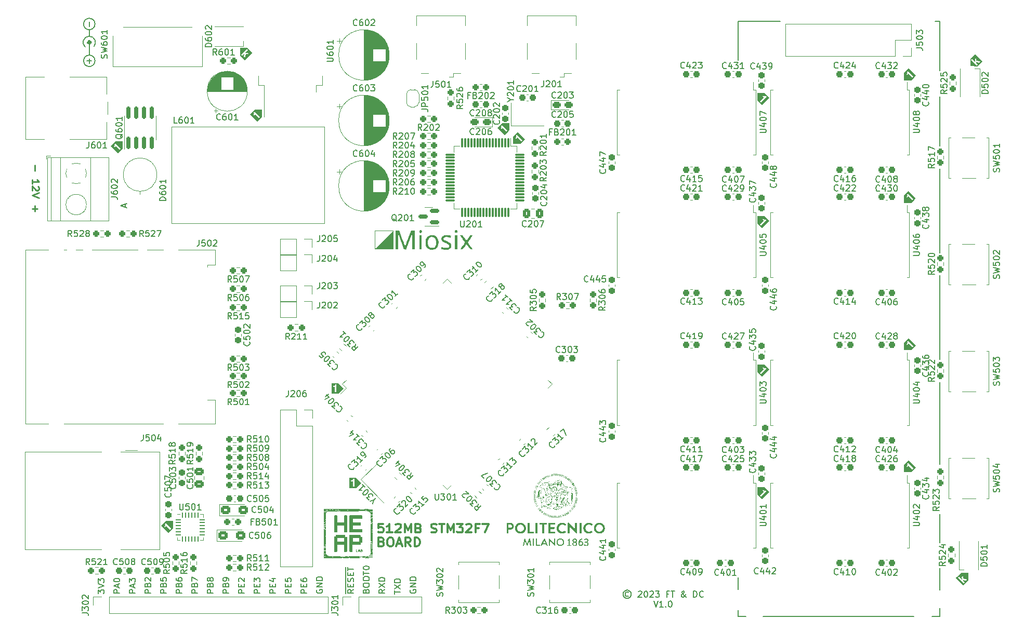
<source format=gto>
%TF.GenerationSoftware,KiCad,Pcbnew,(6.0.11-0)*%
%TF.CreationDate,2023-09-15T21:26:51+02:00*%
%TF.ProjectId,marco-ram-board,6d617263-6f2d-4726-916d-2d626f617264,rev?*%
%TF.SameCoordinates,Original*%
%TF.FileFunction,Legend,Top*%
%TF.FilePolarity,Positive*%
%FSLAX46Y46*%
G04 Gerber Fmt 4.6, Leading zero omitted, Abs format (unit mm)*
G04 Created by KiCad (PCBNEW (6.0.11-0)) date 2023-09-15 21:26:51*
%MOMM*%
%LPD*%
G01*
G04 APERTURE LIST*
G04 Aperture macros list*
%AMRoundRect*
0 Rectangle with rounded corners*
0 $1 Rounding radius*
0 $2 $3 $4 $5 $6 $7 $8 $9 X,Y pos of 4 corners*
0 Add a 4 corners polygon primitive as box body*
4,1,4,$2,$3,$4,$5,$6,$7,$8,$9,$2,$3,0*
0 Add four circle primitives for the rounded corners*
1,1,$1+$1,$2,$3*
1,1,$1+$1,$4,$5*
1,1,$1+$1,$6,$7*
1,1,$1+$1,$8,$9*
0 Add four rect primitives between the rounded corners*
20,1,$1+$1,$2,$3,$4,$5,0*
20,1,$1+$1,$4,$5,$6,$7,0*
20,1,$1+$1,$6,$7,$8,$9,0*
20,1,$1+$1,$8,$9,$2,$3,0*%
%AMRotRect*
0 Rectangle, with rotation*
0 The origin of the aperture is its center*
0 $1 length*
0 $2 width*
0 $3 Rotation angle, in degrees counterclockwise*
0 Add horizontal line*
21,1,$1,$2,0,0,$3*%
%AMFreePoly0*
4,1,22,0.500000,-0.750000,0.000000,-0.750000,0.000000,-0.745033,-0.079941,-0.743568,-0.215256,-0.701293,-0.333266,-0.622738,-0.424486,-0.514219,-0.481581,-0.384460,-0.499164,-0.250000,-0.500000,-0.250000,-0.500000,0.250000,-0.499164,0.250000,-0.499963,0.256109,-0.478152,0.396186,-0.417904,0.524511,-0.324060,0.630769,-0.204165,0.706417,-0.067858,0.745374,0.000000,0.744959,0.000000,0.750000,
0.500000,0.750000,0.500000,-0.750000,0.500000,-0.750000,$1*%
%AMFreePoly1*
4,1,20,0.000000,0.744959,0.073905,0.744508,0.209726,0.703889,0.328688,0.626782,0.421226,0.519385,0.479903,0.390333,0.500000,0.250000,0.500000,-0.250000,0.499851,-0.262216,0.476331,-0.402017,0.414519,-0.529596,0.319384,-0.634700,0.198574,-0.708877,0.061801,-0.746166,0.000000,-0.745033,0.000000,-0.750000,-0.500000,-0.750000,-0.500000,0.750000,0.000000,0.750000,0.000000,0.744959,
0.000000,0.744959,$1*%
G04 Aperture macros list end*
%ADD10C,0.150000*%
%ADD11C,0.275000*%
%ADD12C,0.300000*%
%ADD13C,0.120000*%
%ADD14C,0.500000*%
%ADD15C,0.100000*%
%ADD16R,1.600000X1.600000*%
%ADD17C,1.600000*%
%ADD18RoundRect,0.237500X0.300000X0.237500X-0.300000X0.237500X-0.300000X-0.237500X0.300000X-0.237500X0*%
%ADD19RoundRect,0.237500X-0.237500X0.300000X-0.237500X-0.300000X0.237500X-0.300000X0.237500X0.300000X0*%
%ADD20R,1.100000X4.600000*%
%ADD21R,10.800000X9.400000*%
%ADD22RoundRect,0.250000X0.400000X0.275000X-0.400000X0.275000X-0.400000X-0.275000X0.400000X-0.275000X0*%
%ADD23RoundRect,0.237500X0.287500X0.237500X-0.287500X0.237500X-0.287500X-0.237500X0.287500X-0.237500X0*%
%ADD24R,1.700000X1.700000*%
%ADD25O,1.700000X1.700000*%
%ADD26R,2.600000X1.500000*%
%ADD27RoundRect,0.250000X-0.537500X-0.425000X0.537500X-0.425000X0.537500X0.425000X-0.537500X0.425000X0*%
%ADD28RoundRect,0.237500X-0.300000X-0.237500X0.300000X-0.237500X0.300000X0.237500X-0.300000X0.237500X0*%
%ADD29RoundRect,0.237500X-0.044194X-0.380070X0.380070X0.044194X0.044194X0.380070X-0.380070X-0.044194X0*%
%ADD30RoundRect,0.237500X-0.344715X0.008839X0.008839X-0.344715X0.344715X-0.008839X-0.008839X0.344715X0*%
%ADD31R,0.458000X1.510000*%
%ADD32RoundRect,0.237500X-0.237500X0.250000X-0.237500X-0.250000X0.237500X-0.250000X0.237500X0.250000X0*%
%ADD33R,1.600000X1.300000*%
%ADD34R,1.500000X2.600000*%
%ADD35RotRect,1.600000X1.300000X315.000000*%
%ADD36RoundRect,0.237500X0.250000X0.237500X-0.250000X0.237500X-0.250000X-0.237500X0.250000X-0.237500X0*%
%ADD37R,2.000000X4.000000*%
%ADD38O,2.000000X3.300000*%
%ADD39O,3.500000X2.000000*%
%ADD40RoundRect,0.237500X-0.380070X0.044194X0.044194X-0.380070X0.380070X-0.044194X-0.044194X0.380070X0*%
%ADD41RoundRect,0.237500X0.237500X-0.250000X0.237500X0.250000X-0.237500X0.250000X-0.237500X-0.250000X0*%
%ADD42RoundRect,0.250000X-0.097227X0.574524X-0.574524X0.097227X0.097227X-0.574524X0.574524X-0.097227X0*%
%ADD43R,2.100000X1.400000*%
%ADD44C,0.900000*%
%ADD45R,0.500000X2.500000*%
%ADD46R,2.000000X2.500000*%
%ADD47RoundRect,0.237500X0.237500X-0.300000X0.237500X0.300000X-0.237500X0.300000X-0.237500X-0.300000X0*%
%ADD48RoundRect,0.237500X-0.250000X-0.237500X0.250000X-0.237500X0.250000X0.237500X-0.250000X0.237500X0*%
%ADD49RoundRect,0.250000X0.475000X-0.337500X0.475000X0.337500X-0.475000X0.337500X-0.475000X-0.337500X0*%
%ADD50O,1.270000X2.794000*%
%ADD51R,3.708400X3.708400*%
%ADD52C,3.708400*%
%ADD53RoundRect,0.237500X0.044194X0.380070X-0.380070X-0.044194X-0.044194X-0.380070X0.380070X0.044194X0*%
%ADD54RoundRect,0.150000X0.150000X-0.825000X0.150000X0.825000X-0.150000X0.825000X-0.150000X-0.825000X0*%
%ADD55C,3.200000*%
%ADD56RoundRect,0.237500X-0.287500X-0.237500X0.287500X-0.237500X0.287500X0.237500X-0.287500X0.237500X0*%
%ADD57C,2.700000*%
%ADD58R,1.400000X2.100000*%
%ADD59RoundRect,0.150000X0.587500X0.150000X-0.587500X0.150000X-0.587500X-0.150000X0.587500X-0.150000X0*%
%ADD60RoundRect,0.250000X-0.337500X-0.475000X0.337500X-0.475000X0.337500X0.475000X-0.337500X0.475000X0*%
%ADD61C,1.300000*%
%ADD62R,2.000000X1.100000*%
%ADD63R,1.000000X2.000000*%
%ADD64R,2.000000X2.000000*%
%ADD65FreePoly0,90.000000*%
%ADD66FreePoly1,90.000000*%
%ADD67RoundRect,0.250000X0.097227X-0.574524X0.574524X-0.097227X-0.097227X0.574524X-0.574524X0.097227X0*%
%ADD68RoundRect,0.237500X0.344715X-0.008839X-0.008839X0.344715X-0.344715X0.008839X0.008839X-0.344715X0*%
%ADD69RoundRect,0.237500X0.380070X-0.044194X-0.044194X0.380070X-0.380070X0.044194X0.044194X-0.380070X0*%
%ADD70RoundRect,0.075000X-0.075000X0.700000X-0.075000X-0.700000X0.075000X-0.700000X0.075000X0.700000X0*%
%ADD71RoundRect,0.075000X-0.700000X0.075000X-0.700000X-0.075000X0.700000X-0.075000X0.700000X0.075000X0*%
%ADD72RoundRect,0.250000X-0.400000X-0.275000X0.400000X-0.275000X0.400000X0.275000X-0.400000X0.275000X0*%
%ADD73RoundRect,0.075000X-0.424264X-0.530330X0.530330X0.424264X0.424264X0.530330X-0.530330X-0.424264X0*%
%ADD74RoundRect,0.075000X0.424264X-0.530330X0.530330X-0.424264X-0.424264X0.530330X-0.530330X0.424264X0*%
%ADD75R,3.200000X3.200000*%
%ADD76O,3.200000X3.200000*%
%ADD77R,2.600000X2.600000*%
%ADD78C,2.600000*%
%ADD79RoundRect,0.062500X-0.350000X-0.062500X0.350000X-0.062500X0.350000X0.062500X-0.350000X0.062500X0*%
%ADD80RoundRect,0.062500X-0.062500X-0.350000X0.062500X-0.350000X0.062500X0.350000X-0.062500X0.350000X0*%
%ADD81C,3.600000*%
%ADD82C,3.250000*%
%ADD83C,1.890000*%
%ADD84R,1.900000X1.900000*%
%ADD85C,1.900000*%
G04 APERTURE END LIST*
D10*
X218000000Y-138400000D02*
X219300000Y-138400000D01*
X219300000Y-113600000D02*
X219300000Y-100200000D01*
X219300000Y-79100000D02*
X219300000Y-65400000D01*
X219300000Y-49400000D02*
X219300000Y-41400000D01*
X219300000Y-126400000D02*
X219300000Y-121700000D01*
X190500000Y-138400000D02*
X215000000Y-138400000D01*
X186400000Y-138400000D02*
X187700000Y-138400000D01*
X219300000Y-96500000D02*
X219300000Y-82800000D01*
X219300000Y-138400000D02*
X219300000Y-137000000D01*
X219300000Y-61700000D02*
X219300000Y-53600000D01*
X186400000Y-137400000D02*
X186400000Y-138400000D01*
X186400000Y-132000000D02*
X186400000Y-134000000D01*
X193300000Y-41400000D02*
X186400000Y-41400000D01*
X219300000Y-134100000D02*
X219300000Y-130500000D01*
X219300000Y-41400000D02*
X218500000Y-41400000D01*
X122500000Y-130350000D02*
X122500000Y-134650000D01*
X186400000Y-41400000D02*
X186400000Y-47700000D01*
X93312380Y-134564404D02*
X92312380Y-134564404D01*
X92312380Y-134183452D01*
X92360000Y-134088214D01*
X92407619Y-134040595D01*
X92502857Y-133992976D01*
X92645714Y-133992976D01*
X92740952Y-134040595D01*
X92788571Y-134088214D01*
X92836190Y-134183452D01*
X92836190Y-134564404D01*
X92788571Y-133231071D02*
X92836190Y-133088214D01*
X92883809Y-133040595D01*
X92979047Y-132992976D01*
X93121904Y-132992976D01*
X93217142Y-133040595D01*
X93264761Y-133088214D01*
X93312380Y-133183452D01*
X93312380Y-133564404D01*
X92312380Y-133564404D01*
X92312380Y-133231071D01*
X92360000Y-133135833D01*
X92407619Y-133088214D01*
X92502857Y-133040595D01*
X92598095Y-133040595D01*
X92693333Y-133088214D01*
X92740952Y-133135833D01*
X92788571Y-133231071D01*
X92788571Y-133564404D01*
X92312380Y-132088214D02*
X92312380Y-132564404D01*
X92788571Y-132612023D01*
X92740952Y-132564404D01*
X92693333Y-132469166D01*
X92693333Y-132231071D01*
X92740952Y-132135833D01*
X92788571Y-132088214D01*
X92883809Y-132040595D01*
X93121904Y-132040595D01*
X93217142Y-132088214D01*
X93264761Y-132135833D01*
X93312380Y-132231071D01*
X93312380Y-132469166D01*
X93264761Y-132564404D01*
X93217142Y-132612023D01*
X88232380Y-134564404D02*
X87232380Y-134564404D01*
X87232380Y-134183452D01*
X87280000Y-134088214D01*
X87327619Y-134040595D01*
X87422857Y-133992976D01*
X87565714Y-133992976D01*
X87660952Y-134040595D01*
X87708571Y-134088214D01*
X87756190Y-134183452D01*
X87756190Y-134564404D01*
X87946666Y-133612023D02*
X87946666Y-133135833D01*
X88232380Y-133707261D02*
X87232380Y-133373928D01*
X88232380Y-133040595D01*
X87232380Y-132802500D02*
X87232380Y-132183452D01*
X87613333Y-132516785D01*
X87613333Y-132373928D01*
X87660952Y-132278690D01*
X87708571Y-132231071D01*
X87803809Y-132183452D01*
X88041904Y-132183452D01*
X88137142Y-132231071D01*
X88184761Y-132278690D01*
X88232380Y-132373928D01*
X88232380Y-132659642D01*
X88184761Y-132754880D01*
X88137142Y-132802500D01*
X133000000Y-134040595D02*
X132952380Y-134135833D01*
X132952380Y-134278690D01*
X133000000Y-134421547D01*
X133095238Y-134516785D01*
X133190476Y-134564404D01*
X133380952Y-134612023D01*
X133523809Y-134612023D01*
X133714285Y-134564404D01*
X133809523Y-134516785D01*
X133904761Y-134421547D01*
X133952380Y-134278690D01*
X133952380Y-134183452D01*
X133904761Y-134040595D01*
X133857142Y-133992976D01*
X133523809Y-133992976D01*
X133523809Y-134183452D01*
X133952380Y-133564404D02*
X132952380Y-133564404D01*
X133952380Y-132992976D01*
X132952380Y-132992976D01*
X133952380Y-132516785D02*
X132952380Y-132516785D01*
X132952380Y-132278690D01*
X133000000Y-132135833D01*
X133095238Y-132040595D01*
X133190476Y-131992976D01*
X133380952Y-131945357D01*
X133523809Y-131945357D01*
X133714285Y-131992976D01*
X133809523Y-132040595D01*
X133904761Y-132135833D01*
X133952380Y-132278690D01*
X133952380Y-132516785D01*
X123792380Y-133992976D02*
X123316190Y-134326309D01*
X123792380Y-134564404D02*
X122792380Y-134564404D01*
X122792380Y-134183452D01*
X122840000Y-134088214D01*
X122887619Y-134040595D01*
X122982857Y-133992976D01*
X123125714Y-133992976D01*
X123220952Y-134040595D01*
X123268571Y-134088214D01*
X123316190Y-134183452D01*
X123316190Y-134564404D01*
X123268571Y-133564404D02*
X123268571Y-133231071D01*
X123792380Y-133088214D02*
X123792380Y-133564404D01*
X122792380Y-133564404D01*
X122792380Y-133088214D01*
X123744761Y-132707261D02*
X123792380Y-132564404D01*
X123792380Y-132326309D01*
X123744761Y-132231071D01*
X123697142Y-132183452D01*
X123601904Y-132135833D01*
X123506666Y-132135833D01*
X123411428Y-132183452D01*
X123363809Y-132231071D01*
X123316190Y-132326309D01*
X123268571Y-132516785D01*
X123220952Y-132612023D01*
X123173333Y-132659642D01*
X123078095Y-132707261D01*
X122982857Y-132707261D01*
X122887619Y-132659642D01*
X122840000Y-132612023D01*
X122792380Y-132516785D01*
X122792380Y-132278690D01*
X122840000Y-132135833D01*
X123268571Y-131707261D02*
X123268571Y-131373928D01*
X123792380Y-131231071D02*
X123792380Y-131707261D01*
X122792380Y-131707261D01*
X122792380Y-131231071D01*
X122792380Y-130945357D02*
X122792380Y-130373928D01*
X123792380Y-130659642D02*
X122792380Y-130659642D01*
X106012380Y-134564404D02*
X105012380Y-134564404D01*
X105012380Y-134183452D01*
X105060000Y-134088214D01*
X105107619Y-134040595D01*
X105202857Y-133992976D01*
X105345714Y-133992976D01*
X105440952Y-134040595D01*
X105488571Y-134088214D01*
X105536190Y-134183452D01*
X105536190Y-134564404D01*
X105488571Y-133564404D02*
X105488571Y-133231071D01*
X106012380Y-133088214D02*
X106012380Y-133564404D01*
X105012380Y-133564404D01*
X105012380Y-133088214D01*
X105107619Y-132707261D02*
X105060000Y-132659642D01*
X105012380Y-132564404D01*
X105012380Y-132326309D01*
X105060000Y-132231071D01*
X105107619Y-132183452D01*
X105202857Y-132135833D01*
X105298095Y-132135833D01*
X105440952Y-132183452D01*
X106012380Y-132754880D01*
X106012380Y-132135833D01*
X111092380Y-134564404D02*
X110092380Y-134564404D01*
X110092380Y-134183452D01*
X110140000Y-134088214D01*
X110187619Y-134040595D01*
X110282857Y-133992976D01*
X110425714Y-133992976D01*
X110520952Y-134040595D01*
X110568571Y-134088214D01*
X110616190Y-134183452D01*
X110616190Y-134564404D01*
X110568571Y-133564404D02*
X110568571Y-133231071D01*
X111092380Y-133088214D02*
X111092380Y-133564404D01*
X110092380Y-133564404D01*
X110092380Y-133088214D01*
X110425714Y-132231071D02*
X111092380Y-132231071D01*
X110044761Y-132469166D02*
X110759047Y-132707261D01*
X110759047Y-132088214D01*
X108552380Y-134564404D02*
X107552380Y-134564404D01*
X107552380Y-134183452D01*
X107600000Y-134088214D01*
X107647619Y-134040595D01*
X107742857Y-133992976D01*
X107885714Y-133992976D01*
X107980952Y-134040595D01*
X108028571Y-134088214D01*
X108076190Y-134183452D01*
X108076190Y-134564404D01*
X108028571Y-133564404D02*
X108028571Y-133231071D01*
X108552380Y-133088214D02*
X108552380Y-133564404D01*
X107552380Y-133564404D01*
X107552380Y-133088214D01*
X107552380Y-132754880D02*
X107552380Y-132135833D01*
X107933333Y-132469166D01*
X107933333Y-132326309D01*
X107980952Y-132231071D01*
X108028571Y-132183452D01*
X108123809Y-132135833D01*
X108361904Y-132135833D01*
X108457142Y-132183452D01*
X108504761Y-132231071D01*
X108552380Y-132326309D01*
X108552380Y-132612023D01*
X108504761Y-132707261D01*
X108457142Y-132754880D01*
X117760000Y-134040595D02*
X117712380Y-134135833D01*
X117712380Y-134278690D01*
X117760000Y-134421547D01*
X117855238Y-134516785D01*
X117950476Y-134564404D01*
X118140952Y-134612023D01*
X118283809Y-134612023D01*
X118474285Y-134564404D01*
X118569523Y-134516785D01*
X118664761Y-134421547D01*
X118712380Y-134278690D01*
X118712380Y-134183452D01*
X118664761Y-134040595D01*
X118617142Y-133992976D01*
X118283809Y-133992976D01*
X118283809Y-134183452D01*
X118712380Y-133564404D02*
X117712380Y-133564404D01*
X118712380Y-132992976D01*
X117712380Y-132992976D01*
X118712380Y-132516785D02*
X117712380Y-132516785D01*
X117712380Y-132278690D01*
X117760000Y-132135833D01*
X117855238Y-132040595D01*
X117950476Y-131992976D01*
X118140952Y-131945357D01*
X118283809Y-131945357D01*
X118474285Y-131992976D01*
X118569523Y-132040595D01*
X118664761Y-132135833D01*
X118712380Y-132278690D01*
X118712380Y-132516785D01*
X103472380Y-134564404D02*
X102472380Y-134564404D01*
X102472380Y-134183452D01*
X102520000Y-134088214D01*
X102567619Y-134040595D01*
X102662857Y-133992976D01*
X102805714Y-133992976D01*
X102900952Y-134040595D01*
X102948571Y-134088214D01*
X102996190Y-134183452D01*
X102996190Y-134564404D01*
X102948571Y-133231071D02*
X102996190Y-133088214D01*
X103043809Y-133040595D01*
X103139047Y-132992976D01*
X103281904Y-132992976D01*
X103377142Y-133040595D01*
X103424761Y-133088214D01*
X103472380Y-133183452D01*
X103472380Y-133564404D01*
X102472380Y-133564404D01*
X102472380Y-133231071D01*
X102520000Y-133135833D01*
X102567619Y-133088214D01*
X102662857Y-133040595D01*
X102758095Y-133040595D01*
X102853333Y-133088214D01*
X102900952Y-133135833D01*
X102948571Y-133231071D01*
X102948571Y-133564404D01*
X103472380Y-132516785D02*
X103472380Y-132326309D01*
X103424761Y-132231071D01*
X103377142Y-132183452D01*
X103234285Y-132088214D01*
X103043809Y-132040595D01*
X102662857Y-132040595D01*
X102567619Y-132088214D01*
X102520000Y-132135833D01*
X102472380Y-132231071D01*
X102472380Y-132421547D01*
X102520000Y-132516785D01*
X102567619Y-132564404D01*
X102662857Y-132612023D01*
X102900952Y-132612023D01*
X102996190Y-132564404D01*
X103043809Y-132516785D01*
X103091428Y-132421547D01*
X103091428Y-132231071D01*
X103043809Y-132135833D01*
X102996190Y-132088214D01*
X102900952Y-132040595D01*
D11*
X71826428Y-64803571D02*
X71826428Y-65717857D01*
X71407380Y-67832142D02*
X71407380Y-67146428D01*
X71407380Y-67489285D02*
X72507380Y-67489285D01*
X72350238Y-67375000D01*
X72245476Y-67260714D01*
X72193095Y-67146428D01*
X72402619Y-68289285D02*
X72455000Y-68346428D01*
X72507380Y-68460714D01*
X72507380Y-68746428D01*
X72455000Y-68860714D01*
X72402619Y-68917857D01*
X72297857Y-68975000D01*
X72193095Y-68975000D01*
X72035952Y-68917857D01*
X71407380Y-68232142D01*
X71407380Y-68975000D01*
X72507380Y-69317857D02*
X71407380Y-69717857D01*
X72507380Y-70117857D01*
X71826428Y-71432142D02*
X71826428Y-72346428D01*
X71407380Y-71889285D02*
X72245476Y-71889285D01*
D10*
X100932380Y-134564404D02*
X99932380Y-134564404D01*
X99932380Y-134183452D01*
X99980000Y-134088214D01*
X100027619Y-134040595D01*
X100122857Y-133992976D01*
X100265714Y-133992976D01*
X100360952Y-134040595D01*
X100408571Y-134088214D01*
X100456190Y-134183452D01*
X100456190Y-134564404D01*
X100408571Y-133231071D02*
X100456190Y-133088214D01*
X100503809Y-133040595D01*
X100599047Y-132992976D01*
X100741904Y-132992976D01*
X100837142Y-133040595D01*
X100884761Y-133088214D01*
X100932380Y-133183452D01*
X100932380Y-133564404D01*
X99932380Y-133564404D01*
X99932380Y-133231071D01*
X99980000Y-133135833D01*
X100027619Y-133088214D01*
X100122857Y-133040595D01*
X100218095Y-133040595D01*
X100313333Y-133088214D01*
X100360952Y-133135833D01*
X100408571Y-133231071D01*
X100408571Y-133564404D01*
X100360952Y-132421547D02*
X100313333Y-132516785D01*
X100265714Y-132564404D01*
X100170476Y-132612023D01*
X100122857Y-132612023D01*
X100027619Y-132564404D01*
X99980000Y-132516785D01*
X99932380Y-132421547D01*
X99932380Y-132231071D01*
X99980000Y-132135833D01*
X100027619Y-132088214D01*
X100122857Y-132040595D01*
X100170476Y-132040595D01*
X100265714Y-132088214D01*
X100313333Y-132135833D01*
X100360952Y-132231071D01*
X100360952Y-132421547D01*
X100408571Y-132516785D01*
X100456190Y-132564404D01*
X100551428Y-132612023D01*
X100741904Y-132612023D01*
X100837142Y-132564404D01*
X100884761Y-132516785D01*
X100932380Y-132421547D01*
X100932380Y-132231071D01*
X100884761Y-132135833D01*
X100837142Y-132088214D01*
X100741904Y-132040595D01*
X100551428Y-132040595D01*
X100456190Y-132088214D01*
X100408571Y-132135833D01*
X100360952Y-132231071D01*
X130412380Y-134707261D02*
X130412380Y-134135833D01*
X131412380Y-134421547D02*
X130412380Y-134421547D01*
X130412380Y-133897738D02*
X131412380Y-133231071D01*
X130412380Y-133231071D02*
X131412380Y-133897738D01*
X131412380Y-132850119D02*
X130412380Y-132850119D01*
X130412380Y-132612023D01*
X130460000Y-132469166D01*
X130555238Y-132373928D01*
X130650476Y-132326309D01*
X130840952Y-132278690D01*
X130983809Y-132278690D01*
X131174285Y-132326309D01*
X131269523Y-132373928D01*
X131364761Y-132469166D01*
X131412380Y-132612023D01*
X131412380Y-132850119D01*
X116172380Y-134564404D02*
X115172380Y-134564404D01*
X115172380Y-134183452D01*
X115220000Y-134088214D01*
X115267619Y-134040595D01*
X115362857Y-133992976D01*
X115505714Y-133992976D01*
X115600952Y-134040595D01*
X115648571Y-134088214D01*
X115696190Y-134183452D01*
X115696190Y-134564404D01*
X115648571Y-133564404D02*
X115648571Y-133231071D01*
X116172380Y-133088214D02*
X116172380Y-133564404D01*
X115172380Y-133564404D01*
X115172380Y-133088214D01*
X115172380Y-132231071D02*
X115172380Y-132421547D01*
X115220000Y-132516785D01*
X115267619Y-132564404D01*
X115410476Y-132659642D01*
X115600952Y-132707261D01*
X115981904Y-132707261D01*
X116077142Y-132659642D01*
X116124761Y-132612023D01*
X116172380Y-132516785D01*
X116172380Y-132326309D01*
X116124761Y-132231071D01*
X116077142Y-132183452D01*
X115981904Y-132135833D01*
X115743809Y-132135833D01*
X115648571Y-132183452D01*
X115600952Y-132231071D01*
X115553333Y-132326309D01*
X115553333Y-132516785D01*
X115600952Y-132612023D01*
X115648571Y-132659642D01*
X115743809Y-132707261D01*
X90772380Y-134564404D02*
X89772380Y-134564404D01*
X89772380Y-134183452D01*
X89820000Y-134088214D01*
X89867619Y-134040595D01*
X89962857Y-133992976D01*
X90105714Y-133992976D01*
X90200952Y-134040595D01*
X90248571Y-134088214D01*
X90296190Y-134183452D01*
X90296190Y-134564404D01*
X90248571Y-133231071D02*
X90296190Y-133088214D01*
X90343809Y-133040595D01*
X90439047Y-132992976D01*
X90581904Y-132992976D01*
X90677142Y-133040595D01*
X90724761Y-133088214D01*
X90772380Y-133183452D01*
X90772380Y-133564404D01*
X89772380Y-133564404D01*
X89772380Y-133231071D01*
X89820000Y-133135833D01*
X89867619Y-133088214D01*
X89962857Y-133040595D01*
X90058095Y-133040595D01*
X90153333Y-133088214D01*
X90200952Y-133135833D01*
X90248571Y-133231071D01*
X90248571Y-133564404D01*
X89867619Y-132612023D02*
X89820000Y-132564404D01*
X89772380Y-132469166D01*
X89772380Y-132231071D01*
X89820000Y-132135833D01*
X89867619Y-132088214D01*
X89962857Y-132040595D01*
X90058095Y-132040595D01*
X90200952Y-132088214D01*
X90772380Y-132659642D01*
X90772380Y-132040595D01*
X80728571Y-47419047D02*
X80728571Y-48180952D01*
X80347619Y-47800000D02*
X81109523Y-47800000D01*
D12*
X128566428Y-123306333D02*
X127852142Y-123306333D01*
X127780714Y-123973000D01*
X127852142Y-123906333D01*
X127995000Y-123839666D01*
X128352142Y-123839666D01*
X128495000Y-123906333D01*
X128566428Y-123973000D01*
X128637857Y-124106333D01*
X128637857Y-124439666D01*
X128566428Y-124573000D01*
X128495000Y-124639666D01*
X128352142Y-124706333D01*
X127995000Y-124706333D01*
X127852142Y-124639666D01*
X127780714Y-124573000D01*
X130066428Y-124706333D02*
X129209285Y-124706333D01*
X129637857Y-124706333D02*
X129637857Y-123306333D01*
X129495000Y-123506333D01*
X129352142Y-123639666D01*
X129209285Y-123706333D01*
X130637857Y-123439666D02*
X130709285Y-123373000D01*
X130852142Y-123306333D01*
X131209285Y-123306333D01*
X131352142Y-123373000D01*
X131423571Y-123439666D01*
X131495000Y-123573000D01*
X131495000Y-123706333D01*
X131423571Y-123906333D01*
X130566428Y-124706333D01*
X131495000Y-124706333D01*
X132137857Y-124706333D02*
X132137857Y-123306333D01*
X132637857Y-124306333D01*
X133137857Y-123306333D01*
X133137857Y-124706333D01*
X134352142Y-123973000D02*
X134566428Y-124039666D01*
X134637857Y-124106333D01*
X134709285Y-124239666D01*
X134709285Y-124439666D01*
X134637857Y-124573000D01*
X134566428Y-124639666D01*
X134423571Y-124706333D01*
X133852142Y-124706333D01*
X133852142Y-123306333D01*
X134352142Y-123306333D01*
X134495000Y-123373000D01*
X134566428Y-123439666D01*
X134637857Y-123573000D01*
X134637857Y-123706333D01*
X134566428Y-123839666D01*
X134495000Y-123906333D01*
X134352142Y-123973000D01*
X133852142Y-123973000D01*
X136423571Y-124639666D02*
X136637857Y-124706333D01*
X136995000Y-124706333D01*
X137137857Y-124639666D01*
X137209285Y-124573000D01*
X137280714Y-124439666D01*
X137280714Y-124306333D01*
X137209285Y-124173000D01*
X137137857Y-124106333D01*
X136995000Y-124039666D01*
X136709285Y-123973000D01*
X136566428Y-123906333D01*
X136495000Y-123839666D01*
X136423571Y-123706333D01*
X136423571Y-123573000D01*
X136495000Y-123439666D01*
X136566428Y-123373000D01*
X136709285Y-123306333D01*
X137066428Y-123306333D01*
X137280714Y-123373000D01*
X137709285Y-123306333D02*
X138566428Y-123306333D01*
X138137857Y-124706333D02*
X138137857Y-123306333D01*
X139066428Y-124706333D02*
X139066428Y-123306333D01*
X139566428Y-124306333D01*
X140066428Y-123306333D01*
X140066428Y-124706333D01*
X140637857Y-123306333D02*
X141566428Y-123306333D01*
X141066428Y-123839666D01*
X141280714Y-123839666D01*
X141423571Y-123906333D01*
X141495000Y-123973000D01*
X141566428Y-124106333D01*
X141566428Y-124439666D01*
X141495000Y-124573000D01*
X141423571Y-124639666D01*
X141280714Y-124706333D01*
X140852142Y-124706333D01*
X140709285Y-124639666D01*
X140637857Y-124573000D01*
X142137857Y-123439666D02*
X142209285Y-123373000D01*
X142352142Y-123306333D01*
X142709285Y-123306333D01*
X142852142Y-123373000D01*
X142923571Y-123439666D01*
X142995000Y-123573000D01*
X142995000Y-123706333D01*
X142923571Y-123906333D01*
X142066428Y-124706333D01*
X142995000Y-124706333D01*
X144137857Y-123973000D02*
X143637857Y-123973000D01*
X143637857Y-124706333D02*
X143637857Y-123306333D01*
X144352142Y-123306333D01*
X144780714Y-123306333D02*
X145780714Y-123306333D01*
X145137857Y-124706333D01*
X128352142Y-126227000D02*
X128566428Y-126293666D01*
X128637857Y-126360333D01*
X128709285Y-126493666D01*
X128709285Y-126693666D01*
X128637857Y-126827000D01*
X128566428Y-126893666D01*
X128423571Y-126960333D01*
X127852142Y-126960333D01*
X127852142Y-125560333D01*
X128352142Y-125560333D01*
X128495000Y-125627000D01*
X128566428Y-125693666D01*
X128637857Y-125827000D01*
X128637857Y-125960333D01*
X128566428Y-126093666D01*
X128495000Y-126160333D01*
X128352142Y-126227000D01*
X127852142Y-126227000D01*
X129637857Y-125560333D02*
X129923571Y-125560333D01*
X130066428Y-125627000D01*
X130209285Y-125760333D01*
X130280714Y-126027000D01*
X130280714Y-126493666D01*
X130209285Y-126760333D01*
X130066428Y-126893666D01*
X129923571Y-126960333D01*
X129637857Y-126960333D01*
X129495000Y-126893666D01*
X129352142Y-126760333D01*
X129280714Y-126493666D01*
X129280714Y-126027000D01*
X129352142Y-125760333D01*
X129495000Y-125627000D01*
X129637857Y-125560333D01*
X130852142Y-126560333D02*
X131566428Y-126560333D01*
X130709285Y-126960333D02*
X131209285Y-125560333D01*
X131709285Y-126960333D01*
X133066428Y-126960333D02*
X132566428Y-126293666D01*
X132209285Y-126960333D02*
X132209285Y-125560333D01*
X132780714Y-125560333D01*
X132923571Y-125627000D01*
X132995000Y-125693666D01*
X133066428Y-125827000D01*
X133066428Y-126027000D01*
X132995000Y-126160333D01*
X132923571Y-126227000D01*
X132780714Y-126293666D01*
X132209285Y-126293666D01*
X133709285Y-126960333D02*
X133709285Y-125560333D01*
X134066428Y-125560333D01*
X134280714Y-125627000D01*
X134423571Y-125760333D01*
X134495000Y-125893666D01*
X134566428Y-126160333D01*
X134566428Y-126360333D01*
X134495000Y-126627000D01*
X134423571Y-126760333D01*
X134280714Y-126893666D01*
X134066428Y-126960333D01*
X133709285Y-126960333D01*
D10*
X168533333Y-134485476D02*
X168438095Y-134437857D01*
X168247619Y-134437857D01*
X168152380Y-134485476D01*
X168057142Y-134580714D01*
X168009523Y-134675952D01*
X168009523Y-134866428D01*
X168057142Y-134961666D01*
X168152380Y-135056904D01*
X168247619Y-135104523D01*
X168438095Y-135104523D01*
X168533333Y-135056904D01*
X168342857Y-134104523D02*
X168104761Y-134152142D01*
X167866666Y-134295000D01*
X167723809Y-134533095D01*
X167676190Y-134771190D01*
X167723809Y-135009285D01*
X167866666Y-135247380D01*
X168104761Y-135390238D01*
X168342857Y-135437857D01*
X168580952Y-135390238D01*
X168819047Y-135247380D01*
X168961904Y-135009285D01*
X169009523Y-134771190D01*
X168961904Y-134533095D01*
X168819047Y-134295000D01*
X168580952Y-134152142D01*
X168342857Y-134104523D01*
X170152380Y-134342619D02*
X170200000Y-134295000D01*
X170295238Y-134247380D01*
X170533333Y-134247380D01*
X170628571Y-134295000D01*
X170676190Y-134342619D01*
X170723809Y-134437857D01*
X170723809Y-134533095D01*
X170676190Y-134675952D01*
X170104761Y-135247380D01*
X170723809Y-135247380D01*
X171342857Y-134247380D02*
X171438095Y-134247380D01*
X171533333Y-134295000D01*
X171580952Y-134342619D01*
X171628571Y-134437857D01*
X171676190Y-134628333D01*
X171676190Y-134866428D01*
X171628571Y-135056904D01*
X171580952Y-135152142D01*
X171533333Y-135199761D01*
X171438095Y-135247380D01*
X171342857Y-135247380D01*
X171247619Y-135199761D01*
X171200000Y-135152142D01*
X171152380Y-135056904D01*
X171104761Y-134866428D01*
X171104761Y-134628333D01*
X171152380Y-134437857D01*
X171200000Y-134342619D01*
X171247619Y-134295000D01*
X171342857Y-134247380D01*
X172057142Y-134342619D02*
X172104761Y-134295000D01*
X172200000Y-134247380D01*
X172438095Y-134247380D01*
X172533333Y-134295000D01*
X172580952Y-134342619D01*
X172628571Y-134437857D01*
X172628571Y-134533095D01*
X172580952Y-134675952D01*
X172009523Y-135247380D01*
X172628571Y-135247380D01*
X172961904Y-134247380D02*
X173580952Y-134247380D01*
X173247619Y-134628333D01*
X173390476Y-134628333D01*
X173485714Y-134675952D01*
X173533333Y-134723571D01*
X173580952Y-134818809D01*
X173580952Y-135056904D01*
X173533333Y-135152142D01*
X173485714Y-135199761D01*
X173390476Y-135247380D01*
X173104761Y-135247380D01*
X173009523Y-135199761D01*
X172961904Y-135152142D01*
X175104761Y-134723571D02*
X174771428Y-134723571D01*
X174771428Y-135247380D02*
X174771428Y-134247380D01*
X175247619Y-134247380D01*
X175485714Y-134247380D02*
X176057142Y-134247380D01*
X175771428Y-135247380D02*
X175771428Y-134247380D01*
X177961904Y-135247380D02*
X177914285Y-135247380D01*
X177819047Y-135199761D01*
X177676190Y-135056904D01*
X177438095Y-134771190D01*
X177342857Y-134628333D01*
X177295238Y-134485476D01*
X177295238Y-134390238D01*
X177342857Y-134295000D01*
X177438095Y-134247380D01*
X177485714Y-134247380D01*
X177580952Y-134295000D01*
X177628571Y-134390238D01*
X177628571Y-134437857D01*
X177580952Y-134533095D01*
X177533333Y-134580714D01*
X177247619Y-134771190D01*
X177200000Y-134818809D01*
X177152380Y-134914047D01*
X177152380Y-135056904D01*
X177200000Y-135152142D01*
X177247619Y-135199761D01*
X177342857Y-135247380D01*
X177485714Y-135247380D01*
X177580952Y-135199761D01*
X177628571Y-135152142D01*
X177771428Y-134961666D01*
X177819047Y-134818809D01*
X177819047Y-134723571D01*
X179152380Y-135247380D02*
X179152380Y-134247380D01*
X179390476Y-134247380D01*
X179533333Y-134295000D01*
X179628571Y-134390238D01*
X179676190Y-134485476D01*
X179723809Y-134675952D01*
X179723809Y-134818809D01*
X179676190Y-135009285D01*
X179628571Y-135104523D01*
X179533333Y-135199761D01*
X179390476Y-135247380D01*
X179152380Y-135247380D01*
X180723809Y-135152142D02*
X180676190Y-135199761D01*
X180533333Y-135247380D01*
X180438095Y-135247380D01*
X180295238Y-135199761D01*
X180200000Y-135104523D01*
X180152380Y-135009285D01*
X180104761Y-134818809D01*
X180104761Y-134675952D01*
X180152380Y-134485476D01*
X180200000Y-134390238D01*
X180295238Y-134295000D01*
X180438095Y-134247380D01*
X180533333Y-134247380D01*
X180676190Y-134295000D01*
X180723809Y-134342619D01*
X172676190Y-135857380D02*
X173009523Y-136857380D01*
X173342857Y-135857380D01*
X174200000Y-136857380D02*
X173628571Y-136857380D01*
X173914285Y-136857380D02*
X173914285Y-135857380D01*
X173819047Y-136000238D01*
X173723809Y-136095476D01*
X173628571Y-136143095D01*
X174628571Y-136762142D02*
X174676190Y-136809761D01*
X174628571Y-136857380D01*
X174580952Y-136809761D01*
X174628571Y-136762142D01*
X174628571Y-136857380D01*
X175295238Y-135857380D02*
X175390476Y-135857380D01*
X175485714Y-135905000D01*
X175533333Y-135952619D01*
X175580952Y-136047857D01*
X175628571Y-136238333D01*
X175628571Y-136476428D01*
X175580952Y-136666904D01*
X175533333Y-136762142D01*
X175485714Y-136809761D01*
X175390476Y-136857380D01*
X175295238Y-136857380D01*
X175200000Y-136809761D01*
X175152380Y-136762142D01*
X175104761Y-136666904D01*
X175057142Y-136476428D01*
X175057142Y-136238333D01*
X175104761Y-136047857D01*
X175152380Y-135952619D01*
X175200000Y-135905000D01*
X175295238Y-135857380D01*
X85692380Y-134564404D02*
X84692380Y-134564404D01*
X84692380Y-134183452D01*
X84740000Y-134088214D01*
X84787619Y-134040595D01*
X84882857Y-133992976D01*
X85025714Y-133992976D01*
X85120952Y-134040595D01*
X85168571Y-134088214D01*
X85216190Y-134183452D01*
X85216190Y-134564404D01*
X85406666Y-133612023D02*
X85406666Y-133135833D01*
X85692380Y-133707261D02*
X84692380Y-133373928D01*
X85692380Y-133040595D01*
X84692380Y-132516785D02*
X84692380Y-132421547D01*
X84740000Y-132326309D01*
X84787619Y-132278690D01*
X84882857Y-132231071D01*
X85073333Y-132183452D01*
X85311428Y-132183452D01*
X85501904Y-132231071D01*
X85597142Y-132278690D01*
X85644761Y-132326309D01*
X85692380Y-132421547D01*
X85692380Y-132516785D01*
X85644761Y-132612023D01*
X85597142Y-132659642D01*
X85501904Y-132707261D01*
X85311428Y-132754880D01*
X85073333Y-132754880D01*
X84882857Y-132707261D01*
X84787619Y-132659642D01*
X84740000Y-132612023D01*
X84692380Y-132516785D01*
X113632380Y-134564404D02*
X112632380Y-134564404D01*
X112632380Y-134183452D01*
X112680000Y-134088214D01*
X112727619Y-134040595D01*
X112822857Y-133992976D01*
X112965714Y-133992976D01*
X113060952Y-134040595D01*
X113108571Y-134088214D01*
X113156190Y-134183452D01*
X113156190Y-134564404D01*
X113108571Y-133564404D02*
X113108571Y-133231071D01*
X113632380Y-133088214D02*
X113632380Y-133564404D01*
X112632380Y-133564404D01*
X112632380Y-133088214D01*
X112632380Y-132183452D02*
X112632380Y-132659642D01*
X113108571Y-132707261D01*
X113060952Y-132659642D01*
X113013333Y-132564404D01*
X113013333Y-132326309D01*
X113060952Y-132231071D01*
X113108571Y-132183452D01*
X113203809Y-132135833D01*
X113441904Y-132135833D01*
X113537142Y-132183452D01*
X113584761Y-132231071D01*
X113632380Y-132326309D01*
X113632380Y-132564404D01*
X113584761Y-132659642D01*
X113537142Y-132707261D01*
X82152380Y-134659642D02*
X82152380Y-134040595D01*
X82533333Y-134373928D01*
X82533333Y-134231071D01*
X82580952Y-134135833D01*
X82628571Y-134088214D01*
X82723809Y-134040595D01*
X82961904Y-134040595D01*
X83057142Y-134088214D01*
X83104761Y-134135833D01*
X83152380Y-134231071D01*
X83152380Y-134516785D01*
X83104761Y-134612023D01*
X83057142Y-134659642D01*
X82152380Y-133754880D02*
X83152380Y-133421547D01*
X82152380Y-133088214D01*
X82152380Y-132850119D02*
X82152380Y-132231071D01*
X82533333Y-132564404D01*
X82533333Y-132421547D01*
X82580952Y-132326309D01*
X82628571Y-132278690D01*
X82723809Y-132231071D01*
X82961904Y-132231071D01*
X83057142Y-132278690D01*
X83104761Y-132326309D01*
X83152380Y-132421547D01*
X83152380Y-132707261D01*
X83104761Y-132802500D01*
X83057142Y-132850119D01*
X95852380Y-134564404D02*
X94852380Y-134564404D01*
X94852380Y-134183452D01*
X94900000Y-134088214D01*
X94947619Y-134040595D01*
X95042857Y-133992976D01*
X95185714Y-133992976D01*
X95280952Y-134040595D01*
X95328571Y-134088214D01*
X95376190Y-134183452D01*
X95376190Y-134564404D01*
X95328571Y-133231071D02*
X95376190Y-133088214D01*
X95423809Y-133040595D01*
X95519047Y-132992976D01*
X95661904Y-132992976D01*
X95757142Y-133040595D01*
X95804761Y-133088214D01*
X95852380Y-133183452D01*
X95852380Y-133564404D01*
X94852380Y-133564404D01*
X94852380Y-133231071D01*
X94900000Y-133135833D01*
X94947619Y-133088214D01*
X95042857Y-133040595D01*
X95138095Y-133040595D01*
X95233333Y-133088214D01*
X95280952Y-133135833D01*
X95328571Y-133231071D01*
X95328571Y-133564404D01*
X94852380Y-132135833D02*
X94852380Y-132326309D01*
X94900000Y-132421547D01*
X94947619Y-132469166D01*
X95090476Y-132564404D01*
X95280952Y-132612023D01*
X95661904Y-132612023D01*
X95757142Y-132564404D01*
X95804761Y-132516785D01*
X95852380Y-132421547D01*
X95852380Y-132231071D01*
X95804761Y-132135833D01*
X95757142Y-132088214D01*
X95661904Y-132040595D01*
X95423809Y-132040595D01*
X95328571Y-132088214D01*
X95280952Y-132135833D01*
X95233333Y-132231071D01*
X95233333Y-132421547D01*
X95280952Y-132516785D01*
X95328571Y-132564404D01*
X95423809Y-132612023D01*
X125808571Y-134231071D02*
X125856190Y-134088214D01*
X125903809Y-134040595D01*
X125999047Y-133992976D01*
X126141904Y-133992976D01*
X126237142Y-134040595D01*
X126284761Y-134088214D01*
X126332380Y-134183452D01*
X126332380Y-134564404D01*
X125332380Y-134564404D01*
X125332380Y-134231071D01*
X125380000Y-134135833D01*
X125427619Y-134088214D01*
X125522857Y-134040595D01*
X125618095Y-134040595D01*
X125713333Y-134088214D01*
X125760952Y-134135833D01*
X125808571Y-134231071D01*
X125808571Y-134564404D01*
X125332380Y-133373928D02*
X125332380Y-133183452D01*
X125380000Y-133088214D01*
X125475238Y-132992976D01*
X125665714Y-132945357D01*
X125999047Y-132945357D01*
X126189523Y-132992976D01*
X126284761Y-133088214D01*
X126332380Y-133183452D01*
X126332380Y-133373928D01*
X126284761Y-133469166D01*
X126189523Y-133564404D01*
X125999047Y-133612023D01*
X125665714Y-133612023D01*
X125475238Y-133564404D01*
X125380000Y-133469166D01*
X125332380Y-133373928D01*
X125332380Y-132326309D02*
X125332380Y-132135833D01*
X125380000Y-132040595D01*
X125475238Y-131945357D01*
X125665714Y-131897738D01*
X125999047Y-131897738D01*
X126189523Y-131945357D01*
X126284761Y-132040595D01*
X126332380Y-132135833D01*
X126332380Y-132326309D01*
X126284761Y-132421547D01*
X126189523Y-132516785D01*
X125999047Y-132564404D01*
X125665714Y-132564404D01*
X125475238Y-132516785D01*
X125380000Y-132421547D01*
X125332380Y-132326309D01*
X125332380Y-131612023D02*
X125332380Y-131040595D01*
X126332380Y-131326309D02*
X125332380Y-131326309D01*
X125332380Y-130516785D02*
X125332380Y-130421547D01*
X125380000Y-130326309D01*
X125427619Y-130278690D01*
X125522857Y-130231071D01*
X125713333Y-130183452D01*
X125951428Y-130183452D01*
X126141904Y-130231071D01*
X126237142Y-130278690D01*
X126284761Y-130326309D01*
X126332380Y-130421547D01*
X126332380Y-130516785D01*
X126284761Y-130612023D01*
X126237142Y-130659642D01*
X126141904Y-130707261D01*
X125951428Y-130754880D01*
X125713333Y-130754880D01*
X125522857Y-130707261D01*
X125427619Y-130659642D01*
X125380000Y-130612023D01*
X125332380Y-130516785D01*
X80728571Y-41419047D02*
X80728571Y-42180952D01*
X128872380Y-133992976D02*
X128396190Y-134326309D01*
X128872380Y-134564404D02*
X127872380Y-134564404D01*
X127872380Y-134183452D01*
X127920000Y-134088214D01*
X127967619Y-134040595D01*
X128062857Y-133992976D01*
X128205714Y-133992976D01*
X128300952Y-134040595D01*
X128348571Y-134088214D01*
X128396190Y-134183452D01*
X128396190Y-134564404D01*
X127872380Y-133659642D02*
X128872380Y-132992976D01*
X127872380Y-132992976D02*
X128872380Y-133659642D01*
X128872380Y-132612023D02*
X127872380Y-132612023D01*
X127872380Y-132373928D01*
X127920000Y-132231071D01*
X128015238Y-132135833D01*
X128110476Y-132088214D01*
X128300952Y-132040595D01*
X128443809Y-132040595D01*
X128634285Y-132088214D01*
X128729523Y-132135833D01*
X128824761Y-132231071D01*
X128872380Y-132373928D01*
X128872380Y-132612023D01*
X98392380Y-134564404D02*
X97392380Y-134564404D01*
X97392380Y-134183452D01*
X97440000Y-134088214D01*
X97487619Y-134040595D01*
X97582857Y-133992976D01*
X97725714Y-133992976D01*
X97820952Y-134040595D01*
X97868571Y-134088214D01*
X97916190Y-134183452D01*
X97916190Y-134564404D01*
X97868571Y-133231071D02*
X97916190Y-133088214D01*
X97963809Y-133040595D01*
X98059047Y-132992976D01*
X98201904Y-132992976D01*
X98297142Y-133040595D01*
X98344761Y-133088214D01*
X98392380Y-133183452D01*
X98392380Y-133564404D01*
X97392380Y-133564404D01*
X97392380Y-133231071D01*
X97440000Y-133135833D01*
X97487619Y-133088214D01*
X97582857Y-133040595D01*
X97678095Y-133040595D01*
X97773333Y-133088214D01*
X97820952Y-133135833D01*
X97868571Y-133231071D01*
X97868571Y-133564404D01*
X97392380Y-132659642D02*
X97392380Y-131992976D01*
X98392380Y-132421547D01*
X124350301Y-63301142D02*
X124302682Y-63348761D01*
X124159825Y-63396380D01*
X124064587Y-63396380D01*
X123921729Y-63348761D01*
X123826491Y-63253523D01*
X123778872Y-63158285D01*
X123731253Y-62967809D01*
X123731253Y-62824952D01*
X123778872Y-62634476D01*
X123826491Y-62539238D01*
X123921729Y-62444000D01*
X124064587Y-62396380D01*
X124159825Y-62396380D01*
X124302682Y-62444000D01*
X124350301Y-62491619D01*
X125207444Y-62396380D02*
X125016968Y-62396380D01*
X124921729Y-62444000D01*
X124874110Y-62491619D01*
X124778872Y-62634476D01*
X124731253Y-62824952D01*
X124731253Y-63205904D01*
X124778872Y-63301142D01*
X124826491Y-63348761D01*
X124921729Y-63396380D01*
X125112206Y-63396380D01*
X125207444Y-63348761D01*
X125255063Y-63301142D01*
X125302682Y-63205904D01*
X125302682Y-62967809D01*
X125255063Y-62872571D01*
X125207444Y-62824952D01*
X125112206Y-62777333D01*
X124921729Y-62777333D01*
X124826491Y-62824952D01*
X124778872Y-62872571D01*
X124731253Y-62967809D01*
X125921729Y-62396380D02*
X126016968Y-62396380D01*
X126112206Y-62444000D01*
X126159825Y-62491619D01*
X126207444Y-62586857D01*
X126255063Y-62777333D01*
X126255063Y-63015428D01*
X126207444Y-63205904D01*
X126159825Y-63301142D01*
X126112206Y-63348761D01*
X126016968Y-63396380D01*
X125921729Y-63396380D01*
X125826491Y-63348761D01*
X125778872Y-63301142D01*
X125731253Y-63205904D01*
X125683634Y-63015428D01*
X125683634Y-62777333D01*
X125731253Y-62586857D01*
X125778872Y-62491619D01*
X125826491Y-62444000D01*
X125921729Y-62396380D01*
X127112206Y-62729714D02*
X127112206Y-63396380D01*
X126874110Y-62348761D02*
X126636015Y-63063047D01*
X127255063Y-63063047D01*
X209480952Y-93077142D02*
X209433333Y-93124761D01*
X209290476Y-93172380D01*
X209195238Y-93172380D01*
X209052380Y-93124761D01*
X208957142Y-93029523D01*
X208909523Y-92934285D01*
X208861904Y-92743809D01*
X208861904Y-92600952D01*
X208909523Y-92410476D01*
X208957142Y-92315238D01*
X209052380Y-92220000D01*
X209195238Y-92172380D01*
X209290476Y-92172380D01*
X209433333Y-92220000D01*
X209480952Y-92267619D01*
X210338095Y-92505714D02*
X210338095Y-93172380D01*
X210100000Y-92124761D02*
X209861904Y-92839047D01*
X210480952Y-92839047D01*
X210814285Y-92267619D02*
X210861904Y-92220000D01*
X210957142Y-92172380D01*
X211195238Y-92172380D01*
X211290476Y-92220000D01*
X211338095Y-92267619D01*
X211385714Y-92362857D01*
X211385714Y-92458095D01*
X211338095Y-92600952D01*
X210766666Y-93172380D01*
X211385714Y-93172380D01*
X211957142Y-92600952D02*
X211861904Y-92553333D01*
X211814285Y-92505714D01*
X211766666Y-92410476D01*
X211766666Y-92362857D01*
X211814285Y-92267619D01*
X211861904Y-92220000D01*
X211957142Y-92172380D01*
X212147619Y-92172380D01*
X212242857Y-92220000D01*
X212290476Y-92267619D01*
X212338095Y-92362857D01*
X212338095Y-92410476D01*
X212290476Y-92505714D01*
X212242857Y-92553333D01*
X212147619Y-92600952D01*
X211957142Y-92600952D01*
X211861904Y-92648571D01*
X211814285Y-92696190D01*
X211766666Y-92791428D01*
X211766666Y-92981904D01*
X211814285Y-93077142D01*
X211861904Y-93124761D01*
X211957142Y-93172380D01*
X212147619Y-93172380D01*
X212242857Y-93124761D01*
X212290476Y-93077142D01*
X212338095Y-92981904D01*
X212338095Y-92791428D01*
X212290476Y-92696190D01*
X212242857Y-92648571D01*
X212147619Y-92600952D01*
X164757142Y-128619047D02*
X164804761Y-128666666D01*
X164852380Y-128809523D01*
X164852380Y-128904761D01*
X164804761Y-129047619D01*
X164709523Y-129142857D01*
X164614285Y-129190476D01*
X164423809Y-129238095D01*
X164280952Y-129238095D01*
X164090476Y-129190476D01*
X163995238Y-129142857D01*
X163900000Y-129047619D01*
X163852380Y-128904761D01*
X163852380Y-128809523D01*
X163900000Y-128666666D01*
X163947619Y-128619047D01*
X164185714Y-127761904D02*
X164852380Y-127761904D01*
X163804761Y-128000000D02*
X164519047Y-128238095D01*
X164519047Y-127619047D01*
X164185714Y-126809523D02*
X164852380Y-126809523D01*
X163804761Y-127047619D02*
X164519047Y-127285714D01*
X164519047Y-126666666D01*
X164852380Y-125761904D02*
X164852380Y-126333333D01*
X164852380Y-126047619D02*
X163852380Y-126047619D01*
X163995238Y-126142857D01*
X164090476Y-126238095D01*
X164138095Y-126333333D01*
X119452380Y-47914285D02*
X120261904Y-47914285D01*
X120357142Y-47866666D01*
X120404761Y-47819047D01*
X120452380Y-47723809D01*
X120452380Y-47533333D01*
X120404761Y-47438095D01*
X120357142Y-47390476D01*
X120261904Y-47342857D01*
X119452380Y-47342857D01*
X119452380Y-46438095D02*
X119452380Y-46628571D01*
X119500000Y-46723809D01*
X119547619Y-46771428D01*
X119690476Y-46866666D01*
X119880952Y-46914285D01*
X120261904Y-46914285D01*
X120357142Y-46866666D01*
X120404761Y-46819047D01*
X120452380Y-46723809D01*
X120452380Y-46533333D01*
X120404761Y-46438095D01*
X120357142Y-46390476D01*
X120261904Y-46342857D01*
X120023809Y-46342857D01*
X119928571Y-46390476D01*
X119880952Y-46438095D01*
X119833333Y-46533333D01*
X119833333Y-46723809D01*
X119880952Y-46819047D01*
X119928571Y-46866666D01*
X120023809Y-46914285D01*
X119452380Y-45723809D02*
X119452380Y-45628571D01*
X119500000Y-45533333D01*
X119547619Y-45485714D01*
X119642857Y-45438095D01*
X119833333Y-45390476D01*
X120071428Y-45390476D01*
X120261904Y-45438095D01*
X120357142Y-45485714D01*
X120404761Y-45533333D01*
X120452380Y-45628571D01*
X120452380Y-45723809D01*
X120404761Y-45819047D01*
X120357142Y-45866666D01*
X120261904Y-45914285D01*
X120071428Y-45961904D01*
X119833333Y-45961904D01*
X119642857Y-45914285D01*
X119547619Y-45866666D01*
X119500000Y-45819047D01*
X119452380Y-45723809D01*
X120452380Y-44438095D02*
X120452380Y-45009523D01*
X120452380Y-44723809D02*
X119452380Y-44723809D01*
X119595238Y-44819047D01*
X119690476Y-44914285D01*
X119738095Y-45009523D01*
X217357142Y-74519047D02*
X217404761Y-74566666D01*
X217452380Y-74709523D01*
X217452380Y-74804761D01*
X217404761Y-74947619D01*
X217309523Y-75042857D01*
X217214285Y-75090476D01*
X217023809Y-75138095D01*
X216880952Y-75138095D01*
X216690476Y-75090476D01*
X216595238Y-75042857D01*
X216500000Y-74947619D01*
X216452380Y-74804761D01*
X216452380Y-74709523D01*
X216500000Y-74566666D01*
X216547619Y-74519047D01*
X216785714Y-73661904D02*
X217452380Y-73661904D01*
X216404761Y-73900000D02*
X217119047Y-74138095D01*
X217119047Y-73519047D01*
X216452380Y-73233333D02*
X216452380Y-72614285D01*
X216833333Y-72947619D01*
X216833333Y-72804761D01*
X216880952Y-72709523D01*
X216928571Y-72661904D01*
X217023809Y-72614285D01*
X217261904Y-72614285D01*
X217357142Y-72661904D01*
X217404761Y-72709523D01*
X217452380Y-72804761D01*
X217452380Y-73090476D01*
X217404761Y-73185714D01*
X217357142Y-73233333D01*
X216880952Y-72042857D02*
X216833333Y-72138095D01*
X216785714Y-72185714D01*
X216690476Y-72233333D01*
X216642857Y-72233333D01*
X216547619Y-72185714D01*
X216500000Y-72138095D01*
X216452380Y-72042857D01*
X216452380Y-71852380D01*
X216500000Y-71757142D01*
X216547619Y-71709523D01*
X216642857Y-71661904D01*
X216690476Y-71661904D01*
X216785714Y-71709523D01*
X216833333Y-71757142D01*
X216880952Y-71852380D01*
X216880952Y-72042857D01*
X216928571Y-72138095D01*
X216976190Y-72185714D01*
X217071428Y-72233333D01*
X217261904Y-72233333D01*
X217357142Y-72185714D01*
X217404761Y-72138095D01*
X217452380Y-72042857D01*
X217452380Y-71852380D01*
X217404761Y-71757142D01*
X217357142Y-71709523D01*
X217261904Y-71661904D01*
X217071428Y-71661904D01*
X216976190Y-71709523D01*
X216928571Y-71757142D01*
X216880952Y-71852380D01*
X143380952Y-59737142D02*
X143333333Y-59784761D01*
X143190476Y-59832380D01*
X143095238Y-59832380D01*
X142952380Y-59784761D01*
X142857142Y-59689523D01*
X142809523Y-59594285D01*
X142761904Y-59403809D01*
X142761904Y-59260952D01*
X142809523Y-59070476D01*
X142857142Y-58975238D01*
X142952380Y-58880000D01*
X143095238Y-58832380D01*
X143190476Y-58832380D01*
X143333333Y-58880000D01*
X143380952Y-58927619D01*
X143761904Y-58927619D02*
X143809523Y-58880000D01*
X143904761Y-58832380D01*
X144142857Y-58832380D01*
X144238095Y-58880000D01*
X144285714Y-58927619D01*
X144333333Y-59022857D01*
X144333333Y-59118095D01*
X144285714Y-59260952D01*
X143714285Y-59832380D01*
X144333333Y-59832380D01*
X144952380Y-58832380D02*
X145047619Y-58832380D01*
X145142857Y-58880000D01*
X145190476Y-58927619D01*
X145238095Y-59022857D01*
X145285714Y-59213333D01*
X145285714Y-59451428D01*
X145238095Y-59641904D01*
X145190476Y-59737142D01*
X145142857Y-59784761D01*
X145047619Y-59832380D01*
X144952380Y-59832380D01*
X144857142Y-59784761D01*
X144809523Y-59737142D01*
X144761904Y-59641904D01*
X144714285Y-59451428D01*
X144714285Y-59213333D01*
X144761904Y-59022857D01*
X144809523Y-58927619D01*
X144857142Y-58880000D01*
X144952380Y-58832380D01*
X146142857Y-58832380D02*
X145952380Y-58832380D01*
X145857142Y-58880000D01*
X145809523Y-58927619D01*
X145714285Y-59070476D01*
X145666666Y-59260952D01*
X145666666Y-59641904D01*
X145714285Y-59737142D01*
X145761904Y-59784761D01*
X145857142Y-59832380D01*
X146047619Y-59832380D01*
X146142857Y-59784761D01*
X146190476Y-59737142D01*
X146238095Y-59641904D01*
X146238095Y-59403809D01*
X146190476Y-59308571D01*
X146142857Y-59260952D01*
X146047619Y-59213333D01*
X145857142Y-59213333D01*
X145761904Y-59260952D01*
X145714285Y-59308571D01*
X145666666Y-59403809D01*
X156014285Y-59404571D02*
X155680952Y-59404571D01*
X155680952Y-59928380D02*
X155680952Y-58928380D01*
X156157142Y-58928380D01*
X156871428Y-59404571D02*
X157014285Y-59452190D01*
X157061904Y-59499809D01*
X157109523Y-59595047D01*
X157109523Y-59737904D01*
X157061904Y-59833142D01*
X157014285Y-59880761D01*
X156919047Y-59928380D01*
X156538095Y-59928380D01*
X156538095Y-58928380D01*
X156871428Y-58928380D01*
X156966666Y-58976000D01*
X157014285Y-59023619D01*
X157061904Y-59118857D01*
X157061904Y-59214095D01*
X157014285Y-59309333D01*
X156966666Y-59356952D01*
X156871428Y-59404571D01*
X156538095Y-59404571D01*
X157490476Y-59023619D02*
X157538095Y-58976000D01*
X157633333Y-58928380D01*
X157871428Y-58928380D01*
X157966666Y-58976000D01*
X158014285Y-59023619D01*
X158061904Y-59118857D01*
X158061904Y-59214095D01*
X158014285Y-59356952D01*
X157442857Y-59928380D01*
X158061904Y-59928380D01*
X158680952Y-58928380D02*
X158776190Y-58928380D01*
X158871428Y-58976000D01*
X158919047Y-59023619D01*
X158966666Y-59118857D01*
X159014285Y-59309333D01*
X159014285Y-59547428D01*
X158966666Y-59737904D01*
X158919047Y-59833142D01*
X158871428Y-59880761D01*
X158776190Y-59928380D01*
X158680952Y-59928380D01*
X158585714Y-59880761D01*
X158538095Y-59833142D01*
X158490476Y-59737904D01*
X158442857Y-59547428D01*
X158442857Y-59309333D01*
X158490476Y-59118857D01*
X158538095Y-59023619D01*
X158585714Y-58976000D01*
X158680952Y-58928380D01*
X159966666Y-59928380D02*
X159395238Y-59928380D01*
X159680952Y-59928380D02*
X159680952Y-58928380D01*
X159585714Y-59071238D01*
X159490476Y-59166476D01*
X159395238Y-59214095D01*
X113164285Y-101552380D02*
X113164285Y-102266666D01*
X113116666Y-102409523D01*
X113021428Y-102504761D01*
X112878571Y-102552380D01*
X112783333Y-102552380D01*
X113592857Y-101647619D02*
X113640476Y-101600000D01*
X113735714Y-101552380D01*
X113973809Y-101552380D01*
X114069047Y-101600000D01*
X114116666Y-101647619D01*
X114164285Y-101742857D01*
X114164285Y-101838095D01*
X114116666Y-101980952D01*
X113545238Y-102552380D01*
X114164285Y-102552380D01*
X114783333Y-101552380D02*
X114878571Y-101552380D01*
X114973809Y-101600000D01*
X115021428Y-101647619D01*
X115069047Y-101742857D01*
X115116666Y-101933333D01*
X115116666Y-102171428D01*
X115069047Y-102361904D01*
X115021428Y-102457142D01*
X114973809Y-102504761D01*
X114878571Y-102552380D01*
X114783333Y-102552380D01*
X114688095Y-102504761D01*
X114640476Y-102457142D01*
X114592857Y-102361904D01*
X114545238Y-102171428D01*
X114545238Y-101933333D01*
X114592857Y-101742857D01*
X114640476Y-101647619D01*
X114688095Y-101600000D01*
X114783333Y-101552380D01*
X115973809Y-101552380D02*
X115783333Y-101552380D01*
X115688095Y-101600000D01*
X115640476Y-101647619D01*
X115545238Y-101790476D01*
X115497619Y-101980952D01*
X115497619Y-102361904D01*
X115545238Y-102457142D01*
X115592857Y-102504761D01*
X115688095Y-102552380D01*
X115878571Y-102552380D01*
X115973809Y-102504761D01*
X116021428Y-102457142D01*
X116069047Y-102361904D01*
X116069047Y-102123809D01*
X116021428Y-102028571D01*
X115973809Y-101980952D01*
X115878571Y-101933333D01*
X115688095Y-101933333D01*
X115592857Y-101980952D01*
X115545238Y-102028571D01*
X115497619Y-102123809D01*
X227112380Y-53120476D02*
X226112380Y-53120476D01*
X226112380Y-52882380D01*
X226160000Y-52739523D01*
X226255238Y-52644285D01*
X226350476Y-52596666D01*
X226540952Y-52549047D01*
X226683809Y-52549047D01*
X226874285Y-52596666D01*
X226969523Y-52644285D01*
X227064761Y-52739523D01*
X227112380Y-52882380D01*
X227112380Y-53120476D01*
X226112380Y-51644285D02*
X226112380Y-52120476D01*
X226588571Y-52168095D01*
X226540952Y-52120476D01*
X226493333Y-52025238D01*
X226493333Y-51787142D01*
X226540952Y-51691904D01*
X226588571Y-51644285D01*
X226683809Y-51596666D01*
X226921904Y-51596666D01*
X227017142Y-51644285D01*
X227064761Y-51691904D01*
X227112380Y-51787142D01*
X227112380Y-52025238D01*
X227064761Y-52120476D01*
X227017142Y-52168095D01*
X226112380Y-50977619D02*
X226112380Y-50882380D01*
X226160000Y-50787142D01*
X226207619Y-50739523D01*
X226302857Y-50691904D01*
X226493333Y-50644285D01*
X226731428Y-50644285D01*
X226921904Y-50691904D01*
X227017142Y-50739523D01*
X227064761Y-50787142D01*
X227112380Y-50882380D01*
X227112380Y-50977619D01*
X227064761Y-51072857D01*
X227017142Y-51120476D01*
X226921904Y-51168095D01*
X226731428Y-51215714D01*
X226493333Y-51215714D01*
X226302857Y-51168095D01*
X226207619Y-51120476D01*
X226160000Y-51072857D01*
X226112380Y-50977619D01*
X226207619Y-50263333D02*
X226160000Y-50215714D01*
X226112380Y-50120476D01*
X226112380Y-49882380D01*
X226160000Y-49787142D01*
X226207619Y-49739523D01*
X226302857Y-49691904D01*
X226398095Y-49691904D01*
X226540952Y-49739523D01*
X227112380Y-50310952D01*
X227112380Y-49691904D01*
X107415452Y-125557142D02*
X107367833Y-125604761D01*
X107224976Y-125652380D01*
X107129738Y-125652380D01*
X106986880Y-125604761D01*
X106891642Y-125509523D01*
X106844023Y-125414285D01*
X106796404Y-125223809D01*
X106796404Y-125080952D01*
X106844023Y-124890476D01*
X106891642Y-124795238D01*
X106986880Y-124700000D01*
X107129738Y-124652380D01*
X107224976Y-124652380D01*
X107367833Y-124700000D01*
X107415452Y-124747619D01*
X108320214Y-124652380D02*
X107844023Y-124652380D01*
X107796404Y-125128571D01*
X107844023Y-125080952D01*
X107939261Y-125033333D01*
X108177357Y-125033333D01*
X108272595Y-125080952D01*
X108320214Y-125128571D01*
X108367833Y-125223809D01*
X108367833Y-125461904D01*
X108320214Y-125557142D01*
X108272595Y-125604761D01*
X108177357Y-125652380D01*
X107939261Y-125652380D01*
X107844023Y-125604761D01*
X107796404Y-125557142D01*
X108986880Y-124652380D02*
X109082119Y-124652380D01*
X109177357Y-124700000D01*
X109224976Y-124747619D01*
X109272595Y-124842857D01*
X109320214Y-125033333D01*
X109320214Y-125271428D01*
X109272595Y-125461904D01*
X109224976Y-125557142D01*
X109177357Y-125604761D01*
X109082119Y-125652380D01*
X108986880Y-125652380D01*
X108891642Y-125604761D01*
X108844023Y-125557142D01*
X108796404Y-125461904D01*
X108748785Y-125271428D01*
X108748785Y-125033333D01*
X108796404Y-124842857D01*
X108844023Y-124747619D01*
X108891642Y-124700000D01*
X108986880Y-124652380D01*
X110177357Y-124652380D02*
X109986880Y-124652380D01*
X109891642Y-124700000D01*
X109844023Y-124747619D01*
X109748785Y-124890476D01*
X109701166Y-125080952D01*
X109701166Y-125461904D01*
X109748785Y-125557142D01*
X109796404Y-125604761D01*
X109891642Y-125652380D01*
X110082119Y-125652380D01*
X110177357Y-125604761D01*
X110224976Y-125557142D01*
X110272595Y-125461904D01*
X110272595Y-125223809D01*
X110224976Y-125128571D01*
X110177357Y-125080952D01*
X110082119Y-125033333D01*
X109891642Y-125033333D01*
X109796404Y-125080952D01*
X109748785Y-125128571D01*
X109701166Y-125223809D01*
X209480952Y-48977142D02*
X209433333Y-49024761D01*
X209290476Y-49072380D01*
X209195238Y-49072380D01*
X209052380Y-49024761D01*
X208957142Y-48929523D01*
X208909523Y-48834285D01*
X208861904Y-48643809D01*
X208861904Y-48500952D01*
X208909523Y-48310476D01*
X208957142Y-48215238D01*
X209052380Y-48120000D01*
X209195238Y-48072380D01*
X209290476Y-48072380D01*
X209433333Y-48120000D01*
X209480952Y-48167619D01*
X210338095Y-48405714D02*
X210338095Y-49072380D01*
X210100000Y-48024761D02*
X209861904Y-48739047D01*
X210480952Y-48739047D01*
X210766666Y-48072380D02*
X211385714Y-48072380D01*
X211052380Y-48453333D01*
X211195238Y-48453333D01*
X211290476Y-48500952D01*
X211338095Y-48548571D01*
X211385714Y-48643809D01*
X211385714Y-48881904D01*
X211338095Y-48977142D01*
X211290476Y-49024761D01*
X211195238Y-49072380D01*
X210909523Y-49072380D01*
X210814285Y-49024761D01*
X210766666Y-48977142D01*
X211766666Y-48167619D02*
X211814285Y-48120000D01*
X211909523Y-48072380D01*
X212147619Y-48072380D01*
X212242857Y-48120000D01*
X212290476Y-48167619D01*
X212338095Y-48262857D01*
X212338095Y-48358095D01*
X212290476Y-48500952D01*
X211719047Y-49072380D01*
X212338095Y-49072380D01*
X217357142Y-118619047D02*
X217404761Y-118666666D01*
X217452380Y-118809523D01*
X217452380Y-118904761D01*
X217404761Y-119047619D01*
X217309523Y-119142857D01*
X217214285Y-119190476D01*
X217023809Y-119238095D01*
X216880952Y-119238095D01*
X216690476Y-119190476D01*
X216595238Y-119142857D01*
X216500000Y-119047619D01*
X216452380Y-118904761D01*
X216452380Y-118809523D01*
X216500000Y-118666666D01*
X216547619Y-118619047D01*
X216785714Y-117761904D02*
X217452380Y-117761904D01*
X216404761Y-118000000D02*
X217119047Y-118238095D01*
X217119047Y-117619047D01*
X216452380Y-117333333D02*
X216452380Y-116714285D01*
X216833333Y-117047619D01*
X216833333Y-116904761D01*
X216880952Y-116809523D01*
X216928571Y-116761904D01*
X217023809Y-116714285D01*
X217261904Y-116714285D01*
X217357142Y-116761904D01*
X217404761Y-116809523D01*
X217452380Y-116904761D01*
X217452380Y-117190476D01*
X217404761Y-117285714D01*
X217357142Y-117333333D01*
X216785714Y-115857142D02*
X217452380Y-115857142D01*
X216404761Y-116095238D02*
X217119047Y-116333333D01*
X217119047Y-115714285D01*
X177680952Y-68927142D02*
X177633333Y-68974761D01*
X177490476Y-69022380D01*
X177395238Y-69022380D01*
X177252380Y-68974761D01*
X177157142Y-68879523D01*
X177109523Y-68784285D01*
X177061904Y-68593809D01*
X177061904Y-68450952D01*
X177109523Y-68260476D01*
X177157142Y-68165238D01*
X177252380Y-68070000D01*
X177395238Y-68022380D01*
X177490476Y-68022380D01*
X177633333Y-68070000D01*
X177680952Y-68117619D01*
X178538095Y-68355714D02*
X178538095Y-69022380D01*
X178300000Y-67974761D02*
X178061904Y-68689047D01*
X178680952Y-68689047D01*
X179014285Y-68117619D02*
X179061904Y-68070000D01*
X179157142Y-68022380D01*
X179395238Y-68022380D01*
X179490476Y-68070000D01*
X179538095Y-68117619D01*
X179585714Y-68212857D01*
X179585714Y-68308095D01*
X179538095Y-68450952D01*
X178966666Y-69022380D01*
X179585714Y-69022380D01*
X180538095Y-69022380D02*
X179966666Y-69022380D01*
X180252380Y-69022380D02*
X180252380Y-68022380D01*
X180157142Y-68165238D01*
X180061904Y-68260476D01*
X179966666Y-68308095D01*
X125143088Y-91403661D02*
X125143088Y-91471004D01*
X125075745Y-91605691D01*
X125008401Y-91673035D01*
X124873714Y-91740378D01*
X124739027Y-91740378D01*
X124638012Y-91706707D01*
X124469653Y-91605691D01*
X124368638Y-91504676D01*
X124267623Y-91336317D01*
X124233951Y-91235302D01*
X124233951Y-91100615D01*
X124301295Y-90965928D01*
X124368638Y-90898585D01*
X124503325Y-90831241D01*
X124570669Y-90831241D01*
X124739027Y-90528195D02*
X125176760Y-90090462D01*
X125210432Y-90595539D01*
X125311447Y-90494524D01*
X125412462Y-90460852D01*
X125479806Y-90460852D01*
X125580821Y-90494524D01*
X125749180Y-90662882D01*
X125782852Y-90763898D01*
X125782852Y-90831241D01*
X125749180Y-90932256D01*
X125547149Y-91134287D01*
X125446134Y-91167959D01*
X125378791Y-91167959D01*
X125614493Y-89652730D02*
X125681837Y-89585386D01*
X125782852Y-89551714D01*
X125850195Y-89551714D01*
X125951211Y-89585386D01*
X126119569Y-89686401D01*
X126287928Y-89854760D01*
X126388943Y-90023119D01*
X126422615Y-90124134D01*
X126422615Y-90191478D01*
X126388943Y-90292493D01*
X126321600Y-90359837D01*
X126220585Y-90393508D01*
X126153241Y-90393508D01*
X126052226Y-90359837D01*
X125883867Y-90258821D01*
X125715508Y-90090462D01*
X125614493Y-89922104D01*
X125580821Y-89821088D01*
X125580821Y-89753745D01*
X125614493Y-89652730D01*
X126557302Y-89316012D02*
X126456287Y-89349684D01*
X126388943Y-89349684D01*
X126287928Y-89316012D01*
X126254256Y-89282340D01*
X126220585Y-89181325D01*
X126220585Y-89113982D01*
X126254256Y-89012966D01*
X126388943Y-88878279D01*
X126489959Y-88844608D01*
X126557302Y-88844608D01*
X126658317Y-88878279D01*
X126691989Y-88911951D01*
X126725661Y-89012966D01*
X126725661Y-89080310D01*
X126691989Y-89181325D01*
X126557302Y-89316012D01*
X126523630Y-89417027D01*
X126523630Y-89484371D01*
X126557302Y-89585386D01*
X126691989Y-89720073D01*
X126793004Y-89753745D01*
X126860348Y-89753745D01*
X126961363Y-89720073D01*
X127096050Y-89585386D01*
X127129722Y-89484371D01*
X127129722Y-89417027D01*
X127096050Y-89316012D01*
X126961363Y-89181325D01*
X126860348Y-89147653D01*
X126793004Y-89147653D01*
X126691989Y-89181325D01*
X124122330Y-93960241D02*
X124021315Y-94532661D01*
X124526391Y-94364302D02*
X123819285Y-95071409D01*
X123549911Y-94802035D01*
X123516239Y-94701020D01*
X123516239Y-94633676D01*
X123549911Y-94532661D01*
X123650926Y-94431646D01*
X123751941Y-94397974D01*
X123819285Y-94397974D01*
X123920300Y-94431646D01*
X124189674Y-94701020D01*
X123179521Y-94431646D02*
X122741788Y-93993913D01*
X123246865Y-93960241D01*
X123145850Y-93859226D01*
X123112178Y-93758211D01*
X123112178Y-93690867D01*
X123145850Y-93589852D01*
X123314208Y-93421493D01*
X123415224Y-93387821D01*
X123482567Y-93387821D01*
X123583582Y-93421493D01*
X123785613Y-93623524D01*
X123819285Y-93724539D01*
X123819285Y-93791882D01*
X122304056Y-93556180D02*
X122236712Y-93488837D01*
X122203040Y-93387821D01*
X122203040Y-93320478D01*
X122236712Y-93219462D01*
X122337727Y-93051104D01*
X122506086Y-92882745D01*
X122674445Y-92781730D01*
X122775460Y-92748058D01*
X122842804Y-92748058D01*
X122943819Y-92781730D01*
X123011163Y-92849073D01*
X123044834Y-92950088D01*
X123044834Y-93017432D01*
X123011163Y-93118447D01*
X122910147Y-93286806D01*
X122741788Y-93455165D01*
X122573430Y-93556180D01*
X122472414Y-93589852D01*
X122405071Y-93589852D01*
X122304056Y-93556180D01*
X122102025Y-91939936D02*
X122506086Y-92343997D01*
X122304056Y-92141966D02*
X121596949Y-92849073D01*
X121765308Y-92815401D01*
X121899995Y-92815401D01*
X122001010Y-92849073D01*
X214952380Y-79514285D02*
X215761904Y-79514285D01*
X215857142Y-79466666D01*
X215904761Y-79419047D01*
X215952380Y-79323809D01*
X215952380Y-79133333D01*
X215904761Y-79038095D01*
X215857142Y-78990476D01*
X215761904Y-78942857D01*
X214952380Y-78942857D01*
X215285714Y-78038095D02*
X215952380Y-78038095D01*
X214904761Y-78276190D02*
X215619047Y-78514285D01*
X215619047Y-77895238D01*
X214952380Y-77323809D02*
X214952380Y-77228571D01*
X215000000Y-77133333D01*
X215047619Y-77085714D01*
X215142857Y-77038095D01*
X215333333Y-76990476D01*
X215571428Y-76990476D01*
X215761904Y-77038095D01*
X215857142Y-77085714D01*
X215904761Y-77133333D01*
X215952380Y-77228571D01*
X215952380Y-77323809D01*
X215904761Y-77419047D01*
X215857142Y-77466666D01*
X215761904Y-77514285D01*
X215571428Y-77561904D01*
X215333333Y-77561904D01*
X215142857Y-77514285D01*
X215047619Y-77466666D01*
X215000000Y-77419047D01*
X214952380Y-77323809D01*
X214952380Y-76133333D02*
X214952380Y-76323809D01*
X215000000Y-76419047D01*
X215047619Y-76466666D01*
X215190476Y-76561904D01*
X215380952Y-76609523D01*
X215761904Y-76609523D01*
X215857142Y-76561904D01*
X215904761Y-76514285D01*
X215952380Y-76419047D01*
X215952380Y-76228571D01*
X215904761Y-76133333D01*
X215857142Y-76085714D01*
X215761904Y-76038095D01*
X215523809Y-76038095D01*
X215428571Y-76085714D01*
X215380952Y-76133333D01*
X215333333Y-76228571D01*
X215333333Y-76419047D01*
X215380952Y-76514285D01*
X215428571Y-76561904D01*
X215523809Y-76609523D01*
X89880952Y-129857142D02*
X89833333Y-129904761D01*
X89690476Y-129952380D01*
X89595238Y-129952380D01*
X89452380Y-129904761D01*
X89357142Y-129809523D01*
X89309523Y-129714285D01*
X89261904Y-129523809D01*
X89261904Y-129380952D01*
X89309523Y-129190476D01*
X89357142Y-129095238D01*
X89452380Y-129000000D01*
X89595238Y-128952380D01*
X89690476Y-128952380D01*
X89833333Y-129000000D01*
X89880952Y-129047619D01*
X90785714Y-128952380D02*
X90309523Y-128952380D01*
X90261904Y-129428571D01*
X90309523Y-129380952D01*
X90404761Y-129333333D01*
X90642857Y-129333333D01*
X90738095Y-129380952D01*
X90785714Y-129428571D01*
X90833333Y-129523809D01*
X90833333Y-129761904D01*
X90785714Y-129857142D01*
X90738095Y-129904761D01*
X90642857Y-129952380D01*
X90404761Y-129952380D01*
X90309523Y-129904761D01*
X90261904Y-129857142D01*
X91452380Y-128952380D02*
X91547619Y-128952380D01*
X91642857Y-129000000D01*
X91690476Y-129047619D01*
X91738095Y-129142857D01*
X91785714Y-129333333D01*
X91785714Y-129571428D01*
X91738095Y-129761904D01*
X91690476Y-129857142D01*
X91642857Y-129904761D01*
X91547619Y-129952380D01*
X91452380Y-129952380D01*
X91357142Y-129904761D01*
X91309523Y-129857142D01*
X91261904Y-129761904D01*
X91214285Y-129571428D01*
X91214285Y-129333333D01*
X91261904Y-129142857D01*
X91309523Y-129047619D01*
X91357142Y-129000000D01*
X91452380Y-128952380D01*
X92261904Y-129952380D02*
X92452380Y-129952380D01*
X92547619Y-129904761D01*
X92595238Y-129857142D01*
X92690476Y-129714285D01*
X92738095Y-129523809D01*
X92738095Y-129142857D01*
X92690476Y-129047619D01*
X92642857Y-129000000D01*
X92547619Y-128952380D01*
X92357142Y-128952380D01*
X92261904Y-129000000D01*
X92214285Y-129047619D01*
X92166666Y-129142857D01*
X92166666Y-129380952D01*
X92214285Y-129476190D01*
X92261904Y-129523809D01*
X92357142Y-129571428D01*
X92547619Y-129571428D01*
X92642857Y-129523809D01*
X92690476Y-129476190D01*
X92738095Y-129380952D01*
X147460142Y-57519047D02*
X147507761Y-57566666D01*
X147555380Y-57709523D01*
X147555380Y-57804761D01*
X147507761Y-57947619D01*
X147412523Y-58042857D01*
X147317285Y-58090476D01*
X147126809Y-58138095D01*
X146983952Y-58138095D01*
X146793476Y-58090476D01*
X146698238Y-58042857D01*
X146603000Y-57947619D01*
X146555380Y-57804761D01*
X146555380Y-57709523D01*
X146603000Y-57566666D01*
X146650619Y-57519047D01*
X146650619Y-57138095D02*
X146603000Y-57090476D01*
X146555380Y-56995238D01*
X146555380Y-56757142D01*
X146603000Y-56661904D01*
X146650619Y-56614285D01*
X146745857Y-56566666D01*
X146841095Y-56566666D01*
X146983952Y-56614285D01*
X147555380Y-57185714D01*
X147555380Y-56566666D01*
X146555380Y-55947619D02*
X146555380Y-55852380D01*
X146603000Y-55757142D01*
X146650619Y-55709523D01*
X146745857Y-55661904D01*
X146936333Y-55614285D01*
X147174428Y-55614285D01*
X147364904Y-55661904D01*
X147460142Y-55709523D01*
X147507761Y-55757142D01*
X147555380Y-55852380D01*
X147555380Y-55947619D01*
X147507761Y-56042857D01*
X147460142Y-56090476D01*
X147364904Y-56138095D01*
X147174428Y-56185714D01*
X146936333Y-56185714D01*
X146745857Y-56138095D01*
X146650619Y-56090476D01*
X146603000Y-56042857D01*
X146555380Y-55947619D01*
X146650619Y-55233333D02*
X146603000Y-55185714D01*
X146555380Y-55090476D01*
X146555380Y-54852380D01*
X146603000Y-54757142D01*
X146650619Y-54709523D01*
X146745857Y-54661904D01*
X146841095Y-54661904D01*
X146983952Y-54709523D01*
X147555380Y-55280952D01*
X147555380Y-54661904D01*
X209480952Y-68977142D02*
X209433333Y-69024761D01*
X209290476Y-69072380D01*
X209195238Y-69072380D01*
X209052380Y-69024761D01*
X208957142Y-68929523D01*
X208909523Y-68834285D01*
X208861904Y-68643809D01*
X208861904Y-68500952D01*
X208909523Y-68310476D01*
X208957142Y-68215238D01*
X209052380Y-68120000D01*
X209195238Y-68072380D01*
X209290476Y-68072380D01*
X209433333Y-68120000D01*
X209480952Y-68167619D01*
X210338095Y-68405714D02*
X210338095Y-69072380D01*
X210100000Y-68024761D02*
X209861904Y-68739047D01*
X210480952Y-68739047D01*
X210766666Y-68072380D02*
X211385714Y-68072380D01*
X211052380Y-68453333D01*
X211195238Y-68453333D01*
X211290476Y-68500952D01*
X211338095Y-68548571D01*
X211385714Y-68643809D01*
X211385714Y-68881904D01*
X211338095Y-68977142D01*
X211290476Y-69024761D01*
X211195238Y-69072380D01*
X210909523Y-69072380D01*
X210814285Y-69024761D01*
X210766666Y-68977142D01*
X212004761Y-68072380D02*
X212100000Y-68072380D01*
X212195238Y-68120000D01*
X212242857Y-68167619D01*
X212290476Y-68262857D01*
X212338095Y-68453333D01*
X212338095Y-68691428D01*
X212290476Y-68881904D01*
X212242857Y-68977142D01*
X212195238Y-69024761D01*
X212100000Y-69072380D01*
X212004761Y-69072380D01*
X211909523Y-69024761D01*
X211861904Y-68977142D01*
X211814285Y-68881904D01*
X211766666Y-68691428D01*
X211766666Y-68453333D01*
X211814285Y-68262857D01*
X211861904Y-68167619D01*
X211909523Y-68120000D01*
X212004761Y-68072380D01*
X155152380Y-62619047D02*
X154676190Y-62952380D01*
X155152380Y-63190476D02*
X154152380Y-63190476D01*
X154152380Y-62809523D01*
X154200000Y-62714285D01*
X154247619Y-62666666D01*
X154342857Y-62619047D01*
X154485714Y-62619047D01*
X154580952Y-62666666D01*
X154628571Y-62714285D01*
X154676190Y-62809523D01*
X154676190Y-63190476D01*
X154247619Y-62238095D02*
X154200000Y-62190476D01*
X154152380Y-62095238D01*
X154152380Y-61857142D01*
X154200000Y-61761904D01*
X154247619Y-61714285D01*
X154342857Y-61666666D01*
X154438095Y-61666666D01*
X154580952Y-61714285D01*
X155152380Y-62285714D01*
X155152380Y-61666666D01*
X154152380Y-61047619D02*
X154152380Y-60952380D01*
X154200000Y-60857142D01*
X154247619Y-60809523D01*
X154342857Y-60761904D01*
X154533333Y-60714285D01*
X154771428Y-60714285D01*
X154961904Y-60761904D01*
X155057142Y-60809523D01*
X155104761Y-60857142D01*
X155152380Y-60952380D01*
X155152380Y-61047619D01*
X155104761Y-61142857D01*
X155057142Y-61190476D01*
X154961904Y-61238095D01*
X154771428Y-61285714D01*
X154533333Y-61285714D01*
X154342857Y-61238095D01*
X154247619Y-61190476D01*
X154200000Y-61142857D01*
X154152380Y-61047619D01*
X155152380Y-59761904D02*
X155152380Y-60333333D01*
X155152380Y-60047619D02*
X154152380Y-60047619D01*
X154295238Y-60142857D01*
X154390476Y-60238095D01*
X154438095Y-60333333D01*
X149376190Y-54128571D02*
X149852380Y-54128571D01*
X148852380Y-54461904D02*
X149376190Y-54128571D01*
X148852380Y-53795238D01*
X148947619Y-53509523D02*
X148900000Y-53461904D01*
X148852380Y-53366666D01*
X148852380Y-53128571D01*
X148900000Y-53033333D01*
X148947619Y-52985714D01*
X149042857Y-52938095D01*
X149138095Y-52938095D01*
X149280952Y-52985714D01*
X149852380Y-53557142D01*
X149852380Y-52938095D01*
X148852380Y-52319047D02*
X148852380Y-52223809D01*
X148900000Y-52128571D01*
X148947619Y-52080952D01*
X149042857Y-52033333D01*
X149233333Y-51985714D01*
X149471428Y-51985714D01*
X149661904Y-52033333D01*
X149757142Y-52080952D01*
X149804761Y-52128571D01*
X149852380Y-52223809D01*
X149852380Y-52319047D01*
X149804761Y-52414285D01*
X149757142Y-52461904D01*
X149661904Y-52509523D01*
X149471428Y-52557142D01*
X149233333Y-52557142D01*
X149042857Y-52509523D01*
X148947619Y-52461904D01*
X148900000Y-52414285D01*
X148852380Y-52319047D01*
X149852380Y-51033333D02*
X149852380Y-51604761D01*
X149852380Y-51319047D02*
X148852380Y-51319047D01*
X148995238Y-51414285D01*
X149090476Y-51509523D01*
X149138095Y-51604761D01*
X177680952Y-87387142D02*
X177633333Y-87434761D01*
X177490476Y-87482380D01*
X177395238Y-87482380D01*
X177252380Y-87434761D01*
X177157142Y-87339523D01*
X177109523Y-87244285D01*
X177061904Y-87053809D01*
X177061904Y-86910952D01*
X177109523Y-86720476D01*
X177157142Y-86625238D01*
X177252380Y-86530000D01*
X177395238Y-86482380D01*
X177490476Y-86482380D01*
X177633333Y-86530000D01*
X177680952Y-86577619D01*
X178538095Y-86815714D02*
X178538095Y-87482380D01*
X178300000Y-86434761D02*
X178061904Y-87149047D01*
X178680952Y-87149047D01*
X179585714Y-87482380D02*
X179014285Y-87482380D01*
X179300000Y-87482380D02*
X179300000Y-86482380D01*
X179204761Y-86625238D01*
X179109523Y-86720476D01*
X179014285Y-86768095D01*
X179919047Y-86482380D02*
X180538095Y-86482380D01*
X180204761Y-86863333D01*
X180347619Y-86863333D01*
X180442857Y-86910952D01*
X180490476Y-86958571D01*
X180538095Y-87053809D01*
X180538095Y-87291904D01*
X180490476Y-87387142D01*
X180442857Y-87434761D01*
X180347619Y-87482380D01*
X180061904Y-87482380D01*
X179966666Y-87434761D01*
X179919047Y-87387142D01*
X118221309Y-87138380D02*
X118221309Y-87852666D01*
X118173690Y-87995523D01*
X118078452Y-88090761D01*
X117935595Y-88138380D01*
X117840357Y-88138380D01*
X118649880Y-87233619D02*
X118697500Y-87186000D01*
X118792738Y-87138380D01*
X119030833Y-87138380D01*
X119126071Y-87186000D01*
X119173690Y-87233619D01*
X119221309Y-87328857D01*
X119221309Y-87424095D01*
X119173690Y-87566952D01*
X118602261Y-88138380D01*
X119221309Y-88138380D01*
X119840357Y-87138380D02*
X119935595Y-87138380D01*
X120030833Y-87186000D01*
X120078452Y-87233619D01*
X120126071Y-87328857D01*
X120173690Y-87519333D01*
X120173690Y-87757428D01*
X120126071Y-87947904D01*
X120078452Y-88043142D01*
X120030833Y-88090761D01*
X119935595Y-88138380D01*
X119840357Y-88138380D01*
X119745119Y-88090761D01*
X119697500Y-88043142D01*
X119649880Y-87947904D01*
X119602261Y-87757428D01*
X119602261Y-87519333D01*
X119649880Y-87328857D01*
X119697500Y-87233619D01*
X119745119Y-87186000D01*
X119840357Y-87138380D01*
X120554642Y-87233619D02*
X120602261Y-87186000D01*
X120697500Y-87138380D01*
X120935595Y-87138380D01*
X121030833Y-87186000D01*
X121078452Y-87233619D01*
X121126071Y-87328857D01*
X121126071Y-87424095D01*
X121078452Y-87566952D01*
X120507023Y-88138380D01*
X121126071Y-88138380D01*
X177680952Y-67387142D02*
X177633333Y-67434761D01*
X177490476Y-67482380D01*
X177395238Y-67482380D01*
X177252380Y-67434761D01*
X177157142Y-67339523D01*
X177109523Y-67244285D01*
X177061904Y-67053809D01*
X177061904Y-66910952D01*
X177109523Y-66720476D01*
X177157142Y-66625238D01*
X177252380Y-66530000D01*
X177395238Y-66482380D01*
X177490476Y-66482380D01*
X177633333Y-66530000D01*
X177680952Y-66577619D01*
X178538095Y-66815714D02*
X178538095Y-67482380D01*
X178300000Y-66434761D02*
X178061904Y-67149047D01*
X178680952Y-67149047D01*
X179585714Y-67482380D02*
X179014285Y-67482380D01*
X179300000Y-67482380D02*
X179300000Y-66482380D01*
X179204761Y-66625238D01*
X179109523Y-66720476D01*
X179014285Y-66768095D01*
X180490476Y-66482380D02*
X180014285Y-66482380D01*
X179966666Y-66958571D01*
X180014285Y-66910952D01*
X180109523Y-66863333D01*
X180347619Y-66863333D01*
X180442857Y-66910952D01*
X180490476Y-66958571D01*
X180538095Y-67053809D01*
X180538095Y-67291904D01*
X180490476Y-67387142D01*
X180442857Y-67434761D01*
X180347619Y-67482380D01*
X180109523Y-67482380D01*
X180014285Y-67434761D01*
X179966666Y-67387142D01*
X100652380Y-45490476D02*
X99652380Y-45490476D01*
X99652380Y-45252380D01*
X99700000Y-45109523D01*
X99795238Y-45014285D01*
X99890476Y-44966666D01*
X100080952Y-44919047D01*
X100223809Y-44919047D01*
X100414285Y-44966666D01*
X100509523Y-45014285D01*
X100604761Y-45109523D01*
X100652380Y-45252380D01*
X100652380Y-45490476D01*
X99652380Y-44061904D02*
X99652380Y-44252380D01*
X99700000Y-44347619D01*
X99747619Y-44395238D01*
X99890476Y-44490476D01*
X100080952Y-44538095D01*
X100461904Y-44538095D01*
X100557142Y-44490476D01*
X100604761Y-44442857D01*
X100652380Y-44347619D01*
X100652380Y-44157142D01*
X100604761Y-44061904D01*
X100557142Y-44014285D01*
X100461904Y-43966666D01*
X100223809Y-43966666D01*
X100128571Y-44014285D01*
X100080952Y-44061904D01*
X100033333Y-44157142D01*
X100033333Y-44347619D01*
X100080952Y-44442857D01*
X100128571Y-44490476D01*
X100223809Y-44538095D01*
X99652380Y-43347619D02*
X99652380Y-43252380D01*
X99700000Y-43157142D01*
X99747619Y-43109523D01*
X99842857Y-43061904D01*
X100033333Y-43014285D01*
X100271428Y-43014285D01*
X100461904Y-43061904D01*
X100557142Y-43109523D01*
X100604761Y-43157142D01*
X100652380Y-43252380D01*
X100652380Y-43347619D01*
X100604761Y-43442857D01*
X100557142Y-43490476D01*
X100461904Y-43538095D01*
X100271428Y-43585714D01*
X100033333Y-43585714D01*
X99842857Y-43538095D01*
X99747619Y-43490476D01*
X99700000Y-43442857D01*
X99652380Y-43347619D01*
X99747619Y-42633333D02*
X99700000Y-42585714D01*
X99652380Y-42490476D01*
X99652380Y-42252380D01*
X99700000Y-42157142D01*
X99747619Y-42109523D01*
X99842857Y-42061904D01*
X99938095Y-42061904D01*
X100080952Y-42109523D01*
X100652380Y-42680952D01*
X100652380Y-42061904D01*
X127051316Y-119448988D02*
X127388034Y-119112270D01*
X126916629Y-120055079D02*
X127051316Y-119448988D01*
X126445225Y-119583675D01*
X126276866Y-119415316D02*
X125839133Y-118977583D01*
X126344209Y-118943912D01*
X126243194Y-118842896D01*
X126209522Y-118741881D01*
X126209522Y-118674538D01*
X126243194Y-118573522D01*
X126411553Y-118405164D01*
X126512568Y-118371492D01*
X126579912Y-118371492D01*
X126680927Y-118405164D01*
X126882957Y-118607194D01*
X126916629Y-118708209D01*
X126916629Y-118775553D01*
X125401400Y-118539851D02*
X125334057Y-118472507D01*
X125300385Y-118371492D01*
X125300385Y-118304148D01*
X125334057Y-118203133D01*
X125435072Y-118034774D01*
X125603431Y-117866416D01*
X125771790Y-117765400D01*
X125872805Y-117731729D01*
X125940148Y-117731729D01*
X126041164Y-117765400D01*
X126108507Y-117832744D01*
X126142179Y-117933759D01*
X126142179Y-118001103D01*
X126108507Y-118102118D01*
X126007492Y-118270477D01*
X125839133Y-118438835D01*
X125670774Y-118539851D01*
X125569759Y-118573522D01*
X125502416Y-118573522D01*
X125401400Y-118539851D01*
X125199370Y-116923607D02*
X125603431Y-117327668D01*
X125401400Y-117125637D02*
X124694294Y-117832744D01*
X124862652Y-117799072D01*
X124997339Y-117799072D01*
X125098355Y-117832744D01*
X130816952Y-65052380D02*
X130483619Y-64576190D01*
X130245523Y-65052380D02*
X130245523Y-64052380D01*
X130626476Y-64052380D01*
X130721714Y-64100000D01*
X130769333Y-64147619D01*
X130816952Y-64242857D01*
X130816952Y-64385714D01*
X130769333Y-64480952D01*
X130721714Y-64528571D01*
X130626476Y-64576190D01*
X130245523Y-64576190D01*
X131197904Y-64147619D02*
X131245523Y-64100000D01*
X131340761Y-64052380D01*
X131578857Y-64052380D01*
X131674095Y-64100000D01*
X131721714Y-64147619D01*
X131769333Y-64242857D01*
X131769333Y-64338095D01*
X131721714Y-64480952D01*
X131150285Y-65052380D01*
X131769333Y-65052380D01*
X132388380Y-64052380D02*
X132483619Y-64052380D01*
X132578857Y-64100000D01*
X132626476Y-64147619D01*
X132674095Y-64242857D01*
X132721714Y-64433333D01*
X132721714Y-64671428D01*
X132674095Y-64861904D01*
X132626476Y-64957142D01*
X132578857Y-65004761D01*
X132483619Y-65052380D01*
X132388380Y-65052380D01*
X132293142Y-65004761D01*
X132245523Y-64957142D01*
X132197904Y-64861904D01*
X132150285Y-64671428D01*
X132150285Y-64433333D01*
X132197904Y-64242857D01*
X132245523Y-64147619D01*
X132293142Y-64100000D01*
X132388380Y-64052380D01*
X133626476Y-64052380D02*
X133150285Y-64052380D01*
X133102666Y-64528571D01*
X133150285Y-64480952D01*
X133245523Y-64433333D01*
X133483619Y-64433333D01*
X133578857Y-64480952D01*
X133626476Y-64528571D01*
X133674095Y-64623809D01*
X133674095Y-64861904D01*
X133626476Y-64957142D01*
X133578857Y-65004761D01*
X133483619Y-65052380D01*
X133245523Y-65052380D01*
X133150285Y-65004761D01*
X133102666Y-64957142D01*
X80652285Y-61042380D02*
X80652285Y-61756666D01*
X80604666Y-61899523D01*
X80509428Y-61994761D01*
X80366571Y-62042380D01*
X80271333Y-62042380D01*
X81557047Y-61042380D02*
X81366571Y-61042380D01*
X81271333Y-61090000D01*
X81223714Y-61137619D01*
X81128476Y-61280476D01*
X81080857Y-61470952D01*
X81080857Y-61851904D01*
X81128476Y-61947142D01*
X81176095Y-61994761D01*
X81271333Y-62042380D01*
X81461809Y-62042380D01*
X81557047Y-61994761D01*
X81604666Y-61947142D01*
X81652285Y-61851904D01*
X81652285Y-61613809D01*
X81604666Y-61518571D01*
X81557047Y-61470952D01*
X81461809Y-61423333D01*
X81271333Y-61423333D01*
X81176095Y-61470952D01*
X81128476Y-61518571D01*
X81080857Y-61613809D01*
X82271333Y-61042380D02*
X82366571Y-61042380D01*
X82461809Y-61090000D01*
X82509428Y-61137619D01*
X82557047Y-61232857D01*
X82604666Y-61423333D01*
X82604666Y-61661428D01*
X82557047Y-61851904D01*
X82509428Y-61947142D01*
X82461809Y-61994761D01*
X82366571Y-62042380D01*
X82271333Y-62042380D01*
X82176095Y-61994761D01*
X82128476Y-61947142D01*
X82080857Y-61851904D01*
X82033238Y-61661428D01*
X82033238Y-61423333D01*
X82080857Y-61232857D01*
X82128476Y-61137619D01*
X82176095Y-61090000D01*
X82271333Y-61042380D01*
X83557047Y-62042380D02*
X82985619Y-62042380D01*
X83271333Y-62042380D02*
X83271333Y-61042380D01*
X83176095Y-61185238D01*
X83080857Y-61280476D01*
X82985619Y-61328095D01*
X103880952Y-89882380D02*
X103547619Y-89406190D01*
X103309523Y-89882380D02*
X103309523Y-88882380D01*
X103690476Y-88882380D01*
X103785714Y-88930000D01*
X103833333Y-88977619D01*
X103880952Y-89072857D01*
X103880952Y-89215714D01*
X103833333Y-89310952D01*
X103785714Y-89358571D01*
X103690476Y-89406190D01*
X103309523Y-89406190D01*
X104785714Y-88882380D02*
X104309523Y-88882380D01*
X104261904Y-89358571D01*
X104309523Y-89310952D01*
X104404761Y-89263333D01*
X104642857Y-89263333D01*
X104738095Y-89310952D01*
X104785714Y-89358571D01*
X104833333Y-89453809D01*
X104833333Y-89691904D01*
X104785714Y-89787142D01*
X104738095Y-89834761D01*
X104642857Y-89882380D01*
X104404761Y-89882380D01*
X104309523Y-89834761D01*
X104261904Y-89787142D01*
X105785714Y-89882380D02*
X105214285Y-89882380D01*
X105500000Y-89882380D02*
X105500000Y-88882380D01*
X105404761Y-89025238D01*
X105309523Y-89120476D01*
X105214285Y-89168095D01*
X106690476Y-88882380D02*
X106214285Y-88882380D01*
X106166666Y-89358571D01*
X106214285Y-89310952D01*
X106309523Y-89263333D01*
X106547619Y-89263333D01*
X106642857Y-89310952D01*
X106690476Y-89358571D01*
X106738095Y-89453809D01*
X106738095Y-89691904D01*
X106690476Y-89787142D01*
X106642857Y-89834761D01*
X106547619Y-89882380D01*
X106309523Y-89882380D01*
X106214285Y-89834761D01*
X106166666Y-89787142D01*
X184480952Y-68977142D02*
X184433333Y-69024761D01*
X184290476Y-69072380D01*
X184195238Y-69072380D01*
X184052380Y-69024761D01*
X183957142Y-68929523D01*
X183909523Y-68834285D01*
X183861904Y-68643809D01*
X183861904Y-68500952D01*
X183909523Y-68310476D01*
X183957142Y-68215238D01*
X184052380Y-68120000D01*
X184195238Y-68072380D01*
X184290476Y-68072380D01*
X184433333Y-68120000D01*
X184480952Y-68167619D01*
X185338095Y-68405714D02*
X185338095Y-69072380D01*
X185100000Y-68024761D02*
X184861904Y-68739047D01*
X185480952Y-68739047D01*
X185814285Y-68167619D02*
X185861904Y-68120000D01*
X185957142Y-68072380D01*
X186195238Y-68072380D01*
X186290476Y-68120000D01*
X186338095Y-68167619D01*
X186385714Y-68262857D01*
X186385714Y-68358095D01*
X186338095Y-68500952D01*
X185766666Y-69072380D01*
X186385714Y-69072380D01*
X186861904Y-69072380D02*
X187052380Y-69072380D01*
X187147619Y-69024761D01*
X187195238Y-68977142D01*
X187290476Y-68834285D01*
X187338095Y-68643809D01*
X187338095Y-68262857D01*
X187290476Y-68167619D01*
X187242857Y-68120000D01*
X187147619Y-68072380D01*
X186957142Y-68072380D01*
X186861904Y-68120000D01*
X186814285Y-68167619D01*
X186766666Y-68262857D01*
X186766666Y-68500952D01*
X186814285Y-68596190D01*
X186861904Y-68643809D01*
X186957142Y-68691428D01*
X187147619Y-68691428D01*
X187242857Y-68643809D01*
X187290476Y-68596190D01*
X187338095Y-68500952D01*
X202680952Y-67387142D02*
X202633333Y-67434761D01*
X202490476Y-67482380D01*
X202395238Y-67482380D01*
X202252380Y-67434761D01*
X202157142Y-67339523D01*
X202109523Y-67244285D01*
X202061904Y-67053809D01*
X202061904Y-66910952D01*
X202109523Y-66720476D01*
X202157142Y-66625238D01*
X202252380Y-66530000D01*
X202395238Y-66482380D01*
X202490476Y-66482380D01*
X202633333Y-66530000D01*
X202680952Y-66577619D01*
X203538095Y-66815714D02*
X203538095Y-67482380D01*
X203300000Y-66434761D02*
X203061904Y-67149047D01*
X203680952Y-67149047D01*
X204585714Y-67482380D02*
X204014285Y-67482380D01*
X204300000Y-67482380D02*
X204300000Y-66482380D01*
X204204761Y-66625238D01*
X204109523Y-66720476D01*
X204014285Y-66768095D01*
X205442857Y-66482380D02*
X205252380Y-66482380D01*
X205157142Y-66530000D01*
X205109523Y-66577619D01*
X205014285Y-66720476D01*
X204966666Y-66910952D01*
X204966666Y-67291904D01*
X205014285Y-67387142D01*
X205061904Y-67434761D01*
X205157142Y-67482380D01*
X205347619Y-67482380D01*
X205442857Y-67434761D01*
X205490476Y-67387142D01*
X205538095Y-67291904D01*
X205538095Y-67053809D01*
X205490476Y-66958571D01*
X205442857Y-66910952D01*
X205347619Y-66863333D01*
X205157142Y-66863333D01*
X205061904Y-66910952D01*
X205014285Y-66958571D01*
X204966666Y-67053809D01*
X150454987Y-88027585D02*
X150522330Y-88027585D01*
X150657017Y-88094928D01*
X150724361Y-88162272D01*
X150791704Y-88296959D01*
X150791704Y-88431646D01*
X150758033Y-88532661D01*
X150657017Y-88701020D01*
X150556002Y-88802035D01*
X150387643Y-88903050D01*
X150286628Y-88936722D01*
X150151941Y-88936722D01*
X150017254Y-88869378D01*
X149949911Y-88802035D01*
X149882567Y-88667348D01*
X149882567Y-88600004D01*
X149579521Y-88431646D02*
X149141788Y-87993913D01*
X149646865Y-87960241D01*
X149545850Y-87859226D01*
X149512178Y-87758211D01*
X149512178Y-87690867D01*
X149545850Y-87589852D01*
X149714208Y-87421493D01*
X149815224Y-87387821D01*
X149882567Y-87387821D01*
X149983582Y-87421493D01*
X150185613Y-87623524D01*
X150219285Y-87724539D01*
X150219285Y-87791882D01*
X149175460Y-86613371D02*
X149579521Y-87017432D01*
X149377491Y-86815401D02*
X148670384Y-87522508D01*
X148838743Y-87488837D01*
X148973430Y-87488837D01*
X149074445Y-87522508D01*
X148502025Y-85939936D02*
X148906086Y-86343997D01*
X148704056Y-86141966D02*
X147996949Y-86849073D01*
X148165308Y-86815401D01*
X148299995Y-86815401D01*
X148401010Y-86849073D01*
X150980952Y-52727142D02*
X150933333Y-52774761D01*
X150790476Y-52822380D01*
X150695238Y-52822380D01*
X150552380Y-52774761D01*
X150457142Y-52679523D01*
X150409523Y-52584285D01*
X150361904Y-52393809D01*
X150361904Y-52250952D01*
X150409523Y-52060476D01*
X150457142Y-51965238D01*
X150552380Y-51870000D01*
X150695238Y-51822380D01*
X150790476Y-51822380D01*
X150933333Y-51870000D01*
X150980952Y-51917619D01*
X151361904Y-51917619D02*
X151409523Y-51870000D01*
X151504761Y-51822380D01*
X151742857Y-51822380D01*
X151838095Y-51870000D01*
X151885714Y-51917619D01*
X151933333Y-52012857D01*
X151933333Y-52108095D01*
X151885714Y-52250952D01*
X151314285Y-52822380D01*
X151933333Y-52822380D01*
X152552380Y-51822380D02*
X152647619Y-51822380D01*
X152742857Y-51870000D01*
X152790476Y-51917619D01*
X152838095Y-52012857D01*
X152885714Y-52203333D01*
X152885714Y-52441428D01*
X152838095Y-52631904D01*
X152790476Y-52727142D01*
X152742857Y-52774761D01*
X152647619Y-52822380D01*
X152552380Y-52822380D01*
X152457142Y-52774761D01*
X152409523Y-52727142D01*
X152361904Y-52631904D01*
X152314285Y-52441428D01*
X152314285Y-52203333D01*
X152361904Y-52012857D01*
X152409523Y-51917619D01*
X152457142Y-51870000D01*
X152552380Y-51822380D01*
X153838095Y-52822380D02*
X153266666Y-52822380D01*
X153552380Y-52822380D02*
X153552380Y-51822380D01*
X153457142Y-51965238D01*
X153361904Y-52060476D01*
X153266666Y-52108095D01*
X202680952Y-87387142D02*
X202633333Y-87434761D01*
X202490476Y-87482380D01*
X202395238Y-87482380D01*
X202252380Y-87434761D01*
X202157142Y-87339523D01*
X202109523Y-87244285D01*
X202061904Y-87053809D01*
X202061904Y-86910952D01*
X202109523Y-86720476D01*
X202157142Y-86625238D01*
X202252380Y-86530000D01*
X202395238Y-86482380D01*
X202490476Y-86482380D01*
X202633333Y-86530000D01*
X202680952Y-86577619D01*
X203538095Y-86815714D02*
X203538095Y-87482380D01*
X203300000Y-86434761D02*
X203061904Y-87149047D01*
X203680952Y-87149047D01*
X204585714Y-87482380D02*
X204014285Y-87482380D01*
X204300000Y-87482380D02*
X204300000Y-86482380D01*
X204204761Y-86625238D01*
X204109523Y-86720476D01*
X204014285Y-86768095D01*
X205442857Y-86815714D02*
X205442857Y-87482380D01*
X205204761Y-86434761D02*
X204966666Y-87149047D01*
X205585714Y-87149047D01*
X202680952Y-48927142D02*
X202633333Y-48974761D01*
X202490476Y-49022380D01*
X202395238Y-49022380D01*
X202252380Y-48974761D01*
X202157142Y-48879523D01*
X202109523Y-48784285D01*
X202061904Y-48593809D01*
X202061904Y-48450952D01*
X202109523Y-48260476D01*
X202157142Y-48165238D01*
X202252380Y-48070000D01*
X202395238Y-48022380D01*
X202490476Y-48022380D01*
X202633333Y-48070000D01*
X202680952Y-48117619D01*
X203538095Y-48355714D02*
X203538095Y-49022380D01*
X203300000Y-47974761D02*
X203061904Y-48689047D01*
X203680952Y-48689047D01*
X204014285Y-48117619D02*
X204061904Y-48070000D01*
X204157142Y-48022380D01*
X204395238Y-48022380D01*
X204490476Y-48070000D01*
X204538095Y-48117619D01*
X204585714Y-48212857D01*
X204585714Y-48308095D01*
X204538095Y-48450952D01*
X203966666Y-49022380D01*
X204585714Y-49022380D01*
X205442857Y-48355714D02*
X205442857Y-49022380D01*
X205204761Y-47974761D02*
X204966666Y-48689047D01*
X205585714Y-48689047D01*
X189952380Y-103614285D02*
X190761904Y-103614285D01*
X190857142Y-103566666D01*
X190904761Y-103519047D01*
X190952380Y-103423809D01*
X190952380Y-103233333D01*
X190904761Y-103138095D01*
X190857142Y-103090476D01*
X190761904Y-103042857D01*
X189952380Y-103042857D01*
X190285714Y-102138095D02*
X190952380Y-102138095D01*
X189904761Y-102376190D02*
X190619047Y-102614285D01*
X190619047Y-101995238D01*
X189952380Y-101423809D02*
X189952380Y-101328571D01*
X190000000Y-101233333D01*
X190047619Y-101185714D01*
X190142857Y-101138095D01*
X190333333Y-101090476D01*
X190571428Y-101090476D01*
X190761904Y-101138095D01*
X190857142Y-101185714D01*
X190904761Y-101233333D01*
X190952380Y-101328571D01*
X190952380Y-101423809D01*
X190904761Y-101519047D01*
X190857142Y-101566666D01*
X190761904Y-101614285D01*
X190571428Y-101661904D01*
X190333333Y-101661904D01*
X190142857Y-101614285D01*
X190047619Y-101566666D01*
X190000000Y-101519047D01*
X189952380Y-101423809D01*
X189952380Y-100757142D02*
X189952380Y-100138095D01*
X190333333Y-100471428D01*
X190333333Y-100328571D01*
X190380952Y-100233333D01*
X190428571Y-100185714D01*
X190523809Y-100138095D01*
X190761904Y-100138095D01*
X190857142Y-100185714D01*
X190904761Y-100233333D01*
X190952380Y-100328571D01*
X190952380Y-100614285D01*
X190904761Y-100709523D01*
X190857142Y-100757142D01*
X183218452Y-131581142D02*
X183170833Y-131628761D01*
X183027976Y-131676380D01*
X182932738Y-131676380D01*
X182789880Y-131628761D01*
X182694642Y-131533523D01*
X182647023Y-131438285D01*
X182599404Y-131247809D01*
X182599404Y-131104952D01*
X182647023Y-130914476D01*
X182694642Y-130819238D01*
X182789880Y-130724000D01*
X182932738Y-130676380D01*
X183027976Y-130676380D01*
X183170833Y-130724000D01*
X183218452Y-130771619D01*
X184075595Y-131009714D02*
X184075595Y-131676380D01*
X183837500Y-130628761D02*
X183599404Y-131343047D01*
X184218452Y-131343047D01*
X184789880Y-130676380D02*
X184885119Y-130676380D01*
X184980357Y-130724000D01*
X185027976Y-130771619D01*
X185075595Y-130866857D01*
X185123214Y-131057333D01*
X185123214Y-131295428D01*
X185075595Y-131485904D01*
X185027976Y-131581142D01*
X184980357Y-131628761D01*
X184885119Y-131676380D01*
X184789880Y-131676380D01*
X184694642Y-131628761D01*
X184647023Y-131581142D01*
X184599404Y-131485904D01*
X184551785Y-131295428D01*
X184551785Y-131057333D01*
X184599404Y-130866857D01*
X184647023Y-130771619D01*
X184694642Y-130724000D01*
X184789880Y-130676380D01*
X186075595Y-131676380D02*
X185504166Y-131676380D01*
X185789880Y-131676380D02*
X185789880Y-130676380D01*
X185694642Y-130819238D01*
X185599404Y-130914476D01*
X185504166Y-130962095D01*
X220182380Y-129499047D02*
X219706190Y-129832380D01*
X220182380Y-130070476D02*
X219182380Y-130070476D01*
X219182380Y-129689523D01*
X219230000Y-129594285D01*
X219277619Y-129546666D01*
X219372857Y-129499047D01*
X219515714Y-129499047D01*
X219610952Y-129546666D01*
X219658571Y-129594285D01*
X219706190Y-129689523D01*
X219706190Y-130070476D01*
X219182380Y-128594285D02*
X219182380Y-129070476D01*
X219658571Y-129118095D01*
X219610952Y-129070476D01*
X219563333Y-128975238D01*
X219563333Y-128737142D01*
X219610952Y-128641904D01*
X219658571Y-128594285D01*
X219753809Y-128546666D01*
X219991904Y-128546666D01*
X220087142Y-128594285D01*
X220134761Y-128641904D01*
X220182380Y-128737142D01*
X220182380Y-128975238D01*
X220134761Y-129070476D01*
X220087142Y-129118095D01*
X219277619Y-128165714D02*
X219230000Y-128118095D01*
X219182380Y-128022857D01*
X219182380Y-127784761D01*
X219230000Y-127689523D01*
X219277619Y-127641904D01*
X219372857Y-127594285D01*
X219468095Y-127594285D01*
X219610952Y-127641904D01*
X220182380Y-128213333D01*
X220182380Y-127594285D01*
X219515714Y-126737142D02*
X220182380Y-126737142D01*
X219134761Y-126975238D02*
X219849047Y-127213333D01*
X219849047Y-126594285D01*
X184480952Y-87481142D02*
X184433333Y-87528761D01*
X184290476Y-87576380D01*
X184195238Y-87576380D01*
X184052380Y-87528761D01*
X183957142Y-87433523D01*
X183909523Y-87338285D01*
X183861904Y-87147809D01*
X183861904Y-87004952D01*
X183909523Y-86814476D01*
X183957142Y-86719238D01*
X184052380Y-86624000D01*
X184195238Y-86576380D01*
X184290476Y-86576380D01*
X184433333Y-86624000D01*
X184480952Y-86671619D01*
X185338095Y-86909714D02*
X185338095Y-87576380D01*
X185100000Y-86528761D02*
X184861904Y-87243047D01*
X185480952Y-87243047D01*
X186052380Y-86576380D02*
X186147619Y-86576380D01*
X186242857Y-86624000D01*
X186290476Y-86671619D01*
X186338095Y-86766857D01*
X186385714Y-86957333D01*
X186385714Y-87195428D01*
X186338095Y-87385904D01*
X186290476Y-87481142D01*
X186242857Y-87528761D01*
X186147619Y-87576380D01*
X186052380Y-87576380D01*
X185957142Y-87528761D01*
X185909523Y-87481142D01*
X185861904Y-87385904D01*
X185814285Y-87195428D01*
X185814285Y-86957333D01*
X185861904Y-86766857D01*
X185909523Y-86671619D01*
X185957142Y-86624000D01*
X186052380Y-86576380D01*
X187290476Y-86576380D02*
X186814285Y-86576380D01*
X186766666Y-87052571D01*
X186814285Y-87004952D01*
X186909523Y-86957333D01*
X187147619Y-86957333D01*
X187242857Y-87004952D01*
X187290476Y-87052571D01*
X187338095Y-87147809D01*
X187338095Y-87385904D01*
X187290476Y-87481142D01*
X187242857Y-87528761D01*
X187147619Y-87576380D01*
X186909523Y-87576380D01*
X186814285Y-87528761D01*
X186766666Y-87481142D01*
X156552190Y-110493763D02*
X156552190Y-110561106D01*
X156484847Y-110695793D01*
X156417503Y-110763137D01*
X156282816Y-110830480D01*
X156148129Y-110830480D01*
X156047114Y-110796809D01*
X155878755Y-110695793D01*
X155777740Y-110594778D01*
X155676725Y-110426419D01*
X155643053Y-110325404D01*
X155643053Y-110190717D01*
X155710397Y-110056030D01*
X155777740Y-109988687D01*
X155912427Y-109921343D01*
X155979771Y-109921343D01*
X156148129Y-109618297D02*
X156585862Y-109180564D01*
X156619534Y-109685641D01*
X156720549Y-109584626D01*
X156821564Y-109550954D01*
X156888908Y-109550954D01*
X156989923Y-109584626D01*
X157158282Y-109752984D01*
X157191954Y-109854000D01*
X157191954Y-109921343D01*
X157158282Y-110022358D01*
X156956251Y-110224389D01*
X156855236Y-110258061D01*
X156787893Y-110258061D01*
X157966404Y-109214236D02*
X157562343Y-109618297D01*
X157764374Y-109416267D02*
X157057267Y-108709160D01*
X157090939Y-108877519D01*
X157090939Y-109012206D01*
X157057267Y-109113221D01*
X157495000Y-108271427D02*
X157966404Y-107800023D01*
X158370465Y-108810175D01*
X107090952Y-112952380D02*
X106757619Y-112476190D01*
X106519523Y-112952380D02*
X106519523Y-111952380D01*
X106900476Y-111952380D01*
X106995714Y-112000000D01*
X107043333Y-112047619D01*
X107090952Y-112142857D01*
X107090952Y-112285714D01*
X107043333Y-112380952D01*
X106995714Y-112428571D01*
X106900476Y-112476190D01*
X106519523Y-112476190D01*
X107995714Y-111952380D02*
X107519523Y-111952380D01*
X107471904Y-112428571D01*
X107519523Y-112380952D01*
X107614761Y-112333333D01*
X107852857Y-112333333D01*
X107948095Y-112380952D01*
X107995714Y-112428571D01*
X108043333Y-112523809D01*
X108043333Y-112761904D01*
X107995714Y-112857142D01*
X107948095Y-112904761D01*
X107852857Y-112952380D01*
X107614761Y-112952380D01*
X107519523Y-112904761D01*
X107471904Y-112857142D01*
X108662380Y-111952380D02*
X108757619Y-111952380D01*
X108852857Y-112000000D01*
X108900476Y-112047619D01*
X108948095Y-112142857D01*
X108995714Y-112333333D01*
X108995714Y-112571428D01*
X108948095Y-112761904D01*
X108900476Y-112857142D01*
X108852857Y-112904761D01*
X108757619Y-112952380D01*
X108662380Y-112952380D01*
X108567142Y-112904761D01*
X108519523Y-112857142D01*
X108471904Y-112761904D01*
X108424285Y-112571428D01*
X108424285Y-112333333D01*
X108471904Y-112142857D01*
X108519523Y-112047619D01*
X108567142Y-112000000D01*
X108662380Y-111952380D01*
X109567142Y-112380952D02*
X109471904Y-112333333D01*
X109424285Y-112285714D01*
X109376666Y-112190476D01*
X109376666Y-112142857D01*
X109424285Y-112047619D01*
X109471904Y-112000000D01*
X109567142Y-111952380D01*
X109757619Y-111952380D01*
X109852857Y-112000000D01*
X109900476Y-112047619D01*
X109948095Y-112142857D01*
X109948095Y-112190476D01*
X109900476Y-112285714D01*
X109852857Y-112333333D01*
X109757619Y-112380952D01*
X109567142Y-112380952D01*
X109471904Y-112428571D01*
X109424285Y-112476190D01*
X109376666Y-112571428D01*
X109376666Y-112761904D01*
X109424285Y-112857142D01*
X109471904Y-112904761D01*
X109567142Y-112952380D01*
X109757619Y-112952380D01*
X109852857Y-112904761D01*
X109900476Y-112857142D01*
X109948095Y-112761904D01*
X109948095Y-112571428D01*
X109900476Y-112476190D01*
X109852857Y-112428571D01*
X109757619Y-112380952D01*
X226944380Y-130157476D02*
X225944380Y-130157476D01*
X225944380Y-129919380D01*
X225992000Y-129776523D01*
X226087238Y-129681285D01*
X226182476Y-129633666D01*
X226372952Y-129586047D01*
X226515809Y-129586047D01*
X226706285Y-129633666D01*
X226801523Y-129681285D01*
X226896761Y-129776523D01*
X226944380Y-129919380D01*
X226944380Y-130157476D01*
X225944380Y-128681285D02*
X225944380Y-129157476D01*
X226420571Y-129205095D01*
X226372952Y-129157476D01*
X226325333Y-129062238D01*
X226325333Y-128824142D01*
X226372952Y-128728904D01*
X226420571Y-128681285D01*
X226515809Y-128633666D01*
X226753904Y-128633666D01*
X226849142Y-128681285D01*
X226896761Y-128728904D01*
X226944380Y-128824142D01*
X226944380Y-129062238D01*
X226896761Y-129157476D01*
X226849142Y-129205095D01*
X225944380Y-128014619D02*
X225944380Y-127919380D01*
X225992000Y-127824142D01*
X226039619Y-127776523D01*
X226134857Y-127728904D01*
X226325333Y-127681285D01*
X226563428Y-127681285D01*
X226753904Y-127728904D01*
X226849142Y-127776523D01*
X226896761Y-127824142D01*
X226944380Y-127919380D01*
X226944380Y-128014619D01*
X226896761Y-128109857D01*
X226849142Y-128157476D01*
X226753904Y-128205095D01*
X226563428Y-128252714D01*
X226325333Y-128252714D01*
X226134857Y-128205095D01*
X226039619Y-128157476D01*
X225992000Y-128109857D01*
X225944380Y-128014619D01*
X226944380Y-126728904D02*
X226944380Y-127300333D01*
X226944380Y-127014619D02*
X225944380Y-127014619D01*
X226087238Y-127109857D01*
X226182476Y-127205095D01*
X226230095Y-127300333D01*
X138254761Y-135085714D02*
X138302380Y-134942857D01*
X138302380Y-134704761D01*
X138254761Y-134609523D01*
X138207142Y-134561904D01*
X138111904Y-134514285D01*
X138016666Y-134514285D01*
X137921428Y-134561904D01*
X137873809Y-134609523D01*
X137826190Y-134704761D01*
X137778571Y-134895238D01*
X137730952Y-134990476D01*
X137683333Y-135038095D01*
X137588095Y-135085714D01*
X137492857Y-135085714D01*
X137397619Y-135038095D01*
X137350000Y-134990476D01*
X137302380Y-134895238D01*
X137302380Y-134657142D01*
X137350000Y-134514285D01*
X137302380Y-134180952D02*
X138302380Y-133942857D01*
X137588095Y-133752380D01*
X138302380Y-133561904D01*
X137302380Y-133323809D01*
X137302380Y-133038095D02*
X137302380Y-132419047D01*
X137683333Y-132752380D01*
X137683333Y-132609523D01*
X137730952Y-132514285D01*
X137778571Y-132466666D01*
X137873809Y-132419047D01*
X138111904Y-132419047D01*
X138207142Y-132466666D01*
X138254761Y-132514285D01*
X138302380Y-132609523D01*
X138302380Y-132895238D01*
X138254761Y-132990476D01*
X138207142Y-133038095D01*
X137302380Y-131800000D02*
X137302380Y-131704761D01*
X137350000Y-131609523D01*
X137397619Y-131561904D01*
X137492857Y-131514285D01*
X137683333Y-131466666D01*
X137921428Y-131466666D01*
X138111904Y-131514285D01*
X138207142Y-131561904D01*
X138254761Y-131609523D01*
X138302380Y-131704761D01*
X138302380Y-131800000D01*
X138254761Y-131895238D01*
X138207142Y-131942857D01*
X138111904Y-131990476D01*
X137921428Y-132038095D01*
X137683333Y-132038095D01*
X137492857Y-131990476D01*
X137397619Y-131942857D01*
X137350000Y-131895238D01*
X137302380Y-131800000D01*
X137397619Y-131085714D02*
X137350000Y-131038095D01*
X137302380Y-130942857D01*
X137302380Y-130704761D01*
X137350000Y-130609523D01*
X137397619Y-130561904D01*
X137492857Y-130514285D01*
X137588095Y-130514285D01*
X137730952Y-130561904D01*
X138302380Y-131133333D01*
X138302380Y-130514285D01*
X154720285Y-51050380D02*
X154720285Y-51764666D01*
X154672666Y-51907523D01*
X154577428Y-52002761D01*
X154434571Y-52050380D01*
X154339333Y-52050380D01*
X155148857Y-51145619D02*
X155196476Y-51098000D01*
X155291714Y-51050380D01*
X155529809Y-51050380D01*
X155625047Y-51098000D01*
X155672666Y-51145619D01*
X155720285Y-51240857D01*
X155720285Y-51336095D01*
X155672666Y-51478952D01*
X155101238Y-52050380D01*
X155720285Y-52050380D01*
X156339333Y-51050380D02*
X156434571Y-51050380D01*
X156529809Y-51098000D01*
X156577428Y-51145619D01*
X156625047Y-51240857D01*
X156672666Y-51431333D01*
X156672666Y-51669428D01*
X156625047Y-51859904D01*
X156577428Y-51955142D01*
X156529809Y-52002761D01*
X156434571Y-52050380D01*
X156339333Y-52050380D01*
X156244095Y-52002761D01*
X156196476Y-51955142D01*
X156148857Y-51859904D01*
X156101238Y-51669428D01*
X156101238Y-51431333D01*
X156148857Y-51240857D01*
X156196476Y-51145619D01*
X156244095Y-51098000D01*
X156339333Y-51050380D01*
X157625047Y-52050380D02*
X157053619Y-52050380D01*
X157339333Y-52050380D02*
X157339333Y-51050380D01*
X157244095Y-51193238D01*
X157148857Y-51288476D01*
X157053619Y-51336095D01*
X177680952Y-111487142D02*
X177633333Y-111534761D01*
X177490476Y-111582380D01*
X177395238Y-111582380D01*
X177252380Y-111534761D01*
X177157142Y-111439523D01*
X177109523Y-111344285D01*
X177061904Y-111153809D01*
X177061904Y-111010952D01*
X177109523Y-110820476D01*
X177157142Y-110725238D01*
X177252380Y-110630000D01*
X177395238Y-110582380D01*
X177490476Y-110582380D01*
X177633333Y-110630000D01*
X177680952Y-110677619D01*
X178538095Y-110915714D02*
X178538095Y-111582380D01*
X178300000Y-110534761D02*
X178061904Y-111249047D01*
X178680952Y-111249047D01*
X179585714Y-111582380D02*
X179014285Y-111582380D01*
X179300000Y-111582380D02*
X179300000Y-110582380D01*
X179204761Y-110725238D01*
X179109523Y-110820476D01*
X179014285Y-110868095D01*
X180538095Y-111582380D02*
X179966666Y-111582380D01*
X180252380Y-111582380D02*
X180252380Y-110582380D01*
X180157142Y-110725238D01*
X180061904Y-110820476D01*
X179966666Y-110868095D01*
X94727142Y-116919047D02*
X94774761Y-116966666D01*
X94822380Y-117109523D01*
X94822380Y-117204761D01*
X94774761Y-117347619D01*
X94679523Y-117442857D01*
X94584285Y-117490476D01*
X94393809Y-117538095D01*
X94250952Y-117538095D01*
X94060476Y-117490476D01*
X93965238Y-117442857D01*
X93870000Y-117347619D01*
X93822380Y-117204761D01*
X93822380Y-117109523D01*
X93870000Y-116966666D01*
X93917619Y-116919047D01*
X93822380Y-116014285D02*
X93822380Y-116490476D01*
X94298571Y-116538095D01*
X94250952Y-116490476D01*
X94203333Y-116395238D01*
X94203333Y-116157142D01*
X94250952Y-116061904D01*
X94298571Y-116014285D01*
X94393809Y-115966666D01*
X94631904Y-115966666D01*
X94727142Y-116014285D01*
X94774761Y-116061904D01*
X94822380Y-116157142D01*
X94822380Y-116395238D01*
X94774761Y-116490476D01*
X94727142Y-116538095D01*
X93822380Y-115347619D02*
X93822380Y-115252380D01*
X93870000Y-115157142D01*
X93917619Y-115109523D01*
X94012857Y-115061904D01*
X94203333Y-115014285D01*
X94441428Y-115014285D01*
X94631904Y-115061904D01*
X94727142Y-115109523D01*
X94774761Y-115157142D01*
X94822380Y-115252380D01*
X94822380Y-115347619D01*
X94774761Y-115442857D01*
X94727142Y-115490476D01*
X94631904Y-115538095D01*
X94441428Y-115585714D01*
X94203333Y-115585714D01*
X94012857Y-115538095D01*
X93917619Y-115490476D01*
X93870000Y-115442857D01*
X93822380Y-115347619D01*
X93822380Y-114680952D02*
X93822380Y-114061904D01*
X94203333Y-114395238D01*
X94203333Y-114252380D01*
X94250952Y-114157142D01*
X94298571Y-114109523D01*
X94393809Y-114061904D01*
X94631904Y-114061904D01*
X94727142Y-114109523D01*
X94774761Y-114157142D01*
X94822380Y-114252380D01*
X94822380Y-114538095D01*
X94774761Y-114633333D01*
X94727142Y-114680952D01*
X157480952Y-86722380D02*
X157147619Y-86246190D01*
X156909523Y-86722380D02*
X156909523Y-85722380D01*
X157290476Y-85722380D01*
X157385714Y-85770000D01*
X157433333Y-85817619D01*
X157480952Y-85912857D01*
X157480952Y-86055714D01*
X157433333Y-86150952D01*
X157385714Y-86198571D01*
X157290476Y-86246190D01*
X156909523Y-86246190D01*
X157814285Y-85722380D02*
X158433333Y-85722380D01*
X158100000Y-86103333D01*
X158242857Y-86103333D01*
X158338095Y-86150952D01*
X158385714Y-86198571D01*
X158433333Y-86293809D01*
X158433333Y-86531904D01*
X158385714Y-86627142D01*
X158338095Y-86674761D01*
X158242857Y-86722380D01*
X157957142Y-86722380D01*
X157861904Y-86674761D01*
X157814285Y-86627142D01*
X159052380Y-85722380D02*
X159147619Y-85722380D01*
X159242857Y-85770000D01*
X159290476Y-85817619D01*
X159338095Y-85912857D01*
X159385714Y-86103333D01*
X159385714Y-86341428D01*
X159338095Y-86531904D01*
X159290476Y-86627142D01*
X159242857Y-86674761D01*
X159147619Y-86722380D01*
X159052380Y-86722380D01*
X158957142Y-86674761D01*
X158909523Y-86627142D01*
X158861904Y-86531904D01*
X158814285Y-86341428D01*
X158814285Y-86103333D01*
X158861904Y-85912857D01*
X158909523Y-85817619D01*
X158957142Y-85770000D01*
X159052380Y-85722380D01*
X159719047Y-85722380D02*
X160385714Y-85722380D01*
X159957142Y-86722380D01*
X118221309Y-79518380D02*
X118221309Y-80232666D01*
X118173690Y-80375523D01*
X118078452Y-80470761D01*
X117935595Y-80518380D01*
X117840357Y-80518380D01*
X118649880Y-79613619D02*
X118697500Y-79566000D01*
X118792738Y-79518380D01*
X119030833Y-79518380D01*
X119126071Y-79566000D01*
X119173690Y-79613619D01*
X119221309Y-79708857D01*
X119221309Y-79804095D01*
X119173690Y-79946952D01*
X118602261Y-80518380D01*
X119221309Y-80518380D01*
X119840357Y-79518380D02*
X119935595Y-79518380D01*
X120030833Y-79566000D01*
X120078452Y-79613619D01*
X120126071Y-79708857D01*
X120173690Y-79899333D01*
X120173690Y-80137428D01*
X120126071Y-80327904D01*
X120078452Y-80423142D01*
X120030833Y-80470761D01*
X119935595Y-80518380D01*
X119840357Y-80518380D01*
X119745119Y-80470761D01*
X119697500Y-80423142D01*
X119649880Y-80327904D01*
X119602261Y-80137428D01*
X119602261Y-79899333D01*
X119649880Y-79708857D01*
X119697500Y-79613619D01*
X119745119Y-79566000D01*
X119840357Y-79518380D01*
X121030833Y-79851714D02*
X121030833Y-80518380D01*
X120792738Y-79470761D02*
X120554642Y-80185047D01*
X121173690Y-80185047D01*
X136714285Y-51102380D02*
X136714285Y-51816666D01*
X136666666Y-51959523D01*
X136571428Y-52054761D01*
X136428571Y-52102380D01*
X136333333Y-52102380D01*
X137666666Y-51102380D02*
X137190476Y-51102380D01*
X137142857Y-51578571D01*
X137190476Y-51530952D01*
X137285714Y-51483333D01*
X137523809Y-51483333D01*
X137619047Y-51530952D01*
X137666666Y-51578571D01*
X137714285Y-51673809D01*
X137714285Y-51911904D01*
X137666666Y-52007142D01*
X137619047Y-52054761D01*
X137523809Y-52102380D01*
X137285714Y-52102380D01*
X137190476Y-52054761D01*
X137142857Y-52007142D01*
X138333333Y-51102380D02*
X138428571Y-51102380D01*
X138523809Y-51150000D01*
X138571428Y-51197619D01*
X138619047Y-51292857D01*
X138666666Y-51483333D01*
X138666666Y-51721428D01*
X138619047Y-51911904D01*
X138571428Y-52007142D01*
X138523809Y-52054761D01*
X138428571Y-52102380D01*
X138333333Y-52102380D01*
X138238095Y-52054761D01*
X138190476Y-52007142D01*
X138142857Y-51911904D01*
X138095238Y-51721428D01*
X138095238Y-51483333D01*
X138142857Y-51292857D01*
X138190476Y-51197619D01*
X138238095Y-51150000D01*
X138333333Y-51102380D01*
X139619047Y-52102380D02*
X139047619Y-52102380D01*
X139333333Y-52102380D02*
X139333333Y-51102380D01*
X139238095Y-51245238D01*
X139142857Y-51340476D01*
X139047619Y-51388095D01*
X143380952Y-56687142D02*
X143333333Y-56734761D01*
X143190476Y-56782380D01*
X143095238Y-56782380D01*
X142952380Y-56734761D01*
X142857142Y-56639523D01*
X142809523Y-56544285D01*
X142761904Y-56353809D01*
X142761904Y-56210952D01*
X142809523Y-56020476D01*
X142857142Y-55925238D01*
X142952380Y-55830000D01*
X143095238Y-55782380D01*
X143190476Y-55782380D01*
X143333333Y-55830000D01*
X143380952Y-55877619D01*
X143761904Y-55877619D02*
X143809523Y-55830000D01*
X143904761Y-55782380D01*
X144142857Y-55782380D01*
X144238095Y-55830000D01*
X144285714Y-55877619D01*
X144333333Y-55972857D01*
X144333333Y-56068095D01*
X144285714Y-56210952D01*
X143714285Y-56782380D01*
X144333333Y-56782380D01*
X144952380Y-55782380D02*
X145047619Y-55782380D01*
X145142857Y-55830000D01*
X145190476Y-55877619D01*
X145238095Y-55972857D01*
X145285714Y-56163333D01*
X145285714Y-56401428D01*
X145238095Y-56591904D01*
X145190476Y-56687142D01*
X145142857Y-56734761D01*
X145047619Y-56782380D01*
X144952380Y-56782380D01*
X144857142Y-56734761D01*
X144809523Y-56687142D01*
X144761904Y-56591904D01*
X144714285Y-56401428D01*
X144714285Y-56163333D01*
X144761904Y-55972857D01*
X144809523Y-55877619D01*
X144857142Y-55830000D01*
X144952380Y-55782380D01*
X145857142Y-56210952D02*
X145761904Y-56163333D01*
X145714285Y-56115714D01*
X145666666Y-56020476D01*
X145666666Y-55972857D01*
X145714285Y-55877619D01*
X145761904Y-55830000D01*
X145857142Y-55782380D01*
X146047619Y-55782380D01*
X146142857Y-55830000D01*
X146190476Y-55877619D01*
X146238095Y-55972857D01*
X146238095Y-56020476D01*
X146190476Y-56115714D01*
X146142857Y-56163333D01*
X146047619Y-56210952D01*
X145857142Y-56210952D01*
X145761904Y-56258571D01*
X145714285Y-56306190D01*
X145666666Y-56401428D01*
X145666666Y-56591904D01*
X145714285Y-56687142D01*
X145761904Y-56734761D01*
X145857142Y-56782380D01*
X146047619Y-56782380D01*
X146142857Y-56734761D01*
X146190476Y-56687142D01*
X146238095Y-56591904D01*
X146238095Y-56401428D01*
X146190476Y-56306190D01*
X146142857Y-56258571D01*
X146047619Y-56210952D01*
X139397952Y-137848380D02*
X139064619Y-137372190D01*
X138826523Y-137848380D02*
X138826523Y-136848380D01*
X139207476Y-136848380D01*
X139302714Y-136896000D01*
X139350333Y-136943619D01*
X139397952Y-137038857D01*
X139397952Y-137181714D01*
X139350333Y-137276952D01*
X139302714Y-137324571D01*
X139207476Y-137372190D01*
X138826523Y-137372190D01*
X139731285Y-136848380D02*
X140350333Y-136848380D01*
X140017000Y-137229333D01*
X140159857Y-137229333D01*
X140255095Y-137276952D01*
X140302714Y-137324571D01*
X140350333Y-137419809D01*
X140350333Y-137657904D01*
X140302714Y-137753142D01*
X140255095Y-137800761D01*
X140159857Y-137848380D01*
X139874142Y-137848380D01*
X139778904Y-137800761D01*
X139731285Y-137753142D01*
X140969380Y-136848380D02*
X141064619Y-136848380D01*
X141159857Y-136896000D01*
X141207476Y-136943619D01*
X141255095Y-137038857D01*
X141302714Y-137229333D01*
X141302714Y-137467428D01*
X141255095Y-137657904D01*
X141207476Y-137753142D01*
X141159857Y-137800761D01*
X141064619Y-137848380D01*
X140969380Y-137848380D01*
X140874142Y-137800761D01*
X140826523Y-137753142D01*
X140778904Y-137657904D01*
X140731285Y-137467428D01*
X140731285Y-137229333D01*
X140778904Y-137038857D01*
X140826523Y-136943619D01*
X140874142Y-136896000D01*
X140969380Y-136848380D01*
X141636047Y-136848380D02*
X142255095Y-136848380D01*
X141921761Y-137229333D01*
X142064619Y-137229333D01*
X142159857Y-137276952D01*
X142207476Y-137324571D01*
X142255095Y-137419809D01*
X142255095Y-137657904D01*
X142207476Y-137753142D01*
X142159857Y-137800761D01*
X142064619Y-137848380D01*
X141778904Y-137848380D01*
X141683666Y-137800761D01*
X141636047Y-137753142D01*
X154445107Y-92017705D02*
X154512450Y-92017705D01*
X154647137Y-92085048D01*
X154714481Y-92152392D01*
X154781824Y-92287079D01*
X154781824Y-92421766D01*
X154748153Y-92522781D01*
X154647137Y-92691140D01*
X154546122Y-92792155D01*
X154377763Y-92893170D01*
X154276748Y-92926842D01*
X154142061Y-92926842D01*
X154007374Y-92859498D01*
X153940031Y-92792155D01*
X153872687Y-92657468D01*
X153872687Y-92590124D01*
X153569641Y-92421766D02*
X153131908Y-91984033D01*
X153636985Y-91950361D01*
X153535970Y-91849346D01*
X153502298Y-91748331D01*
X153502298Y-91680987D01*
X153535970Y-91579972D01*
X153704328Y-91411613D01*
X153805344Y-91377941D01*
X153872687Y-91377941D01*
X153973702Y-91411613D01*
X154175733Y-91613644D01*
X154209405Y-91714659D01*
X154209405Y-91782002D01*
X152694176Y-91546300D02*
X152626832Y-91478957D01*
X152593160Y-91377941D01*
X152593160Y-91310598D01*
X152626832Y-91209582D01*
X152727847Y-91041224D01*
X152896206Y-90872865D01*
X153064565Y-90771850D01*
X153165580Y-90738178D01*
X153232924Y-90738178D01*
X153333939Y-90771850D01*
X153401283Y-90839193D01*
X153434954Y-90940208D01*
X153434954Y-91007552D01*
X153401283Y-91108567D01*
X153300267Y-91276926D01*
X153131908Y-91445285D01*
X152963550Y-91546300D01*
X152862534Y-91579972D01*
X152795191Y-91579972D01*
X152694176Y-91546300D01*
X152256443Y-90973880D02*
X152189099Y-90973880D01*
X152088084Y-90940208D01*
X151919725Y-90771850D01*
X151886054Y-90670834D01*
X151886054Y-90603491D01*
X151919725Y-90502476D01*
X151987069Y-90435132D01*
X152121756Y-90367789D01*
X152929878Y-90367789D01*
X152492145Y-89930056D01*
X113305952Y-93218380D02*
X112972619Y-92742190D01*
X112734523Y-93218380D02*
X112734523Y-92218380D01*
X113115476Y-92218380D01*
X113210714Y-92266000D01*
X113258333Y-92313619D01*
X113305952Y-92408857D01*
X113305952Y-92551714D01*
X113258333Y-92646952D01*
X113210714Y-92694571D01*
X113115476Y-92742190D01*
X112734523Y-92742190D01*
X113686904Y-92313619D02*
X113734523Y-92266000D01*
X113829761Y-92218380D01*
X114067857Y-92218380D01*
X114163095Y-92266000D01*
X114210714Y-92313619D01*
X114258333Y-92408857D01*
X114258333Y-92504095D01*
X114210714Y-92646952D01*
X113639285Y-93218380D01*
X114258333Y-93218380D01*
X115210714Y-93218380D02*
X114639285Y-93218380D01*
X114925000Y-93218380D02*
X114925000Y-92218380D01*
X114829761Y-92361238D01*
X114734523Y-92456476D01*
X114639285Y-92504095D01*
X116163095Y-93218380D02*
X115591666Y-93218380D01*
X115877380Y-93218380D02*
X115877380Y-92218380D01*
X115782142Y-92361238D01*
X115686904Y-92456476D01*
X115591666Y-92504095D01*
X107090952Y-117452380D02*
X106757619Y-116976190D01*
X106519523Y-117452380D02*
X106519523Y-116452380D01*
X106900476Y-116452380D01*
X106995714Y-116500000D01*
X107043333Y-116547619D01*
X107090952Y-116642857D01*
X107090952Y-116785714D01*
X107043333Y-116880952D01*
X106995714Y-116928571D01*
X106900476Y-116976190D01*
X106519523Y-116976190D01*
X107995714Y-116452380D02*
X107519523Y-116452380D01*
X107471904Y-116928571D01*
X107519523Y-116880952D01*
X107614761Y-116833333D01*
X107852857Y-116833333D01*
X107948095Y-116880952D01*
X107995714Y-116928571D01*
X108043333Y-117023809D01*
X108043333Y-117261904D01*
X107995714Y-117357142D01*
X107948095Y-117404761D01*
X107852857Y-117452380D01*
X107614761Y-117452380D01*
X107519523Y-117404761D01*
X107471904Y-117357142D01*
X108995714Y-117452380D02*
X108424285Y-117452380D01*
X108710000Y-117452380D02*
X108710000Y-116452380D01*
X108614761Y-116595238D01*
X108519523Y-116690476D01*
X108424285Y-116738095D01*
X109329047Y-116452380D02*
X109948095Y-116452380D01*
X109614761Y-116833333D01*
X109757619Y-116833333D01*
X109852857Y-116880952D01*
X109900476Y-116928571D01*
X109948095Y-117023809D01*
X109948095Y-117261904D01*
X109900476Y-117357142D01*
X109852857Y-117404761D01*
X109757619Y-117452380D01*
X109471904Y-117452380D01*
X109376666Y-117404761D01*
X109329047Y-117357142D01*
X217357142Y-54519047D02*
X217404761Y-54566666D01*
X217452380Y-54709523D01*
X217452380Y-54804761D01*
X217404761Y-54947619D01*
X217309523Y-55042857D01*
X217214285Y-55090476D01*
X217023809Y-55138095D01*
X216880952Y-55138095D01*
X216690476Y-55090476D01*
X216595238Y-55042857D01*
X216500000Y-54947619D01*
X216452380Y-54804761D01*
X216452380Y-54709523D01*
X216500000Y-54566666D01*
X216547619Y-54519047D01*
X216785714Y-53661904D02*
X217452380Y-53661904D01*
X216404761Y-53900000D02*
X217119047Y-54138095D01*
X217119047Y-53519047D01*
X216785714Y-52709523D02*
X217452380Y-52709523D01*
X216404761Y-52947619D02*
X217119047Y-53185714D01*
X217119047Y-52566666D01*
X216452380Y-51995238D02*
X216452380Y-51900000D01*
X216500000Y-51804761D01*
X216547619Y-51757142D01*
X216642857Y-51709523D01*
X216833333Y-51661904D01*
X217071428Y-51661904D01*
X217261904Y-51709523D01*
X217357142Y-51757142D01*
X217404761Y-51804761D01*
X217452380Y-51900000D01*
X217452380Y-51995238D01*
X217404761Y-52090476D01*
X217357142Y-52138095D01*
X217261904Y-52185714D01*
X217071428Y-52233333D01*
X216833333Y-52233333D01*
X216642857Y-52185714D01*
X216547619Y-52138095D01*
X216500000Y-52090476D01*
X216452380Y-51995238D01*
X97527142Y-116919047D02*
X97574761Y-116966666D01*
X97622380Y-117109523D01*
X97622380Y-117204761D01*
X97574761Y-117347619D01*
X97479523Y-117442857D01*
X97384285Y-117490476D01*
X97193809Y-117538095D01*
X97050952Y-117538095D01*
X96860476Y-117490476D01*
X96765238Y-117442857D01*
X96670000Y-117347619D01*
X96622380Y-117204761D01*
X96622380Y-117109523D01*
X96670000Y-116966666D01*
X96717619Y-116919047D01*
X96622380Y-116014285D02*
X96622380Y-116490476D01*
X97098571Y-116538095D01*
X97050952Y-116490476D01*
X97003333Y-116395238D01*
X97003333Y-116157142D01*
X97050952Y-116061904D01*
X97098571Y-116014285D01*
X97193809Y-115966666D01*
X97431904Y-115966666D01*
X97527142Y-116014285D01*
X97574761Y-116061904D01*
X97622380Y-116157142D01*
X97622380Y-116395238D01*
X97574761Y-116490476D01*
X97527142Y-116538095D01*
X96622380Y-115347619D02*
X96622380Y-115252380D01*
X96670000Y-115157142D01*
X96717619Y-115109523D01*
X96812857Y-115061904D01*
X97003333Y-115014285D01*
X97241428Y-115014285D01*
X97431904Y-115061904D01*
X97527142Y-115109523D01*
X97574761Y-115157142D01*
X97622380Y-115252380D01*
X97622380Y-115347619D01*
X97574761Y-115442857D01*
X97527142Y-115490476D01*
X97431904Y-115538095D01*
X97241428Y-115585714D01*
X97003333Y-115585714D01*
X96812857Y-115538095D01*
X96717619Y-115490476D01*
X96670000Y-115442857D01*
X96622380Y-115347619D01*
X97622380Y-114061904D02*
X97622380Y-114633333D01*
X97622380Y-114347619D02*
X96622380Y-114347619D01*
X96765238Y-114442857D01*
X96860476Y-114538095D01*
X96908095Y-114633333D01*
X83612761Y-47365714D02*
X83660380Y-47222857D01*
X83660380Y-46984761D01*
X83612761Y-46889523D01*
X83565142Y-46841904D01*
X83469904Y-46794285D01*
X83374666Y-46794285D01*
X83279428Y-46841904D01*
X83231809Y-46889523D01*
X83184190Y-46984761D01*
X83136571Y-47175238D01*
X83088952Y-47270476D01*
X83041333Y-47318095D01*
X82946095Y-47365714D01*
X82850857Y-47365714D01*
X82755619Y-47318095D01*
X82708000Y-47270476D01*
X82660380Y-47175238D01*
X82660380Y-46937142D01*
X82708000Y-46794285D01*
X82660380Y-46460952D02*
X83660380Y-46222857D01*
X82946095Y-46032380D01*
X83660380Y-45841904D01*
X82660380Y-45603809D01*
X82660380Y-44794285D02*
X82660380Y-44984761D01*
X82708000Y-45080000D01*
X82755619Y-45127619D01*
X82898476Y-45222857D01*
X83088952Y-45270476D01*
X83469904Y-45270476D01*
X83565142Y-45222857D01*
X83612761Y-45175238D01*
X83660380Y-45080000D01*
X83660380Y-44889523D01*
X83612761Y-44794285D01*
X83565142Y-44746666D01*
X83469904Y-44699047D01*
X83231809Y-44699047D01*
X83136571Y-44746666D01*
X83088952Y-44794285D01*
X83041333Y-44889523D01*
X83041333Y-45080000D01*
X83088952Y-45175238D01*
X83136571Y-45222857D01*
X83231809Y-45270476D01*
X82660380Y-44080000D02*
X82660380Y-43984761D01*
X82708000Y-43889523D01*
X82755619Y-43841904D01*
X82850857Y-43794285D01*
X83041333Y-43746666D01*
X83279428Y-43746666D01*
X83469904Y-43794285D01*
X83565142Y-43841904D01*
X83612761Y-43889523D01*
X83660380Y-43984761D01*
X83660380Y-44080000D01*
X83612761Y-44175238D01*
X83565142Y-44222857D01*
X83469904Y-44270476D01*
X83279428Y-44318095D01*
X83041333Y-44318095D01*
X82850857Y-44270476D01*
X82755619Y-44222857D01*
X82708000Y-44175238D01*
X82660380Y-44080000D01*
X83660380Y-42794285D02*
X83660380Y-43365714D01*
X83660380Y-43080000D02*
X82660380Y-43080000D01*
X82803238Y-43175238D01*
X82898476Y-43270476D01*
X82946095Y-43365714D01*
X177680952Y-48927142D02*
X177633333Y-48974761D01*
X177490476Y-49022380D01*
X177395238Y-49022380D01*
X177252380Y-48974761D01*
X177157142Y-48879523D01*
X177109523Y-48784285D01*
X177061904Y-48593809D01*
X177061904Y-48450952D01*
X177109523Y-48260476D01*
X177157142Y-48165238D01*
X177252380Y-48070000D01*
X177395238Y-48022380D01*
X177490476Y-48022380D01*
X177633333Y-48070000D01*
X177680952Y-48117619D01*
X178538095Y-48355714D02*
X178538095Y-49022380D01*
X178300000Y-47974761D02*
X178061904Y-48689047D01*
X178680952Y-48689047D01*
X179014285Y-48117619D02*
X179061904Y-48070000D01*
X179157142Y-48022380D01*
X179395238Y-48022380D01*
X179490476Y-48070000D01*
X179538095Y-48117619D01*
X179585714Y-48212857D01*
X179585714Y-48308095D01*
X179538095Y-48450952D01*
X178966666Y-49022380D01*
X179585714Y-49022380D01*
X179919047Y-48022380D02*
X180538095Y-48022380D01*
X180204761Y-48403333D01*
X180347619Y-48403333D01*
X180442857Y-48450952D01*
X180490476Y-48498571D01*
X180538095Y-48593809D01*
X180538095Y-48831904D01*
X180490476Y-48927142D01*
X180442857Y-48974761D01*
X180347619Y-49022380D01*
X180061904Y-49022380D01*
X179966666Y-48974761D01*
X179919047Y-48927142D01*
X155157142Y-70819047D02*
X155204761Y-70866666D01*
X155252380Y-71009523D01*
X155252380Y-71104761D01*
X155204761Y-71247619D01*
X155109523Y-71342857D01*
X155014285Y-71390476D01*
X154823809Y-71438095D01*
X154680952Y-71438095D01*
X154490476Y-71390476D01*
X154395238Y-71342857D01*
X154300000Y-71247619D01*
X154252380Y-71104761D01*
X154252380Y-71009523D01*
X154300000Y-70866666D01*
X154347619Y-70819047D01*
X154347619Y-70438095D02*
X154300000Y-70390476D01*
X154252380Y-70295238D01*
X154252380Y-70057142D01*
X154300000Y-69961904D01*
X154347619Y-69914285D01*
X154442857Y-69866666D01*
X154538095Y-69866666D01*
X154680952Y-69914285D01*
X155252380Y-70485714D01*
X155252380Y-69866666D01*
X154252380Y-69247619D02*
X154252380Y-69152380D01*
X154300000Y-69057142D01*
X154347619Y-69009523D01*
X154442857Y-68961904D01*
X154633333Y-68914285D01*
X154871428Y-68914285D01*
X155061904Y-68961904D01*
X155157142Y-69009523D01*
X155204761Y-69057142D01*
X155252380Y-69152380D01*
X155252380Y-69247619D01*
X155204761Y-69342857D01*
X155157142Y-69390476D01*
X155061904Y-69438095D01*
X154871428Y-69485714D01*
X154633333Y-69485714D01*
X154442857Y-69438095D01*
X154347619Y-69390476D01*
X154300000Y-69342857D01*
X154252380Y-69247619D01*
X154585714Y-68057142D02*
X155252380Y-68057142D01*
X154204761Y-68295238D02*
X154919047Y-68533333D01*
X154919047Y-67914285D01*
X121543824Y-104138748D02*
X121611167Y-104138748D01*
X121745854Y-104206091D01*
X121813198Y-104273435D01*
X121880541Y-104408122D01*
X121880541Y-104542809D01*
X121846870Y-104643824D01*
X121745854Y-104812183D01*
X121644839Y-104913198D01*
X121476480Y-105014213D01*
X121375465Y-105047885D01*
X121240778Y-105047885D01*
X121106091Y-104980541D01*
X121038748Y-104913198D01*
X120971404Y-104778511D01*
X120971404Y-104711167D01*
X120668358Y-104542809D02*
X120230625Y-104105076D01*
X120735702Y-104071404D01*
X120634687Y-103970389D01*
X120601015Y-103869374D01*
X120601015Y-103802030D01*
X120634687Y-103701015D01*
X120803045Y-103532656D01*
X120904061Y-103498984D01*
X120971404Y-103498984D01*
X121072419Y-103532656D01*
X121274450Y-103734687D01*
X121308122Y-103835702D01*
X121308122Y-103903045D01*
X119792893Y-103667343D02*
X119725549Y-103600000D01*
X119691877Y-103498984D01*
X119691877Y-103431641D01*
X119725549Y-103330625D01*
X119826564Y-103162267D01*
X119994923Y-102993908D01*
X120163282Y-102892893D01*
X120264297Y-102859221D01*
X120331641Y-102859221D01*
X120432656Y-102892893D01*
X120500000Y-102960236D01*
X120533671Y-103061251D01*
X120533671Y-103128595D01*
X120500000Y-103229610D01*
X120398984Y-103397969D01*
X120230625Y-103566328D01*
X120062267Y-103667343D01*
X119961251Y-103701015D01*
X119893908Y-103701015D01*
X119792893Y-103667343D01*
X119186801Y-102589847D02*
X119658206Y-102118442D01*
X119085786Y-103027580D02*
X119759221Y-102690862D01*
X119321488Y-102253129D01*
X151672414Y-111967987D02*
X151672414Y-112035330D01*
X151605071Y-112170017D01*
X151537727Y-112237361D01*
X151403040Y-112304704D01*
X151268353Y-112304704D01*
X151167338Y-112271033D01*
X150998979Y-112170017D01*
X150897964Y-112069002D01*
X150796949Y-111900643D01*
X150763277Y-111799628D01*
X150763277Y-111664941D01*
X150830621Y-111530254D01*
X150897964Y-111462911D01*
X151032651Y-111395567D01*
X151099995Y-111395567D01*
X151268353Y-111092521D02*
X151706086Y-110654788D01*
X151739758Y-111159865D01*
X151840773Y-111058850D01*
X151941788Y-111025178D01*
X152009132Y-111025178D01*
X152110147Y-111058850D01*
X152278506Y-111227208D01*
X152312178Y-111328224D01*
X152312178Y-111395567D01*
X152278506Y-111496582D01*
X152076475Y-111698613D01*
X151975460Y-111732285D01*
X151908117Y-111732285D01*
X153086628Y-110688460D02*
X152682567Y-111092521D01*
X152884598Y-110890491D02*
X152177491Y-110183384D01*
X152211163Y-110351743D01*
X152211163Y-110486430D01*
X152177491Y-110587445D01*
X152716239Y-109779323D02*
X152716239Y-109711979D01*
X152749911Y-109610964D01*
X152918269Y-109442605D01*
X153019285Y-109408934D01*
X153086628Y-109408934D01*
X153187643Y-109442605D01*
X153254987Y-109509949D01*
X153322330Y-109644636D01*
X153322330Y-110452758D01*
X153760063Y-110015025D01*
X118221309Y-83963380D02*
X118221309Y-84677666D01*
X118173690Y-84820523D01*
X118078452Y-84915761D01*
X117935595Y-84963380D01*
X117840357Y-84963380D01*
X118649880Y-84058619D02*
X118697500Y-84011000D01*
X118792738Y-83963380D01*
X119030833Y-83963380D01*
X119126071Y-84011000D01*
X119173690Y-84058619D01*
X119221309Y-84153857D01*
X119221309Y-84249095D01*
X119173690Y-84391952D01*
X118602261Y-84963380D01*
X119221309Y-84963380D01*
X119840357Y-83963380D02*
X119935595Y-83963380D01*
X120030833Y-84011000D01*
X120078452Y-84058619D01*
X120126071Y-84153857D01*
X120173690Y-84344333D01*
X120173690Y-84582428D01*
X120126071Y-84772904D01*
X120078452Y-84868142D01*
X120030833Y-84915761D01*
X119935595Y-84963380D01*
X119840357Y-84963380D01*
X119745119Y-84915761D01*
X119697500Y-84868142D01*
X119649880Y-84772904D01*
X119602261Y-84582428D01*
X119602261Y-84344333D01*
X119649880Y-84153857D01*
X119697500Y-84058619D01*
X119745119Y-84011000D01*
X119840357Y-83963380D01*
X120507023Y-83963380D02*
X121126071Y-83963380D01*
X120792738Y-84344333D01*
X120935595Y-84344333D01*
X121030833Y-84391952D01*
X121078452Y-84439571D01*
X121126071Y-84534809D01*
X121126071Y-84772904D01*
X121078452Y-84868142D01*
X121030833Y-84915761D01*
X120935595Y-84963380D01*
X120649880Y-84963380D01*
X120554642Y-84915761D01*
X120507023Y-84868142D01*
X192557142Y-87819047D02*
X192604761Y-87866666D01*
X192652380Y-88009523D01*
X192652380Y-88104761D01*
X192604761Y-88247619D01*
X192509523Y-88342857D01*
X192414285Y-88390476D01*
X192223809Y-88438095D01*
X192080952Y-88438095D01*
X191890476Y-88390476D01*
X191795238Y-88342857D01*
X191700000Y-88247619D01*
X191652380Y-88104761D01*
X191652380Y-88009523D01*
X191700000Y-87866666D01*
X191747619Y-87819047D01*
X191985714Y-86961904D02*
X192652380Y-86961904D01*
X191604761Y-87200000D02*
X192319047Y-87438095D01*
X192319047Y-86819047D01*
X191985714Y-86009523D02*
X192652380Y-86009523D01*
X191604761Y-86247619D02*
X192319047Y-86485714D01*
X192319047Y-85866666D01*
X191652380Y-85057142D02*
X191652380Y-85247619D01*
X191700000Y-85342857D01*
X191747619Y-85390476D01*
X191890476Y-85485714D01*
X192080952Y-85533333D01*
X192461904Y-85533333D01*
X192557142Y-85485714D01*
X192604761Y-85438095D01*
X192652380Y-85342857D01*
X192652380Y-85152380D01*
X192604761Y-85057142D01*
X192557142Y-85009523D01*
X192461904Y-84961904D01*
X192223809Y-84961904D01*
X192128571Y-85009523D01*
X192080952Y-85057142D01*
X192033333Y-85152380D01*
X192033333Y-85342857D01*
X192080952Y-85438095D01*
X192128571Y-85485714D01*
X192223809Y-85533333D01*
X86147619Y-59747619D02*
X86100000Y-59842857D01*
X86004761Y-59938095D01*
X85861904Y-60080952D01*
X85814285Y-60176190D01*
X85814285Y-60271428D01*
X86052380Y-60223809D02*
X86004761Y-60319047D01*
X85909523Y-60414285D01*
X85719047Y-60461904D01*
X85385714Y-60461904D01*
X85195238Y-60414285D01*
X85100000Y-60319047D01*
X85052380Y-60223809D01*
X85052380Y-60033333D01*
X85100000Y-59938095D01*
X85195238Y-59842857D01*
X85385714Y-59795238D01*
X85719047Y-59795238D01*
X85909523Y-59842857D01*
X86004761Y-59938095D01*
X86052380Y-60033333D01*
X86052380Y-60223809D01*
X85052380Y-58938095D02*
X85052380Y-59128571D01*
X85100000Y-59223809D01*
X85147619Y-59271428D01*
X85290476Y-59366666D01*
X85480952Y-59414285D01*
X85861904Y-59414285D01*
X85957142Y-59366666D01*
X86004761Y-59319047D01*
X86052380Y-59223809D01*
X86052380Y-59033333D01*
X86004761Y-58938095D01*
X85957142Y-58890476D01*
X85861904Y-58842857D01*
X85623809Y-58842857D01*
X85528571Y-58890476D01*
X85480952Y-58938095D01*
X85433333Y-59033333D01*
X85433333Y-59223809D01*
X85480952Y-59319047D01*
X85528571Y-59366666D01*
X85623809Y-59414285D01*
X85052380Y-58223809D02*
X85052380Y-58128571D01*
X85100000Y-58033333D01*
X85147619Y-57985714D01*
X85242857Y-57938095D01*
X85433333Y-57890476D01*
X85671428Y-57890476D01*
X85861904Y-57938095D01*
X85957142Y-57985714D01*
X86004761Y-58033333D01*
X86052380Y-58128571D01*
X86052380Y-58223809D01*
X86004761Y-58319047D01*
X85957142Y-58366666D01*
X85861904Y-58414285D01*
X85671428Y-58461904D01*
X85433333Y-58461904D01*
X85242857Y-58414285D01*
X85147619Y-58366666D01*
X85100000Y-58319047D01*
X85052380Y-58223809D01*
X86052380Y-56938095D02*
X86052380Y-57509523D01*
X86052380Y-57223809D02*
X85052380Y-57223809D01*
X85195238Y-57319047D01*
X85290476Y-57414285D01*
X85338095Y-57509523D01*
X209480952Y-113077142D02*
X209433333Y-113124761D01*
X209290476Y-113172380D01*
X209195238Y-113172380D01*
X209052380Y-113124761D01*
X208957142Y-113029523D01*
X208909523Y-112934285D01*
X208861904Y-112743809D01*
X208861904Y-112600952D01*
X208909523Y-112410476D01*
X208957142Y-112315238D01*
X209052380Y-112220000D01*
X209195238Y-112172380D01*
X209290476Y-112172380D01*
X209433333Y-112220000D01*
X209480952Y-112267619D01*
X210338095Y-112505714D02*
X210338095Y-113172380D01*
X210100000Y-112124761D02*
X209861904Y-112839047D01*
X210480952Y-112839047D01*
X210814285Y-112267619D02*
X210861904Y-112220000D01*
X210957142Y-112172380D01*
X211195238Y-112172380D01*
X211290476Y-112220000D01*
X211338095Y-112267619D01*
X211385714Y-112362857D01*
X211385714Y-112458095D01*
X211338095Y-112600952D01*
X210766666Y-113172380D01*
X211385714Y-113172380D01*
X212242857Y-112172380D02*
X212052380Y-112172380D01*
X211957142Y-112220000D01*
X211909523Y-112267619D01*
X211814285Y-112410476D01*
X211766666Y-112600952D01*
X211766666Y-112981904D01*
X211814285Y-113077142D01*
X211861904Y-113124761D01*
X211957142Y-113172380D01*
X212147619Y-113172380D01*
X212242857Y-113124761D01*
X212290476Y-113077142D01*
X212338095Y-112981904D01*
X212338095Y-112743809D01*
X212290476Y-112648571D01*
X212242857Y-112600952D01*
X212147619Y-112553333D01*
X211957142Y-112553333D01*
X211861904Y-112600952D01*
X211814285Y-112648571D01*
X211766666Y-112743809D01*
X130816952Y-68052380D02*
X130483619Y-67576190D01*
X130245523Y-68052380D02*
X130245523Y-67052380D01*
X130626476Y-67052380D01*
X130721714Y-67100000D01*
X130769333Y-67147619D01*
X130816952Y-67242857D01*
X130816952Y-67385714D01*
X130769333Y-67480952D01*
X130721714Y-67528571D01*
X130626476Y-67576190D01*
X130245523Y-67576190D01*
X131197904Y-67147619D02*
X131245523Y-67100000D01*
X131340761Y-67052380D01*
X131578857Y-67052380D01*
X131674095Y-67100000D01*
X131721714Y-67147619D01*
X131769333Y-67242857D01*
X131769333Y-67338095D01*
X131721714Y-67480952D01*
X131150285Y-68052380D01*
X131769333Y-68052380D01*
X132388380Y-67052380D02*
X132483619Y-67052380D01*
X132578857Y-67100000D01*
X132626476Y-67147619D01*
X132674095Y-67242857D01*
X132721714Y-67433333D01*
X132721714Y-67671428D01*
X132674095Y-67861904D01*
X132626476Y-67957142D01*
X132578857Y-68004761D01*
X132483619Y-68052380D01*
X132388380Y-68052380D01*
X132293142Y-68004761D01*
X132245523Y-67957142D01*
X132197904Y-67861904D01*
X132150285Y-67671428D01*
X132150285Y-67433333D01*
X132197904Y-67242857D01*
X132245523Y-67147619D01*
X132293142Y-67100000D01*
X132388380Y-67052380D01*
X133578857Y-67052380D02*
X133388380Y-67052380D01*
X133293142Y-67100000D01*
X133245523Y-67147619D01*
X133150285Y-67290476D01*
X133102666Y-67480952D01*
X133102666Y-67861904D01*
X133150285Y-67957142D01*
X133197904Y-68004761D01*
X133293142Y-68052380D01*
X133483619Y-68052380D01*
X133578857Y-68004761D01*
X133626476Y-67957142D01*
X133674095Y-67861904D01*
X133674095Y-67623809D01*
X133626476Y-67528571D01*
X133578857Y-67480952D01*
X133483619Y-67433333D01*
X133293142Y-67433333D01*
X133197904Y-67480952D01*
X133150285Y-67528571D01*
X133102666Y-67623809D01*
X103880952Y-83882380D02*
X103547619Y-83406190D01*
X103309523Y-83882380D02*
X103309523Y-82882380D01*
X103690476Y-82882380D01*
X103785714Y-82930000D01*
X103833333Y-82977619D01*
X103880952Y-83072857D01*
X103880952Y-83215714D01*
X103833333Y-83310952D01*
X103785714Y-83358571D01*
X103690476Y-83406190D01*
X103309523Y-83406190D01*
X104785714Y-82882380D02*
X104309523Y-82882380D01*
X104261904Y-83358571D01*
X104309523Y-83310952D01*
X104404761Y-83263333D01*
X104642857Y-83263333D01*
X104738095Y-83310952D01*
X104785714Y-83358571D01*
X104833333Y-83453809D01*
X104833333Y-83691904D01*
X104785714Y-83787142D01*
X104738095Y-83834761D01*
X104642857Y-83882380D01*
X104404761Y-83882380D01*
X104309523Y-83834761D01*
X104261904Y-83787142D01*
X105452380Y-82882380D02*
X105547619Y-82882380D01*
X105642857Y-82930000D01*
X105690476Y-82977619D01*
X105738095Y-83072857D01*
X105785714Y-83263333D01*
X105785714Y-83501428D01*
X105738095Y-83691904D01*
X105690476Y-83787142D01*
X105642857Y-83834761D01*
X105547619Y-83882380D01*
X105452380Y-83882380D01*
X105357142Y-83834761D01*
X105309523Y-83787142D01*
X105261904Y-83691904D01*
X105214285Y-83501428D01*
X105214285Y-83263333D01*
X105261904Y-83072857D01*
X105309523Y-82977619D01*
X105357142Y-82930000D01*
X105452380Y-82882380D01*
X106119047Y-82882380D02*
X106785714Y-82882380D01*
X106357142Y-83882380D01*
X177680952Y-93027142D02*
X177633333Y-93074761D01*
X177490476Y-93122380D01*
X177395238Y-93122380D01*
X177252380Y-93074761D01*
X177157142Y-92979523D01*
X177109523Y-92884285D01*
X177061904Y-92693809D01*
X177061904Y-92550952D01*
X177109523Y-92360476D01*
X177157142Y-92265238D01*
X177252380Y-92170000D01*
X177395238Y-92122380D01*
X177490476Y-92122380D01*
X177633333Y-92170000D01*
X177680952Y-92217619D01*
X178538095Y-92455714D02*
X178538095Y-93122380D01*
X178300000Y-92074761D02*
X178061904Y-92789047D01*
X178680952Y-92789047D01*
X179585714Y-93122380D02*
X179014285Y-93122380D01*
X179300000Y-93122380D02*
X179300000Y-92122380D01*
X179204761Y-92265238D01*
X179109523Y-92360476D01*
X179014285Y-92408095D01*
X180061904Y-93122380D02*
X180252380Y-93122380D01*
X180347619Y-93074761D01*
X180395238Y-93027142D01*
X180490476Y-92884285D01*
X180538095Y-92693809D01*
X180538095Y-92312857D01*
X180490476Y-92217619D01*
X180442857Y-92170000D01*
X180347619Y-92122380D01*
X180157142Y-92122380D01*
X180061904Y-92170000D01*
X180014285Y-92217619D01*
X179966666Y-92312857D01*
X179966666Y-92550952D01*
X180014285Y-92646190D01*
X180061904Y-92693809D01*
X180157142Y-92741428D01*
X180347619Y-92741428D01*
X180442857Y-92693809D01*
X180490476Y-92646190D01*
X180538095Y-92550952D01*
X103880952Y-86882380D02*
X103547619Y-86406190D01*
X103309523Y-86882380D02*
X103309523Y-85882380D01*
X103690476Y-85882380D01*
X103785714Y-85930000D01*
X103833333Y-85977619D01*
X103880952Y-86072857D01*
X103880952Y-86215714D01*
X103833333Y-86310952D01*
X103785714Y-86358571D01*
X103690476Y-86406190D01*
X103309523Y-86406190D01*
X104785714Y-85882380D02*
X104309523Y-85882380D01*
X104261904Y-86358571D01*
X104309523Y-86310952D01*
X104404761Y-86263333D01*
X104642857Y-86263333D01*
X104738095Y-86310952D01*
X104785714Y-86358571D01*
X104833333Y-86453809D01*
X104833333Y-86691904D01*
X104785714Y-86787142D01*
X104738095Y-86834761D01*
X104642857Y-86882380D01*
X104404761Y-86882380D01*
X104309523Y-86834761D01*
X104261904Y-86787142D01*
X105452380Y-85882380D02*
X105547619Y-85882380D01*
X105642857Y-85930000D01*
X105690476Y-85977619D01*
X105738095Y-86072857D01*
X105785714Y-86263333D01*
X105785714Y-86501428D01*
X105738095Y-86691904D01*
X105690476Y-86787142D01*
X105642857Y-86834761D01*
X105547619Y-86882380D01*
X105452380Y-86882380D01*
X105357142Y-86834761D01*
X105309523Y-86787142D01*
X105261904Y-86691904D01*
X105214285Y-86501428D01*
X105214285Y-86263333D01*
X105261904Y-86072857D01*
X105309523Y-85977619D01*
X105357142Y-85930000D01*
X105452380Y-85882380D01*
X106642857Y-85882380D02*
X106452380Y-85882380D01*
X106357142Y-85930000D01*
X106309523Y-85977619D01*
X106214285Y-86120476D01*
X106166666Y-86310952D01*
X106166666Y-86691904D01*
X106214285Y-86787142D01*
X106261904Y-86834761D01*
X106357142Y-86882380D01*
X106547619Y-86882380D01*
X106642857Y-86834761D01*
X106690476Y-86787142D01*
X106738095Y-86691904D01*
X106738095Y-86453809D01*
X106690476Y-86358571D01*
X106642857Y-86310952D01*
X106547619Y-86263333D01*
X106357142Y-86263333D01*
X106261904Y-86310952D01*
X106214285Y-86358571D01*
X106166666Y-86453809D01*
X142650088Y-83132661D02*
X142650088Y-83200004D01*
X142582745Y-83334691D01*
X142515401Y-83402035D01*
X142380714Y-83469378D01*
X142246027Y-83469378D01*
X142145012Y-83435707D01*
X141976653Y-83334691D01*
X141875638Y-83233676D01*
X141774623Y-83065317D01*
X141740951Y-82964302D01*
X141740951Y-82829615D01*
X141808295Y-82694928D01*
X141875638Y-82627585D01*
X142010325Y-82560241D01*
X142077669Y-82560241D01*
X142246027Y-82257195D02*
X142683760Y-81819462D01*
X142717432Y-82324539D01*
X142818447Y-82223524D01*
X142919462Y-82189852D01*
X142986806Y-82189852D01*
X143087821Y-82223524D01*
X143256180Y-82391882D01*
X143289852Y-82492898D01*
X143289852Y-82560241D01*
X143256180Y-82661256D01*
X143054149Y-82863287D01*
X142953134Y-82896959D01*
X142885791Y-82896959D01*
X144064302Y-81853134D02*
X143660241Y-82257195D01*
X143862272Y-82055165D02*
X143155165Y-81348058D01*
X143188837Y-81516417D01*
X143188837Y-81651104D01*
X143155165Y-81752119D01*
X143794928Y-80708295D02*
X143862272Y-80640951D01*
X143963287Y-80607279D01*
X144030630Y-80607279D01*
X144131646Y-80640951D01*
X144300004Y-80741966D01*
X144468363Y-80910325D01*
X144569378Y-81078684D01*
X144603050Y-81179699D01*
X144603050Y-81247043D01*
X144569378Y-81348058D01*
X144502035Y-81415401D01*
X144401020Y-81449073D01*
X144333676Y-81449073D01*
X144232661Y-81415401D01*
X144064302Y-81314386D01*
X143895943Y-81146027D01*
X143794928Y-80977669D01*
X143761256Y-80876653D01*
X143761256Y-80809310D01*
X143794928Y-80708295D01*
X202680952Y-68927142D02*
X202633333Y-68974761D01*
X202490476Y-69022380D01*
X202395238Y-69022380D01*
X202252380Y-68974761D01*
X202157142Y-68879523D01*
X202109523Y-68784285D01*
X202061904Y-68593809D01*
X202061904Y-68450952D01*
X202109523Y-68260476D01*
X202157142Y-68165238D01*
X202252380Y-68070000D01*
X202395238Y-68022380D01*
X202490476Y-68022380D01*
X202633333Y-68070000D01*
X202680952Y-68117619D01*
X203538095Y-68355714D02*
X203538095Y-69022380D01*
X203300000Y-67974761D02*
X203061904Y-68689047D01*
X203680952Y-68689047D01*
X204014285Y-68117619D02*
X204061904Y-68070000D01*
X204157142Y-68022380D01*
X204395238Y-68022380D01*
X204490476Y-68070000D01*
X204538095Y-68117619D01*
X204585714Y-68212857D01*
X204585714Y-68308095D01*
X204538095Y-68450952D01*
X203966666Y-69022380D01*
X204585714Y-69022380D01*
X204966666Y-68117619D02*
X205014285Y-68070000D01*
X205109523Y-68022380D01*
X205347619Y-68022380D01*
X205442857Y-68070000D01*
X205490476Y-68117619D01*
X205538095Y-68212857D01*
X205538095Y-68308095D01*
X205490476Y-68450952D01*
X204919047Y-69022380D01*
X205538095Y-69022380D01*
X218382380Y-82034404D02*
X217906190Y-82367737D01*
X218382380Y-82605833D02*
X217382380Y-82605833D01*
X217382380Y-82224880D01*
X217430000Y-82129642D01*
X217477619Y-82082023D01*
X217572857Y-82034404D01*
X217715714Y-82034404D01*
X217810952Y-82082023D01*
X217858571Y-82129642D01*
X217906190Y-82224880D01*
X217906190Y-82605833D01*
X217382380Y-81129642D02*
X217382380Y-81605833D01*
X217858571Y-81653452D01*
X217810952Y-81605833D01*
X217763333Y-81510595D01*
X217763333Y-81272499D01*
X217810952Y-81177261D01*
X217858571Y-81129642D01*
X217953809Y-81082023D01*
X218191904Y-81082023D01*
X218287142Y-81129642D01*
X218334761Y-81177261D01*
X218382380Y-81272499D01*
X218382380Y-81510595D01*
X218334761Y-81605833D01*
X218287142Y-81653452D01*
X217477619Y-80701071D02*
X217430000Y-80653452D01*
X217382380Y-80558214D01*
X217382380Y-80320118D01*
X217430000Y-80224880D01*
X217477619Y-80177261D01*
X217572857Y-80129642D01*
X217668095Y-80129642D01*
X217810952Y-80177261D01*
X218382380Y-80748690D01*
X218382380Y-80129642D01*
X217382380Y-79510595D02*
X217382380Y-79415357D01*
X217430000Y-79320118D01*
X217477619Y-79272499D01*
X217572857Y-79224880D01*
X217763333Y-79177261D01*
X218001428Y-79177261D01*
X218191904Y-79224880D01*
X218287142Y-79272499D01*
X218334761Y-79320118D01*
X218382380Y-79415357D01*
X218382380Y-79510595D01*
X218334761Y-79605833D01*
X218287142Y-79653452D01*
X218191904Y-79701071D01*
X218001428Y-79748690D01*
X217763333Y-79748690D01*
X217572857Y-79701071D01*
X217477619Y-79653452D01*
X217430000Y-79605833D01*
X217382380Y-79510595D01*
X103880952Y-101082380D02*
X103547619Y-100606190D01*
X103309523Y-101082380D02*
X103309523Y-100082380D01*
X103690476Y-100082380D01*
X103785714Y-100130000D01*
X103833333Y-100177619D01*
X103880952Y-100272857D01*
X103880952Y-100415714D01*
X103833333Y-100510952D01*
X103785714Y-100558571D01*
X103690476Y-100606190D01*
X103309523Y-100606190D01*
X104785714Y-100082380D02*
X104309523Y-100082380D01*
X104261904Y-100558571D01*
X104309523Y-100510952D01*
X104404761Y-100463333D01*
X104642857Y-100463333D01*
X104738095Y-100510952D01*
X104785714Y-100558571D01*
X104833333Y-100653809D01*
X104833333Y-100891904D01*
X104785714Y-100987142D01*
X104738095Y-101034761D01*
X104642857Y-101082380D01*
X104404761Y-101082380D01*
X104309523Y-101034761D01*
X104261904Y-100987142D01*
X105452380Y-100082380D02*
X105547619Y-100082380D01*
X105642857Y-100130000D01*
X105690476Y-100177619D01*
X105738095Y-100272857D01*
X105785714Y-100463333D01*
X105785714Y-100701428D01*
X105738095Y-100891904D01*
X105690476Y-100987142D01*
X105642857Y-101034761D01*
X105547619Y-101082380D01*
X105452380Y-101082380D01*
X105357142Y-101034761D01*
X105309523Y-100987142D01*
X105261904Y-100891904D01*
X105214285Y-100701428D01*
X105214285Y-100463333D01*
X105261904Y-100272857D01*
X105309523Y-100177619D01*
X105357142Y-100130000D01*
X105452380Y-100082380D01*
X106166666Y-100177619D02*
X106214285Y-100130000D01*
X106309523Y-100082380D01*
X106547619Y-100082380D01*
X106642857Y-100130000D01*
X106690476Y-100177619D01*
X106738095Y-100272857D01*
X106738095Y-100368095D01*
X106690476Y-100510952D01*
X106119047Y-101082380D01*
X106738095Y-101082380D01*
X189680952Y-131357142D02*
X189633333Y-131404761D01*
X189490476Y-131452380D01*
X189395238Y-131452380D01*
X189252380Y-131404761D01*
X189157142Y-131309523D01*
X189109523Y-131214285D01*
X189061904Y-131023809D01*
X189061904Y-130880952D01*
X189109523Y-130690476D01*
X189157142Y-130595238D01*
X189252380Y-130500000D01*
X189395238Y-130452380D01*
X189490476Y-130452380D01*
X189633333Y-130500000D01*
X189680952Y-130547619D01*
X190538095Y-130785714D02*
X190538095Y-131452380D01*
X190300000Y-130404761D02*
X190061904Y-131119047D01*
X190680952Y-131119047D01*
X191490476Y-130785714D02*
X191490476Y-131452380D01*
X191252380Y-130404761D02*
X191014285Y-131119047D01*
X191633333Y-131119047D01*
X191966666Y-130547619D02*
X192014285Y-130500000D01*
X192109523Y-130452380D01*
X192347619Y-130452380D01*
X192442857Y-130500000D01*
X192490476Y-130547619D01*
X192538095Y-130642857D01*
X192538095Y-130738095D01*
X192490476Y-130880952D01*
X191919047Y-131452380D01*
X192538095Y-131452380D01*
X128472414Y-113554987D02*
X128472414Y-113622330D01*
X128405071Y-113757017D01*
X128337727Y-113824361D01*
X128203040Y-113891704D01*
X128068353Y-113891704D01*
X127967338Y-113858033D01*
X127798979Y-113757017D01*
X127697964Y-113656002D01*
X127596949Y-113487643D01*
X127563277Y-113386628D01*
X127563277Y-113251941D01*
X127630621Y-113117254D01*
X127697964Y-113049911D01*
X127832651Y-112982567D01*
X127899995Y-112982567D01*
X128068353Y-112679521D02*
X128506086Y-112241788D01*
X128539758Y-112746865D01*
X128640773Y-112645850D01*
X128741788Y-112612178D01*
X128809132Y-112612178D01*
X128910147Y-112645850D01*
X129078506Y-112814208D01*
X129112178Y-112915224D01*
X129112178Y-112982567D01*
X129078506Y-113083582D01*
X128876475Y-113285613D01*
X128775460Y-113319285D01*
X128708117Y-113319285D01*
X128943819Y-111804056D02*
X129011163Y-111736712D01*
X129112178Y-111703040D01*
X129179521Y-111703040D01*
X129280537Y-111736712D01*
X129448895Y-111837727D01*
X129617254Y-112006086D01*
X129718269Y-112174445D01*
X129751941Y-112275460D01*
X129751941Y-112342804D01*
X129718269Y-112443819D01*
X129650926Y-112511163D01*
X129549911Y-112544834D01*
X129482567Y-112544834D01*
X129381552Y-112511163D01*
X129213193Y-112410147D01*
X129044834Y-112241788D01*
X128943819Y-112073430D01*
X128910147Y-111972414D01*
X128910147Y-111905071D01*
X128943819Y-111804056D01*
X129785613Y-110962262D02*
X129650926Y-111096949D01*
X129617254Y-111197964D01*
X129617254Y-111265308D01*
X129650926Y-111433666D01*
X129751941Y-111602025D01*
X130021315Y-111871399D01*
X130122330Y-111905071D01*
X130189674Y-111905071D01*
X130290689Y-111871399D01*
X130425376Y-111736712D01*
X130459048Y-111635697D01*
X130459048Y-111568353D01*
X130425376Y-111467338D01*
X130257017Y-111298979D01*
X130156002Y-111265308D01*
X130088659Y-111265308D01*
X129987643Y-111298979D01*
X129852956Y-111433666D01*
X129819285Y-111534682D01*
X129819285Y-111602025D01*
X129852956Y-111703040D01*
X128850088Y-87732661D02*
X128850088Y-87800004D01*
X128782745Y-87934691D01*
X128715401Y-88002035D01*
X128580714Y-88069378D01*
X128446027Y-88069378D01*
X128345012Y-88035707D01*
X128176653Y-87934691D01*
X128075638Y-87833676D01*
X127974623Y-87665317D01*
X127940951Y-87564302D01*
X127940951Y-87429615D01*
X128008295Y-87294928D01*
X128075638Y-87227585D01*
X128210325Y-87160241D01*
X128277669Y-87160241D01*
X128446027Y-86857195D02*
X128883760Y-86419462D01*
X128917432Y-86924539D01*
X129018447Y-86823524D01*
X129119462Y-86789852D01*
X129186806Y-86789852D01*
X129287821Y-86823524D01*
X129456180Y-86991882D01*
X129489852Y-87092898D01*
X129489852Y-87160241D01*
X129456180Y-87261256D01*
X129254149Y-87463287D01*
X129153134Y-87496959D01*
X129085791Y-87496959D01*
X129321493Y-85981730D02*
X129388837Y-85914386D01*
X129489852Y-85880714D01*
X129557195Y-85880714D01*
X129658211Y-85914386D01*
X129826569Y-86015401D01*
X129994928Y-86183760D01*
X130095943Y-86352119D01*
X130129615Y-86453134D01*
X130129615Y-86520478D01*
X130095943Y-86621493D01*
X130028600Y-86688837D01*
X129927585Y-86722508D01*
X129860241Y-86722508D01*
X129759226Y-86688837D01*
X129590867Y-86587821D01*
X129422508Y-86419462D01*
X129321493Y-86251104D01*
X129287821Y-86150088D01*
X129287821Y-86082745D01*
X129321493Y-85981730D01*
X130937737Y-85779699D02*
X130533676Y-86183760D01*
X130735707Y-85981730D02*
X130028600Y-85274623D01*
X130062272Y-85442982D01*
X130062272Y-85577669D01*
X130028600Y-85678684D01*
X142714285Y-53425571D02*
X142380952Y-53425571D01*
X142380952Y-53949380D02*
X142380952Y-52949380D01*
X142857142Y-52949380D01*
X143571428Y-53425571D02*
X143714285Y-53473190D01*
X143761904Y-53520809D01*
X143809523Y-53616047D01*
X143809523Y-53758904D01*
X143761904Y-53854142D01*
X143714285Y-53901761D01*
X143619047Y-53949380D01*
X143238095Y-53949380D01*
X143238095Y-52949380D01*
X143571428Y-52949380D01*
X143666666Y-52997000D01*
X143714285Y-53044619D01*
X143761904Y-53139857D01*
X143761904Y-53235095D01*
X143714285Y-53330333D01*
X143666666Y-53377952D01*
X143571428Y-53425571D01*
X143238095Y-53425571D01*
X144190476Y-53044619D02*
X144238095Y-52997000D01*
X144333333Y-52949380D01*
X144571428Y-52949380D01*
X144666666Y-52997000D01*
X144714285Y-53044619D01*
X144761904Y-53139857D01*
X144761904Y-53235095D01*
X144714285Y-53377952D01*
X144142857Y-53949380D01*
X144761904Y-53949380D01*
X145380952Y-52949380D02*
X145476190Y-52949380D01*
X145571428Y-52997000D01*
X145619047Y-53044619D01*
X145666666Y-53139857D01*
X145714285Y-53330333D01*
X145714285Y-53568428D01*
X145666666Y-53758904D01*
X145619047Y-53854142D01*
X145571428Y-53901761D01*
X145476190Y-53949380D01*
X145380952Y-53949380D01*
X145285714Y-53901761D01*
X145238095Y-53854142D01*
X145190476Y-53758904D01*
X145142857Y-53568428D01*
X145142857Y-53330333D01*
X145190476Y-53139857D01*
X145238095Y-53044619D01*
X145285714Y-52997000D01*
X145380952Y-52949380D01*
X146095238Y-53044619D02*
X146142857Y-52997000D01*
X146238095Y-52949380D01*
X146476190Y-52949380D01*
X146571428Y-52997000D01*
X146619047Y-53044619D01*
X146666666Y-53139857D01*
X146666666Y-53235095D01*
X146619047Y-53377952D01*
X146047619Y-53949380D01*
X146666666Y-53949380D01*
X219152380Y-120519047D02*
X218676190Y-120852380D01*
X219152380Y-121090476D02*
X218152380Y-121090476D01*
X218152380Y-120709523D01*
X218200000Y-120614285D01*
X218247619Y-120566666D01*
X218342857Y-120519047D01*
X218485714Y-120519047D01*
X218580952Y-120566666D01*
X218628571Y-120614285D01*
X218676190Y-120709523D01*
X218676190Y-121090476D01*
X218152380Y-119614285D02*
X218152380Y-120090476D01*
X218628571Y-120138095D01*
X218580952Y-120090476D01*
X218533333Y-119995238D01*
X218533333Y-119757142D01*
X218580952Y-119661904D01*
X218628571Y-119614285D01*
X218723809Y-119566666D01*
X218961904Y-119566666D01*
X219057142Y-119614285D01*
X219104761Y-119661904D01*
X219152380Y-119757142D01*
X219152380Y-119995238D01*
X219104761Y-120090476D01*
X219057142Y-120138095D01*
X218247619Y-119185714D02*
X218200000Y-119138095D01*
X218152380Y-119042857D01*
X218152380Y-118804761D01*
X218200000Y-118709523D01*
X218247619Y-118661904D01*
X218342857Y-118614285D01*
X218438095Y-118614285D01*
X218580952Y-118661904D01*
X219152380Y-119233333D01*
X219152380Y-118614285D01*
X218152380Y-118280952D02*
X218152380Y-117661904D01*
X218533333Y-117995238D01*
X218533333Y-117852380D01*
X218580952Y-117757142D01*
X218628571Y-117709523D01*
X218723809Y-117661904D01*
X218961904Y-117661904D01*
X219057142Y-117709523D01*
X219104761Y-117757142D01*
X219152380Y-117852380D01*
X219152380Y-118138095D01*
X219104761Y-118233333D01*
X219057142Y-118280952D01*
X118221309Y-76283380D02*
X118221309Y-76997666D01*
X118173690Y-77140523D01*
X118078452Y-77235761D01*
X117935595Y-77283380D01*
X117840357Y-77283380D01*
X118649880Y-76378619D02*
X118697500Y-76331000D01*
X118792738Y-76283380D01*
X119030833Y-76283380D01*
X119126071Y-76331000D01*
X119173690Y-76378619D01*
X119221309Y-76473857D01*
X119221309Y-76569095D01*
X119173690Y-76711952D01*
X118602261Y-77283380D01*
X119221309Y-77283380D01*
X119840357Y-76283380D02*
X119935595Y-76283380D01*
X120030833Y-76331000D01*
X120078452Y-76378619D01*
X120126071Y-76473857D01*
X120173690Y-76664333D01*
X120173690Y-76902428D01*
X120126071Y-77092904D01*
X120078452Y-77188142D01*
X120030833Y-77235761D01*
X119935595Y-77283380D01*
X119840357Y-77283380D01*
X119745119Y-77235761D01*
X119697500Y-77188142D01*
X119649880Y-77092904D01*
X119602261Y-76902428D01*
X119602261Y-76664333D01*
X119649880Y-76473857D01*
X119697500Y-76378619D01*
X119745119Y-76331000D01*
X119840357Y-76283380D01*
X121078452Y-76283380D02*
X120602261Y-76283380D01*
X120554642Y-76759571D01*
X120602261Y-76711952D01*
X120697500Y-76664333D01*
X120935595Y-76664333D01*
X121030833Y-76711952D01*
X121078452Y-76759571D01*
X121126071Y-76854809D01*
X121126071Y-77092904D01*
X121078452Y-77188142D01*
X121030833Y-77235761D01*
X120935595Y-77283380D01*
X120697500Y-77283380D01*
X120602261Y-77235761D01*
X120554642Y-77188142D01*
X228928761Y-100688571D02*
X228976380Y-100545714D01*
X228976380Y-100307618D01*
X228928761Y-100212380D01*
X228881142Y-100164761D01*
X228785904Y-100117142D01*
X228690666Y-100117142D01*
X228595428Y-100164761D01*
X228547809Y-100212380D01*
X228500190Y-100307618D01*
X228452571Y-100498095D01*
X228404952Y-100593333D01*
X228357333Y-100640952D01*
X228262095Y-100688571D01*
X228166857Y-100688571D01*
X228071619Y-100640952D01*
X228024000Y-100593333D01*
X227976380Y-100498095D01*
X227976380Y-100259999D01*
X228024000Y-100117142D01*
X227976380Y-99783809D02*
X228976380Y-99545714D01*
X228262095Y-99355237D01*
X228976380Y-99164761D01*
X227976380Y-98926666D01*
X227976380Y-98069523D02*
X227976380Y-98545714D01*
X228452571Y-98593333D01*
X228404952Y-98545714D01*
X228357333Y-98450476D01*
X228357333Y-98212380D01*
X228404952Y-98117142D01*
X228452571Y-98069523D01*
X228547809Y-98021904D01*
X228785904Y-98021904D01*
X228881142Y-98069523D01*
X228928761Y-98117142D01*
X228976380Y-98212380D01*
X228976380Y-98450476D01*
X228928761Y-98545714D01*
X228881142Y-98593333D01*
X227976380Y-97402857D02*
X227976380Y-97307618D01*
X228024000Y-97212380D01*
X228071619Y-97164761D01*
X228166857Y-97117142D01*
X228357333Y-97069523D01*
X228595428Y-97069523D01*
X228785904Y-97117142D01*
X228881142Y-97164761D01*
X228928761Y-97212380D01*
X228976380Y-97307618D01*
X228976380Y-97402857D01*
X228928761Y-97498095D01*
X228881142Y-97545714D01*
X228785904Y-97593333D01*
X228595428Y-97640952D01*
X228357333Y-97640952D01*
X228166857Y-97593333D01*
X228071619Y-97545714D01*
X228024000Y-97498095D01*
X227976380Y-97402857D01*
X227976380Y-96736190D02*
X227976380Y-96117142D01*
X228357333Y-96450476D01*
X228357333Y-96307618D01*
X228404952Y-96212380D01*
X228452571Y-96164761D01*
X228547809Y-96117142D01*
X228785904Y-96117142D01*
X228881142Y-96164761D01*
X228928761Y-96212380D01*
X228976380Y-96307618D01*
X228976380Y-96593333D01*
X228928761Y-96688571D01*
X228881142Y-96736190D01*
X164752380Y-87906547D02*
X164276190Y-88239880D01*
X164752380Y-88477976D02*
X163752380Y-88477976D01*
X163752380Y-88097023D01*
X163800000Y-88001785D01*
X163847619Y-87954166D01*
X163942857Y-87906547D01*
X164085714Y-87906547D01*
X164180952Y-87954166D01*
X164228571Y-88001785D01*
X164276190Y-88097023D01*
X164276190Y-88477976D01*
X163752380Y-87573214D02*
X163752380Y-86954166D01*
X164133333Y-87287500D01*
X164133333Y-87144642D01*
X164180952Y-87049404D01*
X164228571Y-87001785D01*
X164323809Y-86954166D01*
X164561904Y-86954166D01*
X164657142Y-87001785D01*
X164704761Y-87049404D01*
X164752380Y-87144642D01*
X164752380Y-87430357D01*
X164704761Y-87525595D01*
X164657142Y-87573214D01*
X163752380Y-86335119D02*
X163752380Y-86239880D01*
X163800000Y-86144642D01*
X163847619Y-86097023D01*
X163942857Y-86049404D01*
X164133333Y-86001785D01*
X164371428Y-86001785D01*
X164561904Y-86049404D01*
X164657142Y-86097023D01*
X164704761Y-86144642D01*
X164752380Y-86239880D01*
X164752380Y-86335119D01*
X164704761Y-86430357D01*
X164657142Y-86477976D01*
X164561904Y-86525595D01*
X164371428Y-86573214D01*
X164133333Y-86573214D01*
X163942857Y-86525595D01*
X163847619Y-86477976D01*
X163800000Y-86430357D01*
X163752380Y-86335119D01*
X163752380Y-85144642D02*
X163752380Y-85335119D01*
X163800000Y-85430357D01*
X163847619Y-85477976D01*
X163990476Y-85573214D01*
X164180952Y-85620833D01*
X164561904Y-85620833D01*
X164657142Y-85573214D01*
X164704761Y-85525595D01*
X164752380Y-85430357D01*
X164752380Y-85239880D01*
X164704761Y-85144642D01*
X164657142Y-85097023D01*
X164561904Y-85049404D01*
X164323809Y-85049404D01*
X164228571Y-85097023D01*
X164180952Y-85144642D01*
X164133333Y-85239880D01*
X164133333Y-85430357D01*
X164180952Y-85525595D01*
X164228571Y-85573214D01*
X164323809Y-85620833D01*
X161980952Y-83757142D02*
X161933333Y-83804761D01*
X161790476Y-83852380D01*
X161695238Y-83852380D01*
X161552380Y-83804761D01*
X161457142Y-83709523D01*
X161409523Y-83614285D01*
X161361904Y-83423809D01*
X161361904Y-83280952D01*
X161409523Y-83090476D01*
X161457142Y-82995238D01*
X161552380Y-82900000D01*
X161695238Y-82852380D01*
X161790476Y-82852380D01*
X161933333Y-82900000D01*
X161980952Y-82947619D01*
X162838095Y-83185714D02*
X162838095Y-83852380D01*
X162600000Y-82804761D02*
X162361904Y-83519047D01*
X162980952Y-83519047D01*
X163790476Y-83185714D02*
X163790476Y-83852380D01*
X163552380Y-82804761D02*
X163314285Y-83519047D01*
X163933333Y-83519047D01*
X164790476Y-82852380D02*
X164314285Y-82852380D01*
X164266666Y-83328571D01*
X164314285Y-83280952D01*
X164409523Y-83233333D01*
X164647619Y-83233333D01*
X164742857Y-83280952D01*
X164790476Y-83328571D01*
X164838095Y-83423809D01*
X164838095Y-83661904D01*
X164790476Y-83757142D01*
X164742857Y-83804761D01*
X164647619Y-83852380D01*
X164409523Y-83852380D01*
X164314285Y-83804761D01*
X164266666Y-83757142D01*
X130752380Y-73947619D02*
X130657142Y-73900000D01*
X130561904Y-73804761D01*
X130419047Y-73661904D01*
X130323809Y-73614285D01*
X130228571Y-73614285D01*
X130276190Y-73852380D02*
X130180952Y-73804761D01*
X130085714Y-73709523D01*
X130038095Y-73519047D01*
X130038095Y-73185714D01*
X130085714Y-72995238D01*
X130180952Y-72900000D01*
X130276190Y-72852380D01*
X130466666Y-72852380D01*
X130561904Y-72900000D01*
X130657142Y-72995238D01*
X130704761Y-73185714D01*
X130704761Y-73519047D01*
X130657142Y-73709523D01*
X130561904Y-73804761D01*
X130466666Y-73852380D01*
X130276190Y-73852380D01*
X131085714Y-72947619D02*
X131133333Y-72900000D01*
X131228571Y-72852380D01*
X131466666Y-72852380D01*
X131561904Y-72900000D01*
X131609523Y-72947619D01*
X131657142Y-73042857D01*
X131657142Y-73138095D01*
X131609523Y-73280952D01*
X131038095Y-73852380D01*
X131657142Y-73852380D01*
X132276190Y-72852380D02*
X132371428Y-72852380D01*
X132466666Y-72900000D01*
X132514285Y-72947619D01*
X132561904Y-73042857D01*
X132609523Y-73233333D01*
X132609523Y-73471428D01*
X132561904Y-73661904D01*
X132514285Y-73757142D01*
X132466666Y-73804761D01*
X132371428Y-73852380D01*
X132276190Y-73852380D01*
X132180952Y-73804761D01*
X132133333Y-73757142D01*
X132085714Y-73661904D01*
X132038095Y-73471428D01*
X132038095Y-73233333D01*
X132085714Y-73042857D01*
X132133333Y-72947619D01*
X132180952Y-72900000D01*
X132276190Y-72852380D01*
X133561904Y-73852380D02*
X132990476Y-73852380D01*
X133276190Y-73852380D02*
X133276190Y-72852380D01*
X133180952Y-72995238D01*
X133085714Y-73090476D01*
X132990476Y-73138095D01*
X107090952Y-109952380D02*
X106757619Y-109476190D01*
X106519523Y-109952380D02*
X106519523Y-108952380D01*
X106900476Y-108952380D01*
X106995714Y-109000000D01*
X107043333Y-109047619D01*
X107090952Y-109142857D01*
X107090952Y-109285714D01*
X107043333Y-109380952D01*
X106995714Y-109428571D01*
X106900476Y-109476190D01*
X106519523Y-109476190D01*
X107995714Y-108952380D02*
X107519523Y-108952380D01*
X107471904Y-109428571D01*
X107519523Y-109380952D01*
X107614761Y-109333333D01*
X107852857Y-109333333D01*
X107948095Y-109380952D01*
X107995714Y-109428571D01*
X108043333Y-109523809D01*
X108043333Y-109761904D01*
X107995714Y-109857142D01*
X107948095Y-109904761D01*
X107852857Y-109952380D01*
X107614761Y-109952380D01*
X107519523Y-109904761D01*
X107471904Y-109857142D01*
X108995714Y-109952380D02*
X108424285Y-109952380D01*
X108710000Y-109952380D02*
X108710000Y-108952380D01*
X108614761Y-109095238D01*
X108519523Y-109190476D01*
X108424285Y-109238095D01*
X109614761Y-108952380D02*
X109710000Y-108952380D01*
X109805238Y-109000000D01*
X109852857Y-109047619D01*
X109900476Y-109142857D01*
X109948095Y-109333333D01*
X109948095Y-109571428D01*
X109900476Y-109761904D01*
X109852857Y-109857142D01*
X109805238Y-109904761D01*
X109710000Y-109952380D01*
X109614761Y-109952380D01*
X109519523Y-109904761D01*
X109471904Y-109857142D01*
X109424285Y-109761904D01*
X109376666Y-109571428D01*
X109376666Y-109333333D01*
X109424285Y-109142857D01*
X109471904Y-109047619D01*
X109519523Y-109000000D01*
X109614761Y-108952380D01*
X130816952Y-62052380D02*
X130483619Y-61576190D01*
X130245523Y-62052380D02*
X130245523Y-61052380D01*
X130626476Y-61052380D01*
X130721714Y-61100000D01*
X130769333Y-61147619D01*
X130816952Y-61242857D01*
X130816952Y-61385714D01*
X130769333Y-61480952D01*
X130721714Y-61528571D01*
X130626476Y-61576190D01*
X130245523Y-61576190D01*
X131197904Y-61147619D02*
X131245523Y-61100000D01*
X131340761Y-61052380D01*
X131578857Y-61052380D01*
X131674095Y-61100000D01*
X131721714Y-61147619D01*
X131769333Y-61242857D01*
X131769333Y-61338095D01*
X131721714Y-61480952D01*
X131150285Y-62052380D01*
X131769333Y-62052380D01*
X132388380Y-61052380D02*
X132483619Y-61052380D01*
X132578857Y-61100000D01*
X132626476Y-61147619D01*
X132674095Y-61242857D01*
X132721714Y-61433333D01*
X132721714Y-61671428D01*
X132674095Y-61861904D01*
X132626476Y-61957142D01*
X132578857Y-62004761D01*
X132483619Y-62052380D01*
X132388380Y-62052380D01*
X132293142Y-62004761D01*
X132245523Y-61957142D01*
X132197904Y-61861904D01*
X132150285Y-61671428D01*
X132150285Y-61433333D01*
X132197904Y-61242857D01*
X132245523Y-61147619D01*
X132293142Y-61100000D01*
X132388380Y-61052380D01*
X133578857Y-61385714D02*
X133578857Y-62052380D01*
X133340761Y-61004761D02*
X133102666Y-61719047D01*
X133721714Y-61719047D01*
X184480952Y-93077142D02*
X184433333Y-93124761D01*
X184290476Y-93172380D01*
X184195238Y-93172380D01*
X184052380Y-93124761D01*
X183957142Y-93029523D01*
X183909523Y-92934285D01*
X183861904Y-92743809D01*
X183861904Y-92600952D01*
X183909523Y-92410476D01*
X183957142Y-92315238D01*
X184052380Y-92220000D01*
X184195238Y-92172380D01*
X184290476Y-92172380D01*
X184433333Y-92220000D01*
X184480952Y-92267619D01*
X185338095Y-92505714D02*
X185338095Y-93172380D01*
X185100000Y-92124761D02*
X184861904Y-92839047D01*
X185480952Y-92839047D01*
X185814285Y-92267619D02*
X185861904Y-92220000D01*
X185957142Y-92172380D01*
X186195238Y-92172380D01*
X186290476Y-92220000D01*
X186338095Y-92267619D01*
X186385714Y-92362857D01*
X186385714Y-92458095D01*
X186338095Y-92600952D01*
X185766666Y-93172380D01*
X186385714Y-93172380D01*
X186719047Y-92172380D02*
X187385714Y-92172380D01*
X186957142Y-93172380D01*
X151880952Y-74757142D02*
X151833333Y-74804761D01*
X151690476Y-74852380D01*
X151595238Y-74852380D01*
X151452380Y-74804761D01*
X151357142Y-74709523D01*
X151309523Y-74614285D01*
X151261904Y-74423809D01*
X151261904Y-74280952D01*
X151309523Y-74090476D01*
X151357142Y-73995238D01*
X151452380Y-73900000D01*
X151595238Y-73852380D01*
X151690476Y-73852380D01*
X151833333Y-73900000D01*
X151880952Y-73947619D01*
X152261904Y-73947619D02*
X152309523Y-73900000D01*
X152404761Y-73852380D01*
X152642857Y-73852380D01*
X152738095Y-73900000D01*
X152785714Y-73947619D01*
X152833333Y-74042857D01*
X152833333Y-74138095D01*
X152785714Y-74280952D01*
X152214285Y-74852380D01*
X152833333Y-74852380D01*
X153452380Y-73852380D02*
X153547619Y-73852380D01*
X153642857Y-73900000D01*
X153690476Y-73947619D01*
X153738095Y-74042857D01*
X153785714Y-74233333D01*
X153785714Y-74471428D01*
X153738095Y-74661904D01*
X153690476Y-74757142D01*
X153642857Y-74804761D01*
X153547619Y-74852380D01*
X153452380Y-74852380D01*
X153357142Y-74804761D01*
X153309523Y-74757142D01*
X153261904Y-74661904D01*
X153214285Y-74471428D01*
X153214285Y-74233333D01*
X153261904Y-74042857D01*
X153309523Y-73947619D01*
X153357142Y-73900000D01*
X153452380Y-73852380D01*
X154119047Y-73852380D02*
X154785714Y-73852380D01*
X154357142Y-74852380D01*
X133525088Y-83148661D02*
X133525088Y-83216004D01*
X133457745Y-83350691D01*
X133390401Y-83418035D01*
X133255714Y-83485378D01*
X133121027Y-83485378D01*
X133020012Y-83451707D01*
X132851653Y-83350691D01*
X132750638Y-83249676D01*
X132649623Y-83081317D01*
X132615951Y-82980302D01*
X132615951Y-82845615D01*
X132683295Y-82710928D01*
X132750638Y-82643585D01*
X132885325Y-82576241D01*
X132952669Y-82576241D01*
X133121027Y-82273195D02*
X133558760Y-81835462D01*
X133592432Y-82340539D01*
X133693447Y-82239524D01*
X133794462Y-82205852D01*
X133861806Y-82205852D01*
X133962821Y-82239524D01*
X134131180Y-82407882D01*
X134164852Y-82508898D01*
X134164852Y-82576241D01*
X134131180Y-82677256D01*
X133929149Y-82879287D01*
X133828134Y-82912959D01*
X133760791Y-82912959D01*
X133996493Y-81397730D02*
X134063837Y-81330386D01*
X134164852Y-81296714D01*
X134232195Y-81296714D01*
X134333211Y-81330386D01*
X134501569Y-81431401D01*
X134669928Y-81599760D01*
X134770943Y-81768119D01*
X134804615Y-81869134D01*
X134804615Y-81936478D01*
X134770943Y-82037493D01*
X134703600Y-82104837D01*
X134602585Y-82138508D01*
X134535241Y-82138508D01*
X134434226Y-82104837D01*
X134265867Y-82003821D01*
X134097508Y-81835462D01*
X133996493Y-81667104D01*
X133962821Y-81566088D01*
X133962821Y-81498745D01*
X133996493Y-81397730D01*
X135276020Y-81532417D02*
X135410707Y-81397730D01*
X135444378Y-81296714D01*
X135444378Y-81229371D01*
X135410707Y-81061012D01*
X135309691Y-80892653D01*
X135040317Y-80623279D01*
X134939302Y-80589608D01*
X134871959Y-80589608D01*
X134770943Y-80623279D01*
X134636256Y-80757966D01*
X134602585Y-80858982D01*
X134602585Y-80926325D01*
X134636256Y-81027340D01*
X134804615Y-81195699D01*
X134905630Y-81229371D01*
X134972974Y-81229371D01*
X135073989Y-81195699D01*
X135208676Y-81061012D01*
X135242348Y-80959997D01*
X135242348Y-80892653D01*
X135208676Y-80791638D01*
X209480952Y-67481142D02*
X209433333Y-67528761D01*
X209290476Y-67576380D01*
X209195238Y-67576380D01*
X209052380Y-67528761D01*
X208957142Y-67433523D01*
X208909523Y-67338285D01*
X208861904Y-67147809D01*
X208861904Y-67004952D01*
X208909523Y-66814476D01*
X208957142Y-66719238D01*
X209052380Y-66624000D01*
X209195238Y-66576380D01*
X209290476Y-66576380D01*
X209433333Y-66624000D01*
X209480952Y-66671619D01*
X210338095Y-66909714D02*
X210338095Y-67576380D01*
X210100000Y-66528761D02*
X209861904Y-67243047D01*
X210480952Y-67243047D01*
X211052380Y-66576380D02*
X211147619Y-66576380D01*
X211242857Y-66624000D01*
X211290476Y-66671619D01*
X211338095Y-66766857D01*
X211385714Y-66957333D01*
X211385714Y-67195428D01*
X211338095Y-67385904D01*
X211290476Y-67481142D01*
X211242857Y-67528761D01*
X211147619Y-67576380D01*
X211052380Y-67576380D01*
X210957142Y-67528761D01*
X210909523Y-67481142D01*
X210861904Y-67385904D01*
X210814285Y-67195428D01*
X210814285Y-66957333D01*
X210861904Y-66766857D01*
X210909523Y-66671619D01*
X210957142Y-66624000D01*
X211052380Y-66576380D01*
X211957142Y-67004952D02*
X211861904Y-66957333D01*
X211814285Y-66909714D01*
X211766666Y-66814476D01*
X211766666Y-66766857D01*
X211814285Y-66671619D01*
X211861904Y-66624000D01*
X211957142Y-66576380D01*
X212147619Y-66576380D01*
X212242857Y-66624000D01*
X212290476Y-66671619D01*
X212338095Y-66766857D01*
X212338095Y-66814476D01*
X212290476Y-66909714D01*
X212242857Y-66957333D01*
X212147619Y-67004952D01*
X211957142Y-67004952D01*
X211861904Y-67052571D01*
X211814285Y-67100190D01*
X211766666Y-67195428D01*
X211766666Y-67385904D01*
X211814285Y-67481142D01*
X211861904Y-67528761D01*
X211957142Y-67576380D01*
X212147619Y-67576380D01*
X212242857Y-67528761D01*
X212290476Y-67481142D01*
X212338095Y-67385904D01*
X212338095Y-67195428D01*
X212290476Y-67100190D01*
X212242857Y-67052571D01*
X212147619Y-67004952D01*
X154197952Y-137757142D02*
X154150333Y-137804761D01*
X154007476Y-137852380D01*
X153912238Y-137852380D01*
X153769380Y-137804761D01*
X153674142Y-137709523D01*
X153626523Y-137614285D01*
X153578904Y-137423809D01*
X153578904Y-137280952D01*
X153626523Y-137090476D01*
X153674142Y-136995238D01*
X153769380Y-136900000D01*
X153912238Y-136852380D01*
X154007476Y-136852380D01*
X154150333Y-136900000D01*
X154197952Y-136947619D01*
X154531285Y-136852380D02*
X155150333Y-136852380D01*
X154817000Y-137233333D01*
X154959857Y-137233333D01*
X155055095Y-137280952D01*
X155102714Y-137328571D01*
X155150333Y-137423809D01*
X155150333Y-137661904D01*
X155102714Y-137757142D01*
X155055095Y-137804761D01*
X154959857Y-137852380D01*
X154674142Y-137852380D01*
X154578904Y-137804761D01*
X154531285Y-137757142D01*
X156102714Y-137852380D02*
X155531285Y-137852380D01*
X155817000Y-137852380D02*
X155817000Y-136852380D01*
X155721761Y-136995238D01*
X155626523Y-137090476D01*
X155531285Y-137138095D01*
X156959857Y-136852380D02*
X156769380Y-136852380D01*
X156674142Y-136900000D01*
X156626523Y-136947619D01*
X156531285Y-137090476D01*
X156483666Y-137280952D01*
X156483666Y-137661904D01*
X156531285Y-137757142D01*
X156578904Y-137804761D01*
X156674142Y-137852380D01*
X156864619Y-137852380D01*
X156959857Y-137804761D01*
X157007476Y-137757142D01*
X157055095Y-137661904D01*
X157055095Y-137423809D01*
X157007476Y-137328571D01*
X156959857Y-137280952D01*
X156864619Y-137233333D01*
X156674142Y-137233333D01*
X156578904Y-137280952D01*
X156531285Y-137328571D01*
X156483666Y-137423809D01*
X192557142Y-67819047D02*
X192604761Y-67866666D01*
X192652380Y-68009523D01*
X192652380Y-68104761D01*
X192604761Y-68247619D01*
X192509523Y-68342857D01*
X192414285Y-68390476D01*
X192223809Y-68438095D01*
X192080952Y-68438095D01*
X191890476Y-68390476D01*
X191795238Y-68342857D01*
X191700000Y-68247619D01*
X191652380Y-68104761D01*
X191652380Y-68009523D01*
X191700000Y-67866666D01*
X191747619Y-67819047D01*
X191985714Y-66961904D02*
X192652380Y-66961904D01*
X191604761Y-67200000D02*
X192319047Y-67438095D01*
X192319047Y-66819047D01*
X191985714Y-66009523D02*
X192652380Y-66009523D01*
X191604761Y-66247619D02*
X192319047Y-66485714D01*
X192319047Y-65866666D01*
X192080952Y-65342857D02*
X192033333Y-65438095D01*
X191985714Y-65485714D01*
X191890476Y-65533333D01*
X191842857Y-65533333D01*
X191747619Y-65485714D01*
X191700000Y-65438095D01*
X191652380Y-65342857D01*
X191652380Y-65152380D01*
X191700000Y-65057142D01*
X191747619Y-65009523D01*
X191842857Y-64961904D01*
X191890476Y-64961904D01*
X191985714Y-65009523D01*
X192033333Y-65057142D01*
X192080952Y-65152380D01*
X192080952Y-65342857D01*
X192128571Y-65438095D01*
X192176190Y-65485714D01*
X192271428Y-65533333D01*
X192461904Y-65533333D01*
X192557142Y-65485714D01*
X192604761Y-65438095D01*
X192652380Y-65342857D01*
X192652380Y-65152380D01*
X192604761Y-65057142D01*
X192557142Y-65009523D01*
X192461904Y-64961904D01*
X192271428Y-64961904D01*
X192176190Y-65009523D01*
X192128571Y-65057142D01*
X192080952Y-65152380D01*
X184480952Y-111581142D02*
X184433333Y-111628761D01*
X184290476Y-111676380D01*
X184195238Y-111676380D01*
X184052380Y-111628761D01*
X183957142Y-111533523D01*
X183909523Y-111438285D01*
X183861904Y-111247809D01*
X183861904Y-111104952D01*
X183909523Y-110914476D01*
X183957142Y-110819238D01*
X184052380Y-110724000D01*
X184195238Y-110676380D01*
X184290476Y-110676380D01*
X184433333Y-110724000D01*
X184480952Y-110771619D01*
X185338095Y-111009714D02*
X185338095Y-111676380D01*
X185100000Y-110628761D02*
X184861904Y-111343047D01*
X185480952Y-111343047D01*
X186052380Y-110676380D02*
X186147619Y-110676380D01*
X186242857Y-110724000D01*
X186290476Y-110771619D01*
X186338095Y-110866857D01*
X186385714Y-111057333D01*
X186385714Y-111295428D01*
X186338095Y-111485904D01*
X186290476Y-111581142D01*
X186242857Y-111628761D01*
X186147619Y-111676380D01*
X186052380Y-111676380D01*
X185957142Y-111628761D01*
X185909523Y-111581142D01*
X185861904Y-111485904D01*
X185814285Y-111295428D01*
X185814285Y-111057333D01*
X185861904Y-110866857D01*
X185909523Y-110771619D01*
X185957142Y-110724000D01*
X186052380Y-110676380D01*
X186719047Y-110676380D02*
X187338095Y-110676380D01*
X187004761Y-111057333D01*
X187147619Y-111057333D01*
X187242857Y-111104952D01*
X187290476Y-111152571D01*
X187338095Y-111247809D01*
X187338095Y-111485904D01*
X187290476Y-111581142D01*
X187242857Y-111628761D01*
X187147619Y-111676380D01*
X186861904Y-111676380D01*
X186766666Y-111628761D01*
X186719047Y-111581142D01*
X153054761Y-135085714D02*
X153102380Y-134942857D01*
X153102380Y-134704761D01*
X153054761Y-134609523D01*
X153007142Y-134561904D01*
X152911904Y-134514285D01*
X152816666Y-134514285D01*
X152721428Y-134561904D01*
X152673809Y-134609523D01*
X152626190Y-134704761D01*
X152578571Y-134895238D01*
X152530952Y-134990476D01*
X152483333Y-135038095D01*
X152388095Y-135085714D01*
X152292857Y-135085714D01*
X152197619Y-135038095D01*
X152150000Y-134990476D01*
X152102380Y-134895238D01*
X152102380Y-134657142D01*
X152150000Y-134514285D01*
X152102380Y-134180952D02*
X153102380Y-133942857D01*
X152388095Y-133752380D01*
X153102380Y-133561904D01*
X152102380Y-133323809D01*
X152102380Y-133038095D02*
X152102380Y-132419047D01*
X152483333Y-132752380D01*
X152483333Y-132609523D01*
X152530952Y-132514285D01*
X152578571Y-132466666D01*
X152673809Y-132419047D01*
X152911904Y-132419047D01*
X153007142Y-132466666D01*
X153054761Y-132514285D01*
X153102380Y-132609523D01*
X153102380Y-132895238D01*
X153054761Y-132990476D01*
X153007142Y-133038095D01*
X152102380Y-131800000D02*
X152102380Y-131704761D01*
X152150000Y-131609523D01*
X152197619Y-131561904D01*
X152292857Y-131514285D01*
X152483333Y-131466666D01*
X152721428Y-131466666D01*
X152911904Y-131514285D01*
X153007142Y-131561904D01*
X153054761Y-131609523D01*
X153102380Y-131704761D01*
X153102380Y-131800000D01*
X153054761Y-131895238D01*
X153007142Y-131942857D01*
X152911904Y-131990476D01*
X152721428Y-132038095D01*
X152483333Y-132038095D01*
X152292857Y-131990476D01*
X152197619Y-131942857D01*
X152150000Y-131895238D01*
X152102380Y-131800000D01*
X153102380Y-130514285D02*
X153102380Y-131085714D01*
X153102380Y-130800000D02*
X152102380Y-130800000D01*
X152245238Y-130895238D01*
X152340476Y-130990476D01*
X152388095Y-131085714D01*
X214952380Y-123614285D02*
X215761904Y-123614285D01*
X215857142Y-123566666D01*
X215904761Y-123519047D01*
X215952380Y-123423809D01*
X215952380Y-123233333D01*
X215904761Y-123138095D01*
X215857142Y-123090476D01*
X215761904Y-123042857D01*
X214952380Y-123042857D01*
X215285714Y-122138095D02*
X215952380Y-122138095D01*
X214904761Y-122376190D02*
X215619047Y-122614285D01*
X215619047Y-121995238D01*
X214952380Y-121423809D02*
X214952380Y-121328571D01*
X215000000Y-121233333D01*
X215047619Y-121185714D01*
X215142857Y-121138095D01*
X215333333Y-121090476D01*
X215571428Y-121090476D01*
X215761904Y-121138095D01*
X215857142Y-121185714D01*
X215904761Y-121233333D01*
X215952380Y-121328571D01*
X215952380Y-121423809D01*
X215904761Y-121519047D01*
X215857142Y-121566666D01*
X215761904Y-121614285D01*
X215571428Y-121661904D01*
X215333333Y-121661904D01*
X215142857Y-121614285D01*
X215047619Y-121566666D01*
X215000000Y-121519047D01*
X214952380Y-121423809D01*
X215047619Y-120709523D02*
X215000000Y-120661904D01*
X214952380Y-120566666D01*
X214952380Y-120328571D01*
X215000000Y-120233333D01*
X215047619Y-120185714D01*
X215142857Y-120138095D01*
X215238095Y-120138095D01*
X215380952Y-120185714D01*
X215952380Y-120757142D01*
X215952380Y-120138095D01*
X189157142Y-70219047D02*
X189204761Y-70266666D01*
X189252380Y-70409523D01*
X189252380Y-70504761D01*
X189204761Y-70647619D01*
X189109523Y-70742857D01*
X189014285Y-70790476D01*
X188823809Y-70838095D01*
X188680952Y-70838095D01*
X188490476Y-70790476D01*
X188395238Y-70742857D01*
X188300000Y-70647619D01*
X188252380Y-70504761D01*
X188252380Y-70409523D01*
X188300000Y-70266666D01*
X188347619Y-70219047D01*
X188585714Y-69361904D02*
X189252380Y-69361904D01*
X188204761Y-69600000D02*
X188919047Y-69838095D01*
X188919047Y-69219047D01*
X188252380Y-68933333D02*
X188252380Y-68314285D01*
X188633333Y-68647619D01*
X188633333Y-68504761D01*
X188680952Y-68409523D01*
X188728571Y-68361904D01*
X188823809Y-68314285D01*
X189061904Y-68314285D01*
X189157142Y-68361904D01*
X189204761Y-68409523D01*
X189252380Y-68504761D01*
X189252380Y-68790476D01*
X189204761Y-68885714D01*
X189157142Y-68933333D01*
X188252380Y-67980952D02*
X188252380Y-67314285D01*
X189252380Y-67742857D01*
X98611785Y-77012380D02*
X98611785Y-77726666D01*
X98564166Y-77869523D01*
X98468928Y-77964761D01*
X98326071Y-78012380D01*
X98230833Y-78012380D01*
X99564166Y-77012380D02*
X99087976Y-77012380D01*
X99040357Y-77488571D01*
X99087976Y-77440952D01*
X99183214Y-77393333D01*
X99421309Y-77393333D01*
X99516547Y-77440952D01*
X99564166Y-77488571D01*
X99611785Y-77583809D01*
X99611785Y-77821904D01*
X99564166Y-77917142D01*
X99516547Y-77964761D01*
X99421309Y-78012380D01*
X99183214Y-78012380D01*
X99087976Y-77964761D01*
X99040357Y-77917142D01*
X100230833Y-77012380D02*
X100326071Y-77012380D01*
X100421309Y-77060000D01*
X100468928Y-77107619D01*
X100516547Y-77202857D01*
X100564166Y-77393333D01*
X100564166Y-77631428D01*
X100516547Y-77821904D01*
X100468928Y-77917142D01*
X100421309Y-77964761D01*
X100326071Y-78012380D01*
X100230833Y-78012380D01*
X100135595Y-77964761D01*
X100087976Y-77917142D01*
X100040357Y-77821904D01*
X99992738Y-77631428D01*
X99992738Y-77393333D01*
X100040357Y-77202857D01*
X100087976Y-77107619D01*
X100135595Y-77060000D01*
X100230833Y-77012380D01*
X100945119Y-77107619D02*
X100992738Y-77060000D01*
X101087976Y-77012380D01*
X101326071Y-77012380D01*
X101421309Y-77060000D01*
X101468928Y-77107619D01*
X101516547Y-77202857D01*
X101516547Y-77298095D01*
X101468928Y-77440952D01*
X100897500Y-78012380D01*
X101516547Y-78012380D01*
X107090952Y-130852380D02*
X106757619Y-130376190D01*
X106519523Y-130852380D02*
X106519523Y-129852380D01*
X106900476Y-129852380D01*
X106995714Y-129900000D01*
X107043333Y-129947619D01*
X107090952Y-130042857D01*
X107090952Y-130185714D01*
X107043333Y-130280952D01*
X106995714Y-130328571D01*
X106900476Y-130376190D01*
X106519523Y-130376190D01*
X107995714Y-129852380D02*
X107519523Y-129852380D01*
X107471904Y-130328571D01*
X107519523Y-130280952D01*
X107614761Y-130233333D01*
X107852857Y-130233333D01*
X107948095Y-130280952D01*
X107995714Y-130328571D01*
X108043333Y-130423809D01*
X108043333Y-130661904D01*
X107995714Y-130757142D01*
X107948095Y-130804761D01*
X107852857Y-130852380D01*
X107614761Y-130852380D01*
X107519523Y-130804761D01*
X107471904Y-130757142D01*
X108995714Y-130852380D02*
X108424285Y-130852380D01*
X108710000Y-130852380D02*
X108710000Y-129852380D01*
X108614761Y-129995238D01*
X108519523Y-130090476D01*
X108424285Y-130138095D01*
X109376666Y-129947619D02*
X109424285Y-129900000D01*
X109519523Y-129852380D01*
X109757619Y-129852380D01*
X109852857Y-129900000D01*
X109900476Y-129947619D01*
X109948095Y-130042857D01*
X109948095Y-130138095D01*
X109900476Y-130280952D01*
X109329047Y-130852380D01*
X109948095Y-130852380D01*
X218382380Y-99434404D02*
X217906190Y-99767737D01*
X218382380Y-100005833D02*
X217382380Y-100005833D01*
X217382380Y-99624880D01*
X217430000Y-99529642D01*
X217477619Y-99482023D01*
X217572857Y-99434404D01*
X217715714Y-99434404D01*
X217810952Y-99482023D01*
X217858571Y-99529642D01*
X217906190Y-99624880D01*
X217906190Y-100005833D01*
X217382380Y-98529642D02*
X217382380Y-99005833D01*
X217858571Y-99053452D01*
X217810952Y-99005833D01*
X217763333Y-98910595D01*
X217763333Y-98672499D01*
X217810952Y-98577261D01*
X217858571Y-98529642D01*
X217953809Y-98482023D01*
X218191904Y-98482023D01*
X218287142Y-98529642D01*
X218334761Y-98577261D01*
X218382380Y-98672499D01*
X218382380Y-98910595D01*
X218334761Y-99005833D01*
X218287142Y-99053452D01*
X217477619Y-98101071D02*
X217430000Y-98053452D01*
X217382380Y-97958214D01*
X217382380Y-97720118D01*
X217430000Y-97624880D01*
X217477619Y-97577261D01*
X217572857Y-97529642D01*
X217668095Y-97529642D01*
X217810952Y-97577261D01*
X218382380Y-98148690D01*
X218382380Y-97529642D01*
X217477619Y-97148690D02*
X217430000Y-97101071D01*
X217382380Y-97005833D01*
X217382380Y-96767737D01*
X217430000Y-96672499D01*
X217477619Y-96624880D01*
X217572857Y-96577261D01*
X217668095Y-96577261D01*
X217810952Y-96624880D01*
X218382380Y-97196309D01*
X218382380Y-96577261D01*
X202680952Y-93027142D02*
X202633333Y-93074761D01*
X202490476Y-93122380D01*
X202395238Y-93122380D01*
X202252380Y-93074761D01*
X202157142Y-92979523D01*
X202109523Y-92884285D01*
X202061904Y-92693809D01*
X202061904Y-92550952D01*
X202109523Y-92360476D01*
X202157142Y-92265238D01*
X202252380Y-92170000D01*
X202395238Y-92122380D01*
X202490476Y-92122380D01*
X202633333Y-92170000D01*
X202680952Y-92217619D01*
X203538095Y-92455714D02*
X203538095Y-93122380D01*
X203300000Y-92074761D02*
X203061904Y-92789047D01*
X203680952Y-92789047D01*
X204014285Y-92217619D02*
X204061904Y-92170000D01*
X204157142Y-92122380D01*
X204395238Y-92122380D01*
X204490476Y-92170000D01*
X204538095Y-92217619D01*
X204585714Y-92312857D01*
X204585714Y-92408095D01*
X204538095Y-92550952D01*
X203966666Y-93122380D01*
X204585714Y-93122380D01*
X205204761Y-92122380D02*
X205300000Y-92122380D01*
X205395238Y-92170000D01*
X205442857Y-92217619D01*
X205490476Y-92312857D01*
X205538095Y-92503333D01*
X205538095Y-92741428D01*
X205490476Y-92931904D01*
X205442857Y-93027142D01*
X205395238Y-93074761D01*
X205300000Y-93122380D01*
X205204761Y-93122380D01*
X205109523Y-93074761D01*
X205061904Y-93027142D01*
X205014285Y-92931904D01*
X204966666Y-92741428D01*
X204966666Y-92503333D01*
X205014285Y-92312857D01*
X205061904Y-92217619D01*
X205109523Y-92170000D01*
X205204761Y-92122380D01*
X130816952Y-60552380D02*
X130483619Y-60076190D01*
X130245523Y-60552380D02*
X130245523Y-59552380D01*
X130626476Y-59552380D01*
X130721714Y-59600000D01*
X130769333Y-59647619D01*
X130816952Y-59742857D01*
X130816952Y-59885714D01*
X130769333Y-59980952D01*
X130721714Y-60028571D01*
X130626476Y-60076190D01*
X130245523Y-60076190D01*
X131197904Y-59647619D02*
X131245523Y-59600000D01*
X131340761Y-59552380D01*
X131578857Y-59552380D01*
X131674095Y-59600000D01*
X131721714Y-59647619D01*
X131769333Y-59742857D01*
X131769333Y-59838095D01*
X131721714Y-59980952D01*
X131150285Y-60552380D01*
X131769333Y-60552380D01*
X132388380Y-59552380D02*
X132483619Y-59552380D01*
X132578857Y-59600000D01*
X132626476Y-59647619D01*
X132674095Y-59742857D01*
X132721714Y-59933333D01*
X132721714Y-60171428D01*
X132674095Y-60361904D01*
X132626476Y-60457142D01*
X132578857Y-60504761D01*
X132483619Y-60552380D01*
X132388380Y-60552380D01*
X132293142Y-60504761D01*
X132245523Y-60457142D01*
X132197904Y-60361904D01*
X132150285Y-60171428D01*
X132150285Y-59933333D01*
X132197904Y-59742857D01*
X132245523Y-59647619D01*
X132293142Y-59600000D01*
X132388380Y-59552380D01*
X133055047Y-59552380D02*
X133721714Y-59552380D01*
X133293142Y-60552380D01*
X107090952Y-111452380D02*
X106757619Y-110976190D01*
X106519523Y-111452380D02*
X106519523Y-110452380D01*
X106900476Y-110452380D01*
X106995714Y-110500000D01*
X107043333Y-110547619D01*
X107090952Y-110642857D01*
X107090952Y-110785714D01*
X107043333Y-110880952D01*
X106995714Y-110928571D01*
X106900476Y-110976190D01*
X106519523Y-110976190D01*
X107995714Y-110452380D02*
X107519523Y-110452380D01*
X107471904Y-110928571D01*
X107519523Y-110880952D01*
X107614761Y-110833333D01*
X107852857Y-110833333D01*
X107948095Y-110880952D01*
X107995714Y-110928571D01*
X108043333Y-111023809D01*
X108043333Y-111261904D01*
X107995714Y-111357142D01*
X107948095Y-111404761D01*
X107852857Y-111452380D01*
X107614761Y-111452380D01*
X107519523Y-111404761D01*
X107471904Y-111357142D01*
X108662380Y-110452380D02*
X108757619Y-110452380D01*
X108852857Y-110500000D01*
X108900476Y-110547619D01*
X108948095Y-110642857D01*
X108995714Y-110833333D01*
X108995714Y-111071428D01*
X108948095Y-111261904D01*
X108900476Y-111357142D01*
X108852857Y-111404761D01*
X108757619Y-111452380D01*
X108662380Y-111452380D01*
X108567142Y-111404761D01*
X108519523Y-111357142D01*
X108471904Y-111261904D01*
X108424285Y-111071428D01*
X108424285Y-110833333D01*
X108471904Y-110642857D01*
X108519523Y-110547619D01*
X108567142Y-110500000D01*
X108662380Y-110452380D01*
X109471904Y-111452380D02*
X109662380Y-111452380D01*
X109757619Y-111404761D01*
X109805238Y-111357142D01*
X109900476Y-111214285D01*
X109948095Y-111023809D01*
X109948095Y-110642857D01*
X109900476Y-110547619D01*
X109852857Y-110500000D01*
X109757619Y-110452380D01*
X109567142Y-110452380D01*
X109471904Y-110500000D01*
X109424285Y-110547619D01*
X109376666Y-110642857D01*
X109376666Y-110880952D01*
X109424285Y-110976190D01*
X109471904Y-111023809D01*
X109567142Y-111071428D01*
X109757619Y-111071428D01*
X109852857Y-111023809D01*
X109900476Y-110976190D01*
X109948095Y-110880952D01*
X107414285Y-122928571D02*
X107080952Y-122928571D01*
X107080952Y-123452380D02*
X107080952Y-122452380D01*
X107557142Y-122452380D01*
X108271428Y-122928571D02*
X108414285Y-122976190D01*
X108461904Y-123023809D01*
X108509523Y-123119047D01*
X108509523Y-123261904D01*
X108461904Y-123357142D01*
X108414285Y-123404761D01*
X108319047Y-123452380D01*
X107938095Y-123452380D01*
X107938095Y-122452380D01*
X108271428Y-122452380D01*
X108366666Y-122500000D01*
X108414285Y-122547619D01*
X108461904Y-122642857D01*
X108461904Y-122738095D01*
X108414285Y-122833333D01*
X108366666Y-122880952D01*
X108271428Y-122928571D01*
X107938095Y-122928571D01*
X109414285Y-122452380D02*
X108938095Y-122452380D01*
X108890476Y-122928571D01*
X108938095Y-122880952D01*
X109033333Y-122833333D01*
X109271428Y-122833333D01*
X109366666Y-122880952D01*
X109414285Y-122928571D01*
X109461904Y-123023809D01*
X109461904Y-123261904D01*
X109414285Y-123357142D01*
X109366666Y-123404761D01*
X109271428Y-123452380D01*
X109033333Y-123452380D01*
X108938095Y-123404761D01*
X108890476Y-123357142D01*
X110080952Y-122452380D02*
X110176190Y-122452380D01*
X110271428Y-122500000D01*
X110319047Y-122547619D01*
X110366666Y-122642857D01*
X110414285Y-122833333D01*
X110414285Y-123071428D01*
X110366666Y-123261904D01*
X110319047Y-123357142D01*
X110271428Y-123404761D01*
X110176190Y-123452380D01*
X110080952Y-123452380D01*
X109985714Y-123404761D01*
X109938095Y-123357142D01*
X109890476Y-123261904D01*
X109842857Y-123071428D01*
X109842857Y-122833333D01*
X109890476Y-122642857D01*
X109938095Y-122547619D01*
X109985714Y-122500000D01*
X110080952Y-122452380D01*
X111366666Y-123452380D02*
X110795238Y-123452380D01*
X111080952Y-123452380D02*
X111080952Y-122452380D01*
X110985714Y-122595238D01*
X110890476Y-122690476D01*
X110795238Y-122738095D01*
X134884380Y-55685714D02*
X135598666Y-55685714D01*
X135741523Y-55733333D01*
X135836761Y-55828571D01*
X135884380Y-55971428D01*
X135884380Y-56066666D01*
X135884380Y-55209523D02*
X134884380Y-55209523D01*
X134884380Y-54828571D01*
X134932000Y-54733333D01*
X134979619Y-54685714D01*
X135074857Y-54638095D01*
X135217714Y-54638095D01*
X135312952Y-54685714D01*
X135360571Y-54733333D01*
X135408190Y-54828571D01*
X135408190Y-55209523D01*
X134884380Y-53733333D02*
X134884380Y-54209523D01*
X135360571Y-54257142D01*
X135312952Y-54209523D01*
X135265333Y-54114285D01*
X135265333Y-53876190D01*
X135312952Y-53780952D01*
X135360571Y-53733333D01*
X135455809Y-53685714D01*
X135693904Y-53685714D01*
X135789142Y-53733333D01*
X135836761Y-53780952D01*
X135884380Y-53876190D01*
X135884380Y-54114285D01*
X135836761Y-54209523D01*
X135789142Y-54257142D01*
X134884380Y-53066666D02*
X134884380Y-52971428D01*
X134932000Y-52876190D01*
X134979619Y-52828571D01*
X135074857Y-52780952D01*
X135265333Y-52733333D01*
X135503428Y-52733333D01*
X135693904Y-52780952D01*
X135789142Y-52828571D01*
X135836761Y-52876190D01*
X135884380Y-52971428D01*
X135884380Y-53066666D01*
X135836761Y-53161904D01*
X135789142Y-53209523D01*
X135693904Y-53257142D01*
X135503428Y-53304761D01*
X135265333Y-53304761D01*
X135074857Y-53257142D01*
X134979619Y-53209523D01*
X134932000Y-53161904D01*
X134884380Y-53066666D01*
X135884380Y-51780952D02*
X135884380Y-52352380D01*
X135884380Y-52066666D02*
X134884380Y-52066666D01*
X135027238Y-52161904D01*
X135122476Y-52257142D01*
X135170095Y-52352380D01*
X184480952Y-67481142D02*
X184433333Y-67528761D01*
X184290476Y-67576380D01*
X184195238Y-67576380D01*
X184052380Y-67528761D01*
X183957142Y-67433523D01*
X183909523Y-67338285D01*
X183861904Y-67147809D01*
X183861904Y-67004952D01*
X183909523Y-66814476D01*
X183957142Y-66719238D01*
X184052380Y-66624000D01*
X184195238Y-66576380D01*
X184290476Y-66576380D01*
X184433333Y-66624000D01*
X184480952Y-66671619D01*
X185338095Y-66909714D02*
X185338095Y-67576380D01*
X185100000Y-66528761D02*
X184861904Y-67243047D01*
X185480952Y-67243047D01*
X186052380Y-66576380D02*
X186147619Y-66576380D01*
X186242857Y-66624000D01*
X186290476Y-66671619D01*
X186338095Y-66766857D01*
X186385714Y-66957333D01*
X186385714Y-67195428D01*
X186338095Y-67385904D01*
X186290476Y-67481142D01*
X186242857Y-67528761D01*
X186147619Y-67576380D01*
X186052380Y-67576380D01*
X185957142Y-67528761D01*
X185909523Y-67481142D01*
X185861904Y-67385904D01*
X185814285Y-67195428D01*
X185814285Y-66957333D01*
X185861904Y-66766857D01*
X185909523Y-66671619D01*
X185957142Y-66624000D01*
X186052380Y-66576380D01*
X186719047Y-66576380D02*
X187385714Y-66576380D01*
X186957142Y-67576380D01*
X146347251Y-86699824D02*
X146347251Y-86767167D01*
X146279908Y-86901854D01*
X146212564Y-86969198D01*
X146077877Y-87036541D01*
X145943190Y-87036541D01*
X145842175Y-87002870D01*
X145673816Y-86901854D01*
X145572801Y-86800839D01*
X145471786Y-86632480D01*
X145438114Y-86531465D01*
X145438114Y-86396778D01*
X145505458Y-86262091D01*
X145572801Y-86194748D01*
X145707488Y-86127404D01*
X145774832Y-86127404D01*
X145943190Y-85824358D02*
X146380923Y-85386625D01*
X146414595Y-85891702D01*
X146515610Y-85790687D01*
X146616625Y-85757015D01*
X146683969Y-85757015D01*
X146784984Y-85790687D01*
X146953343Y-85959045D01*
X146987015Y-86060061D01*
X146987015Y-86127404D01*
X146953343Y-86228419D01*
X146751312Y-86430450D01*
X146650297Y-86464122D01*
X146582954Y-86464122D01*
X147761465Y-85420297D02*
X147357404Y-85824358D01*
X147559435Y-85622328D02*
X146852328Y-84915221D01*
X146886000Y-85083580D01*
X146886000Y-85218267D01*
X146852328Y-85319282D01*
X147761465Y-84612175D02*
X147660450Y-84645847D01*
X147593106Y-84645847D01*
X147492091Y-84612175D01*
X147458419Y-84578503D01*
X147424748Y-84477488D01*
X147424748Y-84410145D01*
X147458419Y-84309129D01*
X147593106Y-84174442D01*
X147694122Y-84140771D01*
X147761465Y-84140771D01*
X147862480Y-84174442D01*
X147896152Y-84208114D01*
X147929824Y-84309129D01*
X147929824Y-84376473D01*
X147896152Y-84477488D01*
X147761465Y-84612175D01*
X147727793Y-84713190D01*
X147727793Y-84780534D01*
X147761465Y-84881549D01*
X147896152Y-85016236D01*
X147997167Y-85049908D01*
X148064511Y-85049908D01*
X148165526Y-85016236D01*
X148300213Y-84881549D01*
X148333885Y-84780534D01*
X148333885Y-84713190D01*
X148300213Y-84612175D01*
X148165526Y-84477488D01*
X148064511Y-84443816D01*
X147997167Y-84443816D01*
X147896152Y-84477488D01*
X189952380Y-79514285D02*
X190761904Y-79514285D01*
X190857142Y-79466666D01*
X190904761Y-79419047D01*
X190952380Y-79323809D01*
X190952380Y-79133333D01*
X190904761Y-79038095D01*
X190857142Y-78990476D01*
X190761904Y-78942857D01*
X189952380Y-78942857D01*
X190285714Y-78038095D02*
X190952380Y-78038095D01*
X189904761Y-78276190D02*
X190619047Y-78514285D01*
X190619047Y-77895238D01*
X189952380Y-77323809D02*
X189952380Y-77228571D01*
X190000000Y-77133333D01*
X190047619Y-77085714D01*
X190142857Y-77038095D01*
X190333333Y-76990476D01*
X190571428Y-76990476D01*
X190761904Y-77038095D01*
X190857142Y-77085714D01*
X190904761Y-77133333D01*
X190952380Y-77228571D01*
X190952380Y-77323809D01*
X190904761Y-77419047D01*
X190857142Y-77466666D01*
X190761904Y-77514285D01*
X190571428Y-77561904D01*
X190333333Y-77561904D01*
X190142857Y-77514285D01*
X190047619Y-77466666D01*
X190000000Y-77419047D01*
X189952380Y-77323809D01*
X189952380Y-76085714D02*
X189952380Y-76561904D01*
X190428571Y-76609523D01*
X190380952Y-76561904D01*
X190333333Y-76466666D01*
X190333333Y-76228571D01*
X190380952Y-76133333D01*
X190428571Y-76085714D01*
X190523809Y-76038095D01*
X190761904Y-76038095D01*
X190857142Y-76085714D01*
X190904761Y-76133333D01*
X190952380Y-76228571D01*
X190952380Y-76466666D01*
X190904761Y-76561904D01*
X190857142Y-76609523D01*
X130816952Y-63552380D02*
X130483619Y-63076190D01*
X130245523Y-63552380D02*
X130245523Y-62552380D01*
X130626476Y-62552380D01*
X130721714Y-62600000D01*
X130769333Y-62647619D01*
X130816952Y-62742857D01*
X130816952Y-62885714D01*
X130769333Y-62980952D01*
X130721714Y-63028571D01*
X130626476Y-63076190D01*
X130245523Y-63076190D01*
X131197904Y-62647619D02*
X131245523Y-62600000D01*
X131340761Y-62552380D01*
X131578857Y-62552380D01*
X131674095Y-62600000D01*
X131721714Y-62647619D01*
X131769333Y-62742857D01*
X131769333Y-62838095D01*
X131721714Y-62980952D01*
X131150285Y-63552380D01*
X131769333Y-63552380D01*
X132388380Y-62552380D02*
X132483619Y-62552380D01*
X132578857Y-62600000D01*
X132626476Y-62647619D01*
X132674095Y-62742857D01*
X132721714Y-62933333D01*
X132721714Y-63171428D01*
X132674095Y-63361904D01*
X132626476Y-63457142D01*
X132578857Y-63504761D01*
X132483619Y-63552380D01*
X132388380Y-63552380D01*
X132293142Y-63504761D01*
X132245523Y-63457142D01*
X132197904Y-63361904D01*
X132150285Y-63171428D01*
X132150285Y-62933333D01*
X132197904Y-62742857D01*
X132245523Y-62647619D01*
X132293142Y-62600000D01*
X132388380Y-62552380D01*
X133293142Y-62980952D02*
X133197904Y-62933333D01*
X133150285Y-62885714D01*
X133102666Y-62790476D01*
X133102666Y-62742857D01*
X133150285Y-62647619D01*
X133197904Y-62600000D01*
X133293142Y-62552380D01*
X133483619Y-62552380D01*
X133578857Y-62600000D01*
X133626476Y-62647619D01*
X133674095Y-62742857D01*
X133674095Y-62790476D01*
X133626476Y-62885714D01*
X133578857Y-62933333D01*
X133483619Y-62980952D01*
X133293142Y-62980952D01*
X133197904Y-63028571D01*
X133150285Y-63076190D01*
X133102666Y-63171428D01*
X133102666Y-63361904D01*
X133150285Y-63457142D01*
X133197904Y-63504761D01*
X133293142Y-63552380D01*
X133483619Y-63552380D01*
X133578857Y-63504761D01*
X133626476Y-63457142D01*
X133674095Y-63361904D01*
X133674095Y-63171428D01*
X133626476Y-63076190D01*
X133578857Y-63028571D01*
X133483619Y-62980952D01*
X217357142Y-98619047D02*
X217404761Y-98666666D01*
X217452380Y-98809523D01*
X217452380Y-98904761D01*
X217404761Y-99047619D01*
X217309523Y-99142857D01*
X217214285Y-99190476D01*
X217023809Y-99238095D01*
X216880952Y-99238095D01*
X216690476Y-99190476D01*
X216595238Y-99142857D01*
X216500000Y-99047619D01*
X216452380Y-98904761D01*
X216452380Y-98809523D01*
X216500000Y-98666666D01*
X216547619Y-98619047D01*
X216785714Y-97761904D02*
X217452380Y-97761904D01*
X216404761Y-98000000D02*
X217119047Y-98238095D01*
X217119047Y-97619047D01*
X216452380Y-97333333D02*
X216452380Y-96714285D01*
X216833333Y-97047619D01*
X216833333Y-96904761D01*
X216880952Y-96809523D01*
X216928571Y-96761904D01*
X217023809Y-96714285D01*
X217261904Y-96714285D01*
X217357142Y-96761904D01*
X217404761Y-96809523D01*
X217452380Y-96904761D01*
X217452380Y-97190476D01*
X217404761Y-97285714D01*
X217357142Y-97333333D01*
X216452380Y-95857142D02*
X216452380Y-96047619D01*
X216500000Y-96142857D01*
X216547619Y-96190476D01*
X216690476Y-96285714D01*
X216880952Y-96333333D01*
X217261904Y-96333333D01*
X217357142Y-96285714D01*
X217404761Y-96238095D01*
X217452380Y-96142857D01*
X217452380Y-95952380D01*
X217404761Y-95857142D01*
X217357142Y-95809523D01*
X217261904Y-95761904D01*
X217023809Y-95761904D01*
X216928571Y-95809523D01*
X216880952Y-95857142D01*
X216833333Y-95952380D01*
X216833333Y-96142857D01*
X216880952Y-96238095D01*
X216928571Y-96285714D01*
X217023809Y-96333333D01*
X209480952Y-87481142D02*
X209433333Y-87528761D01*
X209290476Y-87576380D01*
X209195238Y-87576380D01*
X209052380Y-87528761D01*
X208957142Y-87433523D01*
X208909523Y-87338285D01*
X208861904Y-87147809D01*
X208861904Y-87004952D01*
X208909523Y-86814476D01*
X208957142Y-86719238D01*
X209052380Y-86624000D01*
X209195238Y-86576380D01*
X209290476Y-86576380D01*
X209433333Y-86624000D01*
X209480952Y-86671619D01*
X210338095Y-86909714D02*
X210338095Y-87576380D01*
X210100000Y-86528761D02*
X209861904Y-87243047D01*
X210480952Y-87243047D01*
X211052380Y-86576380D02*
X211147619Y-86576380D01*
X211242857Y-86624000D01*
X211290476Y-86671619D01*
X211338095Y-86766857D01*
X211385714Y-86957333D01*
X211385714Y-87195428D01*
X211338095Y-87385904D01*
X211290476Y-87481142D01*
X211242857Y-87528761D01*
X211147619Y-87576380D01*
X211052380Y-87576380D01*
X210957142Y-87528761D01*
X210909523Y-87481142D01*
X210861904Y-87385904D01*
X210814285Y-87195428D01*
X210814285Y-86957333D01*
X210861904Y-86766857D01*
X210909523Y-86671619D01*
X210957142Y-86624000D01*
X211052380Y-86576380D01*
X212242857Y-86576380D02*
X212052380Y-86576380D01*
X211957142Y-86624000D01*
X211909523Y-86671619D01*
X211814285Y-86814476D01*
X211766666Y-87004952D01*
X211766666Y-87385904D01*
X211814285Y-87481142D01*
X211861904Y-87528761D01*
X211957142Y-87576380D01*
X212147619Y-87576380D01*
X212242857Y-87528761D01*
X212290476Y-87481142D01*
X212338095Y-87385904D01*
X212338095Y-87147809D01*
X212290476Y-87052571D01*
X212242857Y-87004952D01*
X212147619Y-86957333D01*
X211957142Y-86957333D01*
X211861904Y-87004952D01*
X211814285Y-87052571D01*
X211766666Y-87147809D01*
X209480952Y-131581142D02*
X209433333Y-131628761D01*
X209290476Y-131676380D01*
X209195238Y-131676380D01*
X209052380Y-131628761D01*
X208957142Y-131533523D01*
X208909523Y-131438285D01*
X208861904Y-131247809D01*
X208861904Y-131104952D01*
X208909523Y-130914476D01*
X208957142Y-130819238D01*
X209052380Y-130724000D01*
X209195238Y-130676380D01*
X209290476Y-130676380D01*
X209433333Y-130724000D01*
X209480952Y-130771619D01*
X210338095Y-131009714D02*
X210338095Y-131676380D01*
X210100000Y-130628761D02*
X209861904Y-131343047D01*
X210480952Y-131343047D01*
X211052380Y-130676380D02*
X211147619Y-130676380D01*
X211242857Y-130724000D01*
X211290476Y-130771619D01*
X211338095Y-130866857D01*
X211385714Y-131057333D01*
X211385714Y-131295428D01*
X211338095Y-131485904D01*
X211290476Y-131581142D01*
X211242857Y-131628761D01*
X211147619Y-131676380D01*
X211052380Y-131676380D01*
X210957142Y-131628761D01*
X210909523Y-131581142D01*
X210861904Y-131485904D01*
X210814285Y-131295428D01*
X210814285Y-131057333D01*
X210861904Y-130866857D01*
X210909523Y-130771619D01*
X210957142Y-130724000D01*
X211052380Y-130676380D01*
X211766666Y-130771619D02*
X211814285Y-130724000D01*
X211909523Y-130676380D01*
X212147619Y-130676380D01*
X212242857Y-130724000D01*
X212290476Y-130771619D01*
X212338095Y-130866857D01*
X212338095Y-130962095D01*
X212290476Y-131104952D01*
X211719047Y-131676380D01*
X212338095Y-131676380D01*
X144100004Y-119982567D02*
X143998989Y-120554987D01*
X144504065Y-120386628D02*
X143796959Y-121093735D01*
X143527585Y-120824361D01*
X143493913Y-120723346D01*
X143493913Y-120656002D01*
X143527585Y-120554987D01*
X143628600Y-120453972D01*
X143729615Y-120420300D01*
X143796959Y-120420300D01*
X143897974Y-120453972D01*
X144167348Y-120723346D01*
X143157195Y-120453972D02*
X142719462Y-120016239D01*
X143224539Y-119982567D01*
X143123524Y-119881552D01*
X143089852Y-119780537D01*
X143089852Y-119713193D01*
X143123524Y-119612178D01*
X143291882Y-119443819D01*
X143392898Y-119410147D01*
X143460241Y-119410147D01*
X143561256Y-119443819D01*
X143763287Y-119645850D01*
X143796959Y-119746865D01*
X143796959Y-119814208D01*
X142281730Y-119578506D02*
X142214386Y-119511163D01*
X142180714Y-119410147D01*
X142180714Y-119342804D01*
X142214386Y-119241788D01*
X142315401Y-119073430D01*
X142483760Y-118905071D01*
X142652119Y-118804056D01*
X142753134Y-118770384D01*
X142820478Y-118770384D01*
X142921493Y-118804056D01*
X142988837Y-118871399D01*
X143022508Y-118972414D01*
X143022508Y-119039758D01*
X142988837Y-119140773D01*
X142887821Y-119309132D01*
X142719462Y-119477491D01*
X142551104Y-119578506D01*
X142450088Y-119612178D01*
X142382745Y-119612178D01*
X142281730Y-119578506D01*
X141843997Y-119006086D02*
X141776653Y-119006086D01*
X141675638Y-118972414D01*
X141507279Y-118804056D01*
X141473608Y-118703040D01*
X141473608Y-118635697D01*
X141507279Y-118534682D01*
X141574623Y-118467338D01*
X141709310Y-118399995D01*
X142517432Y-118399995D01*
X142079699Y-117962262D01*
X89512952Y-76452380D02*
X89179619Y-75976190D01*
X88941523Y-76452380D02*
X88941523Y-75452380D01*
X89322476Y-75452380D01*
X89417714Y-75500000D01*
X89465333Y-75547619D01*
X89512952Y-75642857D01*
X89512952Y-75785714D01*
X89465333Y-75880952D01*
X89417714Y-75928571D01*
X89322476Y-75976190D01*
X88941523Y-75976190D01*
X90417714Y-75452380D02*
X89941523Y-75452380D01*
X89893904Y-75928571D01*
X89941523Y-75880952D01*
X90036761Y-75833333D01*
X90274857Y-75833333D01*
X90370095Y-75880952D01*
X90417714Y-75928571D01*
X90465333Y-76023809D01*
X90465333Y-76261904D01*
X90417714Y-76357142D01*
X90370095Y-76404761D01*
X90274857Y-76452380D01*
X90036761Y-76452380D01*
X89941523Y-76404761D01*
X89893904Y-76357142D01*
X90846285Y-75547619D02*
X90893904Y-75500000D01*
X90989142Y-75452380D01*
X91227238Y-75452380D01*
X91322476Y-75500000D01*
X91370095Y-75547619D01*
X91417714Y-75642857D01*
X91417714Y-75738095D01*
X91370095Y-75880952D01*
X90798666Y-76452380D01*
X91417714Y-76452380D01*
X91751047Y-75452380D02*
X92417714Y-75452380D01*
X91989142Y-76452380D01*
X96628380Y-130806547D02*
X96152190Y-131139880D01*
X96628380Y-131377976D02*
X95628380Y-131377976D01*
X95628380Y-130997023D01*
X95676000Y-130901785D01*
X95723619Y-130854166D01*
X95818857Y-130806547D01*
X95961714Y-130806547D01*
X96056952Y-130854166D01*
X96104571Y-130901785D01*
X96152190Y-130997023D01*
X96152190Y-131377976D01*
X95628380Y-129901785D02*
X95628380Y-130377976D01*
X96104571Y-130425595D01*
X96056952Y-130377976D01*
X96009333Y-130282738D01*
X96009333Y-130044642D01*
X96056952Y-129949404D01*
X96104571Y-129901785D01*
X96199809Y-129854166D01*
X96437904Y-129854166D01*
X96533142Y-129901785D01*
X96580761Y-129949404D01*
X96628380Y-130044642D01*
X96628380Y-130282738D01*
X96580761Y-130377976D01*
X96533142Y-130425595D01*
X96628380Y-128901785D02*
X96628380Y-129473214D01*
X96628380Y-129187500D02*
X95628380Y-129187500D01*
X95771238Y-129282738D01*
X95866476Y-129377976D01*
X95914095Y-129473214D01*
X95628380Y-128044642D02*
X95628380Y-128235119D01*
X95676000Y-128330357D01*
X95723619Y-128377976D01*
X95866476Y-128473214D01*
X96056952Y-128520833D01*
X96437904Y-128520833D01*
X96533142Y-128473214D01*
X96580761Y-128425595D01*
X96628380Y-128330357D01*
X96628380Y-128139880D01*
X96580761Y-128044642D01*
X96533142Y-127997023D01*
X96437904Y-127949404D01*
X96199809Y-127949404D01*
X96104571Y-127997023D01*
X96056952Y-128044642D01*
X96009333Y-128139880D01*
X96009333Y-128330357D01*
X96056952Y-128425595D01*
X96104571Y-128473214D01*
X96199809Y-128520833D01*
X202680952Y-113027142D02*
X202633333Y-113074761D01*
X202490476Y-113122380D01*
X202395238Y-113122380D01*
X202252380Y-113074761D01*
X202157142Y-112979523D01*
X202109523Y-112884285D01*
X202061904Y-112693809D01*
X202061904Y-112550952D01*
X202109523Y-112360476D01*
X202157142Y-112265238D01*
X202252380Y-112170000D01*
X202395238Y-112122380D01*
X202490476Y-112122380D01*
X202633333Y-112170000D01*
X202680952Y-112217619D01*
X203538095Y-112455714D02*
X203538095Y-113122380D01*
X203300000Y-112074761D02*
X203061904Y-112789047D01*
X203680952Y-112789047D01*
X204585714Y-113122380D02*
X204014285Y-113122380D01*
X204300000Y-113122380D02*
X204300000Y-112122380D01*
X204204761Y-112265238D01*
X204109523Y-112360476D01*
X204014285Y-112408095D01*
X205157142Y-112550952D02*
X205061904Y-112503333D01*
X205014285Y-112455714D01*
X204966666Y-112360476D01*
X204966666Y-112312857D01*
X205014285Y-112217619D01*
X205061904Y-112170000D01*
X205157142Y-112122380D01*
X205347619Y-112122380D01*
X205442857Y-112170000D01*
X205490476Y-112217619D01*
X205538095Y-112312857D01*
X205538095Y-112360476D01*
X205490476Y-112455714D01*
X205442857Y-112503333D01*
X205347619Y-112550952D01*
X205157142Y-112550952D01*
X205061904Y-112598571D01*
X205014285Y-112646190D01*
X204966666Y-112741428D01*
X204966666Y-112931904D01*
X205014285Y-113027142D01*
X205061904Y-113074761D01*
X205157142Y-113122380D01*
X205347619Y-113122380D01*
X205442857Y-113074761D01*
X205490476Y-113027142D01*
X205538095Y-112931904D01*
X205538095Y-112741428D01*
X205490476Y-112646190D01*
X205442857Y-112598571D01*
X205347619Y-112550952D01*
X164757142Y-65519047D02*
X164804761Y-65566666D01*
X164852380Y-65709523D01*
X164852380Y-65804761D01*
X164804761Y-65947619D01*
X164709523Y-66042857D01*
X164614285Y-66090476D01*
X164423809Y-66138095D01*
X164280952Y-66138095D01*
X164090476Y-66090476D01*
X163995238Y-66042857D01*
X163900000Y-65947619D01*
X163852380Y-65804761D01*
X163852380Y-65709523D01*
X163900000Y-65566666D01*
X163947619Y-65519047D01*
X164185714Y-64661904D02*
X164852380Y-64661904D01*
X163804761Y-64900000D02*
X164519047Y-65138095D01*
X164519047Y-64519047D01*
X164185714Y-63709523D02*
X164852380Y-63709523D01*
X163804761Y-63947619D02*
X164519047Y-64185714D01*
X164519047Y-63566666D01*
X163852380Y-63280952D02*
X163852380Y-62614285D01*
X164852380Y-63042857D01*
X133861251Y-121343824D02*
X133861251Y-121411167D01*
X133793908Y-121545854D01*
X133726564Y-121613198D01*
X133591877Y-121680541D01*
X133457190Y-121680541D01*
X133356175Y-121646870D01*
X133187816Y-121545854D01*
X133086801Y-121444839D01*
X132985786Y-121276480D01*
X132952114Y-121175465D0
... [1295577 chars truncated]
</source>
